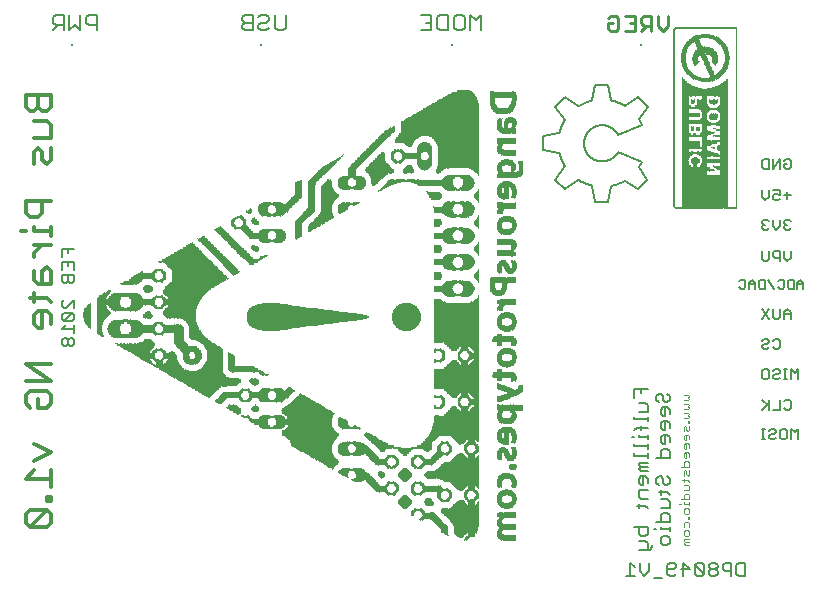
<source format=gbo>
G75*
%MOIN*%
%OFA0B0*%
%FSLAX25Y25*%
%IPPOS*%
%LPD*%
%AMOC8*
5,1,8,0,0,1.08239X$1,22.5*
%
%ADD10C,0.01200*%
%ADD11C,0.00700*%
%ADD12C,0.00600*%
%ADD13C,0.00400*%
%ADD14C,0.00500*%
%ADD15C,0.00900*%
%ADD16R,0.00787X0.00787*%
%ADD17R,0.00150X0.60450*%
%ADD18R,0.00150X0.60450*%
%ADD19R,0.00150X0.00450*%
%ADD20R,0.00150X0.00450*%
%ADD21R,0.00150X0.01650*%
%ADD22R,0.00150X0.03450*%
%ADD23R,0.00150X0.04650*%
%ADD24R,0.00150X0.05550*%
%ADD25R,0.00150X0.06300*%
%ADD26R,0.00150X0.07050*%
%ADD27R,0.00150X0.43350*%
%ADD28R,0.00150X0.07650*%
%ADD29R,0.00150X0.43200*%
%ADD30R,0.00150X0.07950*%
%ADD31R,0.00150X0.43050*%
%ADD32R,0.00150X0.08550*%
%ADD33R,0.00150X0.42900*%
%ADD34R,0.00150X0.09150*%
%ADD35R,0.00150X0.42750*%
%ADD36R,0.00150X0.03600*%
%ADD37R,0.00150X0.42600*%
%ADD38R,0.00150X0.03150*%
%ADD39R,0.00150X0.42450*%
%ADD40R,0.00150X0.03000*%
%ADD41R,0.00150X0.42300*%
%ADD42R,0.00150X0.02700*%
%ADD43R,0.00150X0.02550*%
%ADD44R,0.00150X0.42150*%
%ADD45R,0.00150X0.02400*%
%ADD46R,0.00150X0.42000*%
%ADD47R,0.00150X0.02250*%
%ADD48R,0.00150X0.41850*%
%ADD49R,0.00150X0.02100*%
%ADD50R,0.00150X0.41700*%
%ADD51R,0.00150X0.41550*%
%ADD52R,0.00150X0.01950*%
%ADD53R,0.00150X0.04050*%
%ADD54R,0.00150X0.01050*%
%ADD55R,0.00150X0.00600*%
%ADD56R,0.00150X0.00750*%
%ADD57R,0.00150X0.01800*%
%ADD58R,0.00150X0.11550*%
%ADD59R,0.00150X0.03900*%
%ADD60R,0.00150X0.00900*%
%ADD61R,0.00150X0.01500*%
%ADD62R,0.00150X0.01350*%
%ADD63R,0.00150X0.03750*%
%ADD64R,0.00150X0.01200*%
%ADD65R,0.00150X0.03300*%
%ADD66R,0.00150X0.04350*%
%ADD67R,0.00150X0.00300*%
%ADD68R,0.00150X0.04800*%
%ADD69R,0.00150X0.04950*%
%ADD70R,0.00150X0.00150*%
%ADD71R,0.00150X0.02850*%
%ADD72R,0.00150X0.04500*%
%ADD73R,0.00150X0.05250*%
%ADD74R,0.00150X0.08850*%
%ADD75R,0.00150X0.30150*%
%ADD76R,0.00150X0.40200*%
%ADD77R,0.00150X0.06000*%
%ADD78R,0.00150X0.05700*%
%ADD79R,0.00150X0.08250*%
%ADD80R,0.00150X0.14400*%
%ADD81R,0.00150X0.15450*%
%ADD82R,0.00150X0.15000*%
%ADD83R,0.00150X0.14850*%
%ADD84R,0.00150X0.14550*%
%ADD85R,0.00150X0.14250*%
%ADD86R,0.00150X0.05100*%
%ADD87R,0.00150X0.07200*%
%ADD88R,0.00150X0.14100*%
%ADD89R,0.00150X0.07500*%
%ADD90R,0.00150X0.09450*%
%ADD91R,0.00150X0.04200*%
%ADD92R,0.00150X0.13950*%
%ADD93R,0.00150X0.17100*%
%ADD94R,0.00150X0.16950*%
%ADD95R,0.00150X0.15150*%
%ADD96R,0.00150X0.25650*%
%ADD97R,0.00150X0.15750*%
%ADD98R,0.00150X0.43500*%
%ADD99R,0.00150X0.43650*%
%ADD100R,0.00150X0.43950*%
%ADD101R,0.00150X0.00600*%
%ADD102R,0.00150X0.59850*%
%ADD103R,0.00150X0.59550*%
%ADD104R,0.00150X0.59100*%
%ADD105C,0.00800*%
%ADD106R,0.00100X0.04400*%
%ADD107R,0.00100X0.01800*%
%ADD108R,0.00100X0.02100*%
%ADD109R,0.00100X0.04700*%
%ADD110R,0.00100X0.02200*%
%ADD111R,0.00100X0.02400*%
%ADD112R,0.00100X0.04800*%
%ADD113R,0.00100X0.02600*%
%ADD114R,0.00100X0.04900*%
%ADD115R,0.00100X0.02700*%
%ADD116R,0.00100X0.05000*%
%ADD117R,0.00100X0.05100*%
%ADD118R,0.00100X0.02800*%
%ADD119R,0.00100X0.01200*%
%ADD120R,0.00100X0.02500*%
%ADD121R,0.00100X0.00600*%
%ADD122R,0.00100X0.02300*%
%ADD123R,0.00100X0.00300*%
%ADD124R,0.00100X0.02000*%
%ADD125R,0.00100X0.01900*%
%ADD126R,0.00100X0.01300*%
%ADD127R,0.00100X0.01400*%
%ADD128R,0.00100X0.01700*%
%ADD129R,0.00100X0.01500*%
%ADD130R,0.00100X0.01600*%
%ADD131R,0.00100X0.00900*%
%ADD132R,0.00100X0.01000*%
%ADD133R,0.00100X0.04100*%
%ADD134R,0.00100X0.03000*%
%ADD135R,0.00100X0.02900*%
%ADD136R,0.00100X0.03800*%
%ADD137R,0.00100X0.03400*%
%ADD138R,0.00100X0.03100*%
%ADD139R,0.00100X0.03500*%
%ADD140R,0.00100X0.03200*%
%ADD141R,0.00100X0.04000*%
%ADD142R,0.00100X0.03600*%
%ADD143R,0.00100X0.03300*%
%ADD144R,0.00100X0.03700*%
%ADD145R,0.00100X0.05300*%
%ADD146R,0.00100X0.03900*%
%ADD147R,0.00100X0.05600*%
%ADD148R,0.00100X0.04500*%
%ADD149R,0.00100X0.04300*%
%ADD150R,0.00100X0.05400*%
%ADD151R,0.00100X0.05200*%
%ADD152R,0.00100X0.05500*%
%ADD153R,0.00100X0.04600*%
%ADD154R,0.00100X0.05900*%
%ADD155R,0.00100X0.04200*%
%ADD156R,0.00100X0.06000*%
%ADD157R,0.00100X0.05700*%
%ADD158R,0.00100X0.06100*%
%ADD159R,0.00100X0.05800*%
%ADD160R,0.00100X0.06300*%
%ADD161R,0.00100X0.06400*%
%ADD162R,0.00100X0.06500*%
%ADD163R,0.00100X0.06600*%
%ADD164R,0.00100X0.01100*%
%ADD165R,0.00100X0.00500*%
%ADD166R,0.00100X0.00700*%
%ADD167R,0.00100X0.00400*%
%ADD168R,0.00100X0.00200*%
%ADD169R,0.00100X0.00100*%
%ADD170R,0.00100X0.09100*%
%ADD171R,0.00100X0.09000*%
%ADD172R,0.00100X0.00800*%
%ADD173R,0.00100X0.06800*%
%ADD174R,0.00100X0.06200*%
%ADD175R,0.00100X0.23400*%
%ADD176R,0.00100X0.49000*%
%ADD177R,0.00100X0.11400*%
%ADD178R,0.00100X0.08000*%
%ADD179R,0.00100X0.23700*%
%ADD180R,0.00100X0.48600*%
%ADD181R,0.00100X0.11200*%
%ADD182R,0.00100X0.08400*%
%ADD183R,0.00100X0.23800*%
%ADD184R,0.00100X0.48500*%
%ADD185R,0.00100X0.11000*%
%ADD186R,0.00100X0.24000*%
%ADD187R,0.00100X0.48100*%
%ADD188R,0.00100X0.10800*%
%ADD189R,0.00100X0.08700*%
%ADD190R,0.00100X0.24300*%
%ADD191R,0.00100X0.47900*%
%ADD192R,0.00100X0.10600*%
%ADD193R,0.00100X0.47700*%
%ADD194R,0.00100X0.10400*%
%ADD195R,0.00100X0.24400*%
%ADD196R,0.00100X0.47500*%
%ADD197R,0.00100X0.10200*%
%ADD198R,0.00100X0.09300*%
%ADD199R,0.00100X0.24900*%
%ADD200R,0.00100X0.47300*%
%ADD201R,0.00100X0.10100*%
%ADD202R,0.00100X0.09600*%
%ADD203R,0.00100X0.10000*%
%ADD204R,0.00100X0.25000*%
%ADD205R,0.00100X0.09900*%
%ADD206R,0.00100X0.09800*%
%ADD207R,0.00100X0.25200*%
%ADD208R,0.00100X0.46800*%
%ADD209R,0.00100X0.09400*%
%ADD210R,0.00100X0.09500*%
%ADD211R,0.00100X0.09200*%
%ADD212R,0.00100X0.46700*%
%ADD213R,0.00100X0.25300*%
%ADD214R,0.00100X0.46500*%
%ADD215R,0.00100X0.25400*%
%ADD216R,0.00100X0.25700*%
%ADD217R,0.00100X0.17000*%
%ADD218R,0.00100X0.12900*%
%ADD219R,0.00100X0.13000*%
%ADD220R,0.00100X0.13500*%
%ADD221R,0.00100X0.12600*%
%ADD222R,0.00100X0.25500*%
%ADD223R,0.00100X0.16700*%
%ADD224R,0.00100X0.12800*%
%ADD225R,0.00100X0.13200*%
%ADD226R,0.00100X0.12500*%
%ADD227R,0.00100X0.16600*%
%ADD228R,0.00100X0.13100*%
%ADD229R,0.00100X0.16500*%
%ADD230R,0.00100X0.12300*%
%ADD231R,0.00100X0.12700*%
%ADD232R,0.00100X0.16400*%
%ADD233R,0.00100X0.12000*%
%ADD234R,0.00100X0.12400*%
%ADD235R,0.00100X0.25600*%
%ADD236R,0.00100X0.16200*%
%ADD237R,0.00100X0.11900*%
%ADD238R,0.00100X0.16000*%
%ADD239R,0.00100X0.11800*%
%ADD240R,0.00100X0.25900*%
%ADD241R,0.00100X0.15800*%
%ADD242R,0.00100X0.11600*%
%ADD243R,0.00100X0.15700*%
%ADD244R,0.00100X0.25800*%
%ADD245R,0.00100X0.15500*%
%ADD246R,0.00100X0.15400*%
%ADD247R,0.00100X0.15200*%
%ADD248R,0.00100X0.15100*%
%ADD249R,0.00100X0.11700*%
%ADD250R,0.00100X0.15000*%
%ADD251R,0.00100X0.11500*%
%ADD252R,0.00100X0.14900*%
%ADD253R,0.00100X0.14800*%
%ADD254R,0.00100X0.14600*%
%ADD255R,0.00100X0.14500*%
%ADD256R,0.00100X0.11300*%
%ADD257R,0.00100X0.14400*%
%ADD258R,0.00100X0.14300*%
%ADD259R,0.00100X0.13300*%
%ADD260R,0.00100X0.13400*%
%ADD261R,0.00100X0.16300*%
%ADD262R,0.00100X0.16100*%
%ADD263R,0.00100X0.09700*%
%ADD264R,0.00100X0.10300*%
%ADD265R,0.00100X0.15900*%
%ADD266R,0.00100X0.10500*%
%ADD267R,0.00100X0.10900*%
%ADD268R,0.00100X0.11100*%
%ADD269R,0.00100X0.12100*%
%ADD270R,0.00100X0.12200*%
%ADD271R,0.00100X0.14700*%
%ADD272R,0.00100X0.10700*%
%ADD273R,0.00100X0.15300*%
%ADD274R,0.00100X0.15600*%
%ADD275R,0.00100X0.07400*%
%ADD276R,0.00100X0.07300*%
%ADD277R,0.00100X0.08900*%
%ADD278R,0.00100X0.08500*%
%ADD279R,0.00100X0.08300*%
%ADD280R,0.00100X0.25100*%
%ADD281R,0.00100X0.08100*%
%ADD282R,0.00100X0.07900*%
%ADD283R,0.00100X0.07700*%
%ADD284R,0.00100X0.07600*%
%ADD285R,0.00100X0.07200*%
%ADD286R,0.00100X0.06900*%
%ADD287R,0.00100X0.24800*%
%ADD288R,0.00100X0.24700*%
%ADD289R,0.00100X0.06700*%
%ADD290R,0.00100X0.08800*%
%ADD291R,0.00100X0.24600*%
%ADD292R,0.00100X0.08600*%
%ADD293R,0.00100X0.24500*%
%ADD294R,0.00100X0.24200*%
%ADD295R,0.00100X0.14200*%
%ADD296R,0.00100X0.14100*%
%ADD297R,0.00100X0.07800*%
%ADD298R,0.00100X0.14000*%
%ADD299R,0.00100X0.08200*%
%ADD300R,0.00100X0.13900*%
%ADD301R,0.00100X0.07500*%
%ADD302R,0.00100X0.13800*%
%ADD303R,0.00100X0.07100*%
%ADD304R,0.00100X0.13700*%
%ADD305R,0.00100X0.07000*%
%ADD306R,0.00100X0.13600*%
%ADD307R,0.00100X0.24100*%
%ADD308R,0.00100X0.19000*%
%ADD309R,0.00100X0.18900*%
%ADD310R,0.00100X0.19100*%
%ADD311R,0.00100X0.18800*%
%ADD312R,0.00100X0.18700*%
%ADD313R,0.00100X0.18600*%
%ADD314R,0.00100X0.18400*%
%ADD315R,0.00100X0.18200*%
%ADD316R,0.00100X0.18000*%
%ADD317R,0.00100X0.17800*%
%ADD318R,0.00100X0.17700*%
%ADD319R,0.00100X0.17400*%
%ADD320R,0.00100X0.17300*%
%ADD321R,0.00100X0.17100*%
%ADD322R,0.00100X0.16900*%
%ADD323R,0.00100X0.17600*%
%ADD324R,0.00100X0.17900*%
%ADD325R,0.00100X0.18100*%
%ADD326R,0.00100X0.18300*%
%ADD327R,0.00100X0.18500*%
%ADD328R,0.00100X0.19200*%
%ADD329R,0.00100X0.19300*%
%ADD330R,0.00100X0.19500*%
%ADD331R,0.00100X0.19400*%
%ADD332R,0.00100X0.17200*%
%ADD333R,0.00100X0.20200*%
%ADD334R,0.00100X0.20800*%
%ADD335R,0.00100X0.20900*%
%ADD336R,0.00100X0.21600*%
%ADD337R,0.00100X0.31500*%
%ADD338R,0.00100X0.31600*%
%ADD339R,0.00100X0.31800*%
%ADD340R,0.00100X0.31900*%
%ADD341R,0.00100X0.32100*%
%ADD342R,0.00100X0.32200*%
%ADD343R,0.00100X0.32400*%
%ADD344R,0.00100X0.32500*%
%ADD345R,0.00100X0.32300*%
%ADD346R,0.00100X0.32000*%
%ADD347R,0.00100X0.31700*%
%ADD348R,0.00100X0.31300*%
%ADD349R,0.00100X0.31200*%
%ADD350R,0.00100X0.27600*%
%ADD351R,0.00100X0.27200*%
%ADD352R,0.00100X0.26900*%
%ADD353R,0.00100X0.26300*%
%ADD354R,0.00100X0.26200*%
%ADD355R,0.00100X0.23900*%
%ADD356R,0.00100X0.23600*%
%ADD357R,0.00100X0.23300*%
%ADD358R,0.00100X0.23200*%
%ADD359R,0.00100X0.23100*%
%ADD360R,0.00100X0.22900*%
%ADD361R,0.00100X0.22800*%
%ADD362R,0.00100X0.22700*%
%ADD363R,0.00100X0.22600*%
%ADD364R,0.00100X0.22500*%
%ADD365R,0.00100X0.22400*%
%ADD366R,0.00100X0.22300*%
%ADD367R,0.00100X0.22200*%
%ADD368R,0.00100X0.22000*%
%ADD369R,0.00100X0.21900*%
%ADD370R,0.00100X0.21800*%
%ADD371R,0.00100X0.21700*%
%ADD372R,0.00100X0.21400*%
D10*
X0101424Y0076641D02*
X0102825Y0075240D01*
X0108430Y0080845D01*
X0109831Y0079444D01*
X0109831Y0076641D01*
X0108430Y0075240D01*
X0102825Y0075240D01*
X0101424Y0076641D02*
X0101424Y0079444D01*
X0102825Y0080845D01*
X0108430Y0080845D01*
X0108430Y0083863D02*
X0109831Y0083863D01*
X0109831Y0085264D01*
X0108430Y0085264D01*
X0108430Y0083863D01*
X0109831Y0088499D02*
X0109831Y0094104D01*
X0109831Y0091302D02*
X0101424Y0091302D01*
X0104226Y0094104D01*
X0104226Y0097339D02*
X0109831Y0100141D01*
X0104226Y0102944D01*
X0102825Y0115018D02*
X0101424Y0116419D01*
X0101424Y0119222D01*
X0102825Y0120623D01*
X0108430Y0120623D01*
X0109831Y0119222D01*
X0109831Y0116419D01*
X0108430Y0115018D01*
X0105628Y0115018D01*
X0105628Y0117820D01*
X0109831Y0123857D02*
X0101424Y0123857D01*
X0101424Y0129462D02*
X0109831Y0123857D01*
X0109831Y0129462D02*
X0101424Y0129462D01*
X0105628Y0141537D02*
X0104226Y0142938D01*
X0104226Y0145740D01*
X0105628Y0147141D01*
X0108430Y0147141D01*
X0109831Y0145740D01*
X0109831Y0142938D01*
X0107029Y0141537D02*
X0107029Y0147141D01*
X0109831Y0150232D02*
X0108430Y0151633D01*
X0102825Y0151633D01*
X0104226Y0153034D02*
X0104226Y0150232D01*
X0105628Y0156269D02*
X0104226Y0157670D01*
X0104226Y0160473D01*
X0107029Y0160473D02*
X0107029Y0156269D01*
X0105628Y0156269D02*
X0109831Y0156269D01*
X0109831Y0160473D01*
X0108430Y0161874D01*
X0107029Y0160473D01*
X0104226Y0165037D02*
X0104226Y0166438D01*
X0107029Y0169240D01*
X0109831Y0169240D02*
X0104226Y0169240D01*
X0109831Y0172331D02*
X0109831Y0175133D01*
X0109831Y0173732D02*
X0104226Y0173732D01*
X0104226Y0175133D01*
X0101424Y0173732D02*
X0100023Y0173732D01*
X0102825Y0178368D02*
X0105628Y0178368D01*
X0107029Y0179769D01*
X0107029Y0183973D01*
X0109831Y0183973D02*
X0101424Y0183973D01*
X0101424Y0179769D01*
X0102825Y0178368D01*
X0104226Y0196047D02*
X0104226Y0200251D01*
X0105628Y0201652D01*
X0107029Y0200251D01*
X0107029Y0197448D01*
X0108430Y0196047D01*
X0109831Y0197448D01*
X0109831Y0201652D01*
X0109831Y0204887D02*
X0104226Y0204887D01*
X0109831Y0204887D02*
X0109831Y0209090D01*
X0108430Y0210491D01*
X0104226Y0210491D01*
X0104226Y0213726D02*
X0105628Y0215127D01*
X0105628Y0219331D01*
X0109831Y0219331D02*
X0109831Y0215127D01*
X0108430Y0213726D01*
X0107029Y0213726D01*
X0105628Y0215127D01*
X0104226Y0213726D02*
X0102825Y0213726D01*
X0101424Y0215127D01*
X0101424Y0219331D01*
X0109831Y0219331D01*
X0107029Y0141537D02*
X0105628Y0141537D01*
D11*
X0110525Y0240711D02*
X0112293Y0242480D01*
X0111409Y0242480D02*
X0114061Y0242480D01*
X0114061Y0240711D02*
X0114061Y0246016D01*
X0111409Y0246016D01*
X0110525Y0245132D01*
X0110525Y0243364D01*
X0111409Y0242480D01*
X0116049Y0240711D02*
X0116049Y0246016D01*
X0119586Y0246016D02*
X0119586Y0240711D01*
X0117817Y0242480D01*
X0116049Y0240711D01*
X0121574Y0243364D02*
X0122458Y0242480D01*
X0125110Y0242480D01*
X0125110Y0240711D02*
X0125110Y0246016D01*
X0122458Y0246016D01*
X0121574Y0245132D01*
X0121574Y0243364D01*
X0173517Y0242480D02*
X0173517Y0241595D01*
X0174401Y0240711D01*
X0177053Y0240711D01*
X0177053Y0246016D01*
X0174401Y0246016D01*
X0173517Y0245132D01*
X0173517Y0244248D01*
X0174401Y0243364D01*
X0177053Y0243364D01*
X0179041Y0242480D02*
X0179041Y0241595D01*
X0179925Y0240711D01*
X0181694Y0240711D01*
X0182578Y0241595D01*
X0181694Y0243364D02*
X0179925Y0243364D01*
X0179041Y0242480D01*
X0179041Y0245132D02*
X0179925Y0246016D01*
X0181694Y0246016D01*
X0182578Y0245132D01*
X0182578Y0244248D01*
X0181694Y0243364D01*
X0184566Y0241595D02*
X0184566Y0246016D01*
X0188102Y0246016D02*
X0188102Y0241595D01*
X0187218Y0240711D01*
X0185450Y0240711D01*
X0184566Y0241595D01*
X0174401Y0243364D02*
X0173517Y0242480D01*
X0233134Y0240711D02*
X0236670Y0240711D01*
X0236670Y0246016D01*
X0233134Y0246016D01*
X0234902Y0243364D02*
X0236670Y0243364D01*
X0238659Y0241595D02*
X0238659Y0245132D01*
X0239543Y0246016D01*
X0242195Y0246016D01*
X0242195Y0240711D01*
X0239543Y0240711D01*
X0238659Y0241595D01*
X0244183Y0241595D02*
X0245067Y0240711D01*
X0246836Y0240711D01*
X0247720Y0241595D01*
X0247720Y0245132D01*
X0246836Y0246016D01*
X0245067Y0246016D01*
X0244183Y0245132D01*
X0244183Y0241595D01*
X0249708Y0240711D02*
X0249708Y0246016D01*
X0251476Y0244248D01*
X0253244Y0246016D01*
X0253244Y0240711D01*
D12*
X0346846Y0197335D02*
X0346846Y0195066D01*
X0347413Y0194499D01*
X0349114Y0194499D01*
X0349114Y0197902D01*
X0347413Y0197902D01*
X0346846Y0197335D01*
X0350529Y0197902D02*
X0350529Y0194499D01*
X0352797Y0197902D01*
X0352797Y0194499D01*
X0354212Y0195066D02*
X0354212Y0196200D01*
X0355346Y0196200D01*
X0354212Y0195066D02*
X0354779Y0194499D01*
X0355913Y0194499D01*
X0356481Y0195066D01*
X0356481Y0197335D01*
X0355913Y0197902D01*
X0354779Y0197902D01*
X0354212Y0197335D01*
X0352797Y0187489D02*
X0352797Y0185788D01*
X0351663Y0186355D01*
X0351096Y0186355D01*
X0350529Y0185788D01*
X0350529Y0184654D01*
X0351096Y0184086D01*
X0352230Y0184086D01*
X0352797Y0184654D01*
X0354212Y0185788D02*
X0356481Y0185788D01*
X0355346Y0186922D02*
X0355346Y0184654D01*
X0352797Y0187489D02*
X0350529Y0187489D01*
X0349114Y0187489D02*
X0349114Y0185221D01*
X0347980Y0184086D01*
X0346846Y0185221D01*
X0346846Y0187489D01*
X0347413Y0177689D02*
X0346846Y0177122D01*
X0346846Y0176555D01*
X0347413Y0175988D01*
X0346846Y0175421D01*
X0346846Y0174854D01*
X0347413Y0174286D01*
X0348547Y0174286D01*
X0349114Y0174854D01*
X0350529Y0175421D02*
X0351663Y0174286D01*
X0352797Y0175421D01*
X0352797Y0177689D01*
X0354212Y0177122D02*
X0354212Y0176555D01*
X0354779Y0175988D01*
X0354212Y0175421D01*
X0354212Y0174854D01*
X0354779Y0174286D01*
X0355913Y0174286D01*
X0356481Y0174854D01*
X0355346Y0175988D02*
X0354779Y0175988D01*
X0354212Y0177122D02*
X0354779Y0177689D01*
X0355913Y0177689D01*
X0356481Y0177122D01*
X0350529Y0177689D02*
X0350529Y0175421D01*
X0349114Y0177122D02*
X0348547Y0177689D01*
X0347413Y0177689D01*
X0347413Y0175988D02*
X0347980Y0175988D01*
X0349114Y0167277D02*
X0349114Y0164441D01*
X0348547Y0163874D01*
X0347413Y0163874D01*
X0346846Y0164441D01*
X0346846Y0167277D01*
X0350529Y0166710D02*
X0350529Y0165575D01*
X0351096Y0165008D01*
X0352797Y0165008D01*
X0352797Y0163874D02*
X0352797Y0167277D01*
X0351096Y0167277D01*
X0350529Y0166710D01*
X0354212Y0167277D02*
X0354212Y0165008D01*
X0355346Y0163874D01*
X0356481Y0165008D01*
X0356481Y0167277D01*
X0355346Y0147983D02*
X0354212Y0146849D01*
X0354212Y0144580D01*
X0352797Y0145147D02*
X0352797Y0147983D01*
X0354212Y0146282D02*
X0356481Y0146282D01*
X0356481Y0146849D02*
X0356481Y0144580D01*
X0356481Y0146849D02*
X0355346Y0147983D01*
X0352797Y0145147D02*
X0352230Y0144580D01*
X0351096Y0144580D01*
X0350529Y0145147D01*
X0350529Y0147983D01*
X0349114Y0147983D02*
X0346846Y0144580D01*
X0349114Y0144580D02*
X0346846Y0147983D01*
X0347413Y0137877D02*
X0348547Y0137877D01*
X0349114Y0137310D01*
X0349114Y0136743D01*
X0348547Y0136175D01*
X0347413Y0136175D01*
X0346846Y0135608D01*
X0346846Y0135041D01*
X0347413Y0134474D01*
X0348547Y0134474D01*
X0349114Y0135041D01*
X0350529Y0135041D02*
X0351096Y0134474D01*
X0352230Y0134474D01*
X0352797Y0135041D01*
X0352797Y0137310D01*
X0352230Y0137877D01*
X0351096Y0137877D01*
X0350529Y0137310D01*
X0347413Y0137877D02*
X0346846Y0137310D01*
X0347413Y0127771D02*
X0346846Y0127203D01*
X0346846Y0124935D01*
X0347413Y0124368D01*
X0348547Y0124368D01*
X0349114Y0124935D01*
X0349114Y0127203D01*
X0348547Y0127771D01*
X0347413Y0127771D01*
X0350529Y0127203D02*
X0351096Y0127771D01*
X0352230Y0127771D01*
X0352797Y0127203D01*
X0352797Y0126636D01*
X0352230Y0126069D01*
X0351096Y0126069D01*
X0350529Y0125502D01*
X0350529Y0124935D01*
X0351096Y0124368D01*
X0352230Y0124368D01*
X0352797Y0124935D01*
X0354119Y0124368D02*
X0355253Y0124368D01*
X0354686Y0124368D02*
X0354686Y0127771D01*
X0355253Y0127771D02*
X0354119Y0127771D01*
X0356667Y0127771D02*
X0356667Y0124368D01*
X0358936Y0124368D02*
X0358936Y0127771D01*
X0357802Y0126636D01*
X0356667Y0127771D01*
X0355913Y0117664D02*
X0356481Y0117097D01*
X0356481Y0114829D01*
X0355913Y0114261D01*
X0354779Y0114261D01*
X0354212Y0114829D01*
X0352797Y0114261D02*
X0352797Y0117664D01*
X0354212Y0117097D02*
X0354779Y0117664D01*
X0355913Y0117664D01*
X0352797Y0114261D02*
X0350529Y0114261D01*
X0349114Y0114261D02*
X0349114Y0117664D01*
X0348547Y0115963D02*
X0346846Y0114261D01*
X0349114Y0115396D02*
X0346846Y0117664D01*
X0346752Y0107864D02*
X0347887Y0107864D01*
X0347319Y0107864D02*
X0347319Y0104461D01*
X0346752Y0104461D02*
X0347887Y0104461D01*
X0349301Y0105029D02*
X0349868Y0104461D01*
X0351003Y0104461D01*
X0351570Y0105029D01*
X0351003Y0106163D02*
X0349868Y0106163D01*
X0349301Y0105596D01*
X0349301Y0105029D01*
X0351003Y0106163D02*
X0351570Y0106730D01*
X0351570Y0107297D01*
X0351003Y0107864D01*
X0349868Y0107864D01*
X0349301Y0107297D01*
X0352984Y0107297D02*
X0353551Y0107864D01*
X0354686Y0107864D01*
X0355253Y0107297D01*
X0355253Y0105029D01*
X0354686Y0104461D01*
X0353551Y0104461D01*
X0352984Y0105029D01*
X0352984Y0107297D01*
X0356667Y0107864D02*
X0356667Y0104461D01*
X0358936Y0104461D02*
X0358936Y0107864D01*
X0357802Y0106730D01*
X0356667Y0107864D01*
X0316081Y0108291D02*
X0316081Y0109759D01*
X0315347Y0110493D01*
X0313879Y0110493D01*
X0313145Y0109759D01*
X0313145Y0108291D01*
X0313879Y0107557D01*
X0314613Y0107557D01*
X0314613Y0110493D01*
X0314613Y0112161D02*
X0314613Y0115096D01*
X0313879Y0115096D02*
X0313145Y0114362D01*
X0313145Y0112895D01*
X0313879Y0112161D01*
X0314613Y0112161D01*
X0316081Y0112895D02*
X0316081Y0114362D01*
X0315347Y0115096D01*
X0313879Y0115096D01*
X0314613Y0116765D02*
X0315347Y0116765D01*
X0316081Y0117498D01*
X0316081Y0118966D01*
X0315347Y0119700D01*
X0313879Y0118966D02*
X0313879Y0117498D01*
X0314613Y0116765D01*
X0312411Y0116765D02*
X0311677Y0117498D01*
X0311677Y0118966D01*
X0312411Y0119700D01*
X0313145Y0119700D01*
X0313879Y0118966D01*
X0308731Y0121235D02*
X0304327Y0121235D01*
X0304327Y0118299D01*
X0305795Y0116631D02*
X0307997Y0116631D01*
X0308731Y0115897D01*
X0308731Y0113695D01*
X0305795Y0113695D01*
X0304327Y0112027D02*
X0304327Y0111293D01*
X0308731Y0111293D01*
X0308731Y0112027D02*
X0308731Y0110559D01*
X0308731Y0108224D02*
X0305061Y0108224D01*
X0304327Y0107490D01*
X0305795Y0105889D02*
X0305795Y0105155D01*
X0308731Y0105155D01*
X0308731Y0105889D02*
X0308731Y0104421D01*
X0308731Y0102819D02*
X0308731Y0101351D01*
X0308731Y0102085D02*
X0304327Y0102085D01*
X0304327Y0102819D01*
X0304327Y0105155D02*
X0303593Y0105155D01*
X0306529Y0107490D02*
X0306529Y0108958D01*
X0313145Y0105155D02*
X0313145Y0103687D01*
X0313879Y0102953D01*
X0314613Y0102953D01*
X0314613Y0105889D01*
X0313879Y0105889D02*
X0313145Y0105155D01*
X0313879Y0105889D02*
X0315347Y0105889D01*
X0316081Y0105155D01*
X0316081Y0103687D01*
X0315347Y0101285D02*
X0313879Y0101285D01*
X0313145Y0100551D01*
X0313145Y0098349D01*
X0311677Y0098349D02*
X0316081Y0098349D01*
X0316081Y0100551D01*
X0315347Y0101285D01*
X0308731Y0099750D02*
X0308731Y0098282D01*
X0308731Y0099016D02*
X0304327Y0099016D01*
X0304327Y0099750D01*
X0305795Y0096681D02*
X0305795Y0095947D01*
X0306529Y0095213D01*
X0305795Y0094479D01*
X0306529Y0093745D01*
X0308731Y0093745D01*
X0308731Y0095213D02*
X0306529Y0095213D01*
X0305795Y0096681D02*
X0308731Y0096681D01*
X0307997Y0092077D02*
X0306529Y0092077D01*
X0305795Y0091343D01*
X0305795Y0089875D01*
X0306529Y0089141D01*
X0307263Y0089141D01*
X0307263Y0092077D01*
X0307997Y0092077D02*
X0308731Y0091343D01*
X0308731Y0089875D01*
X0308731Y0087473D02*
X0305795Y0087473D01*
X0305795Y0085271D01*
X0306529Y0084537D01*
X0308731Y0084537D01*
X0307997Y0082135D02*
X0305061Y0082135D01*
X0305795Y0082869D02*
X0305795Y0081401D01*
X0307997Y0082135D02*
X0308731Y0081401D01*
X0313145Y0081468D02*
X0316081Y0081468D01*
X0316081Y0083670D01*
X0315347Y0084404D01*
X0313145Y0084404D01*
X0313145Y0086005D02*
X0313145Y0087473D01*
X0312411Y0086739D02*
X0315347Y0086739D01*
X0316081Y0086005D01*
X0315347Y0089141D02*
X0314613Y0089141D01*
X0313879Y0089875D01*
X0313879Y0091343D01*
X0313145Y0092077D01*
X0312411Y0092077D01*
X0311677Y0091343D01*
X0311677Y0089875D01*
X0312411Y0089141D01*
X0315347Y0089141D02*
X0316081Y0089875D01*
X0316081Y0091343D01*
X0315347Y0092077D01*
X0315347Y0079800D02*
X0313879Y0079800D01*
X0313145Y0079066D01*
X0313145Y0076864D01*
X0311677Y0076864D02*
X0316081Y0076864D01*
X0316081Y0079066D01*
X0315347Y0079800D01*
X0316081Y0075196D02*
X0316081Y0073728D01*
X0316081Y0074462D02*
X0313145Y0074462D01*
X0313145Y0075196D01*
X0311677Y0074462D02*
X0310943Y0074462D01*
X0308731Y0075196D02*
X0308731Y0072994D01*
X0307997Y0072260D01*
X0306529Y0072260D01*
X0305795Y0072994D01*
X0305795Y0075196D01*
X0304327Y0075196D02*
X0308731Y0075196D01*
X0313145Y0071393D02*
X0313879Y0072126D01*
X0315347Y0072126D01*
X0316081Y0071393D01*
X0316081Y0069925D01*
X0315347Y0069191D01*
X0313879Y0069191D01*
X0313145Y0069925D01*
X0313145Y0071393D01*
X0310199Y0069124D02*
X0310199Y0068390D01*
X0309465Y0067656D01*
X0305795Y0067656D01*
X0305795Y0070592D02*
X0307997Y0070592D01*
X0308731Y0069858D01*
X0308731Y0067656D01*
X0309055Y0063352D02*
X0309055Y0060416D01*
X0307587Y0058948D01*
X0306119Y0060416D01*
X0306119Y0063352D01*
X0304451Y0061884D02*
X0302983Y0063352D01*
X0302983Y0058948D01*
X0304451Y0058948D02*
X0301515Y0058948D01*
X0310723Y0058214D02*
X0313659Y0058214D01*
X0315327Y0059682D02*
X0315327Y0062618D01*
X0316061Y0063352D01*
X0317529Y0063352D01*
X0318263Y0062618D01*
X0318263Y0061884D01*
X0317529Y0061150D01*
X0315327Y0061150D01*
X0315327Y0059682D02*
X0316061Y0058948D01*
X0317529Y0058948D01*
X0318263Y0059682D01*
X0319931Y0061150D02*
X0322867Y0061150D01*
X0320665Y0063352D01*
X0320665Y0058948D01*
X0324535Y0059682D02*
X0325269Y0058948D01*
X0326737Y0058948D01*
X0327471Y0059682D01*
X0324535Y0062618D01*
X0324535Y0059682D01*
X0327471Y0059682D02*
X0327471Y0062618D01*
X0326737Y0063352D01*
X0325269Y0063352D01*
X0324535Y0062618D01*
X0329139Y0062618D02*
X0329139Y0061884D01*
X0329873Y0061150D01*
X0331341Y0061150D01*
X0332075Y0061884D01*
X0332075Y0062618D01*
X0331341Y0063352D01*
X0329873Y0063352D01*
X0329139Y0062618D01*
X0329873Y0061150D02*
X0329139Y0060416D01*
X0329139Y0059682D01*
X0329873Y0058948D01*
X0331341Y0058948D01*
X0332075Y0059682D01*
X0332075Y0060416D01*
X0331341Y0061150D01*
X0333743Y0061150D02*
X0334477Y0060416D01*
X0336679Y0060416D01*
X0336679Y0058948D02*
X0336679Y0063352D01*
X0334477Y0063352D01*
X0333743Y0062618D01*
X0333743Y0061150D01*
X0338347Y0059682D02*
X0338347Y0062618D01*
X0339081Y0063352D01*
X0341283Y0063352D01*
X0341283Y0058948D01*
X0339081Y0058948D01*
X0338347Y0059682D01*
X0306529Y0119767D02*
X0306529Y0121235D01*
X0117431Y0136160D02*
X0117431Y0137494D01*
X0116764Y0138161D01*
X0116097Y0138161D01*
X0115429Y0137494D01*
X0115429Y0136160D01*
X0116097Y0135492D01*
X0116764Y0135492D01*
X0117431Y0136160D01*
X0115429Y0136160D02*
X0114762Y0135492D01*
X0114095Y0135492D01*
X0113428Y0136160D01*
X0113428Y0137494D01*
X0114095Y0138161D01*
X0114762Y0138161D01*
X0115429Y0137494D01*
X0117431Y0139728D02*
X0117431Y0142397D01*
X0117431Y0141062D02*
X0113428Y0141062D01*
X0114762Y0142397D01*
X0114095Y0143964D02*
X0116764Y0146632D01*
X0117431Y0145965D01*
X0117431Y0144631D01*
X0116764Y0143964D01*
X0114095Y0143964D01*
X0113428Y0144631D01*
X0113428Y0145965D01*
X0114095Y0146632D01*
X0116764Y0146632D01*
X0117431Y0148199D02*
X0117431Y0150868D01*
X0114762Y0148199D01*
X0114095Y0148199D01*
X0113428Y0148866D01*
X0113428Y0150201D01*
X0114095Y0150868D01*
X0114095Y0156670D02*
X0114762Y0156670D01*
X0115429Y0157338D01*
X0115429Y0159339D01*
X0113428Y0159339D02*
X0117431Y0159339D01*
X0117431Y0157338D01*
X0116764Y0156670D01*
X0116097Y0156670D01*
X0115429Y0157338D01*
X0114095Y0156670D02*
X0113428Y0157338D01*
X0113428Y0159339D01*
X0113428Y0160906D02*
X0113428Y0163575D01*
X0117431Y0163575D01*
X0117431Y0160906D01*
X0115429Y0162240D02*
X0115429Y0163575D01*
X0113428Y0165142D02*
X0113428Y0167811D01*
X0117431Y0167811D01*
X0115429Y0167811D02*
X0115429Y0166476D01*
D13*
X0319829Y0095281D02*
X0322631Y0095281D01*
X0322631Y0096682D01*
X0322164Y0097149D01*
X0321230Y0097149D01*
X0320763Y0096682D01*
X0320763Y0095281D01*
X0321230Y0094202D02*
X0320763Y0093735D01*
X0320763Y0092334D01*
X0321697Y0092801D02*
X0321697Y0093735D01*
X0321230Y0094202D01*
X0322631Y0094202D02*
X0322631Y0092801D01*
X0322164Y0092334D01*
X0321697Y0092801D01*
X0320763Y0091256D02*
X0320763Y0090322D01*
X0320296Y0090789D02*
X0322164Y0090789D01*
X0322631Y0090322D01*
X0322164Y0089292D02*
X0322631Y0088825D01*
X0322631Y0087423D01*
X0320763Y0087423D01*
X0321230Y0086345D02*
X0320763Y0085878D01*
X0320763Y0084477D01*
X0319829Y0084477D02*
X0322631Y0084477D01*
X0322631Y0085878D01*
X0322164Y0086345D01*
X0321230Y0086345D01*
X0320763Y0083399D02*
X0320763Y0082932D01*
X0322631Y0082932D01*
X0322631Y0083399D02*
X0322631Y0082464D01*
X0322164Y0081434D02*
X0322631Y0080967D01*
X0322631Y0080033D01*
X0322164Y0079566D01*
X0321230Y0079566D01*
X0320763Y0080033D01*
X0320763Y0080967D01*
X0321230Y0081434D01*
X0322164Y0081434D01*
X0319829Y0082932D02*
X0319362Y0082932D01*
X0322164Y0078488D02*
X0322164Y0078021D01*
X0322631Y0078021D01*
X0322631Y0078488D01*
X0322164Y0078488D01*
X0322164Y0077014D02*
X0322631Y0076547D01*
X0322631Y0075146D01*
X0322164Y0074068D02*
X0322631Y0073601D01*
X0322631Y0072667D01*
X0322164Y0072200D01*
X0321230Y0072200D01*
X0320763Y0072667D01*
X0320763Y0073601D01*
X0321230Y0074068D01*
X0322164Y0074068D01*
X0320763Y0075146D02*
X0320763Y0076547D01*
X0321230Y0077014D01*
X0322164Y0077014D01*
X0322631Y0071121D02*
X0320763Y0071121D01*
X0320763Y0070654D01*
X0321230Y0070187D01*
X0320763Y0069720D01*
X0321230Y0069253D01*
X0322631Y0069253D01*
X0322631Y0070187D02*
X0321230Y0070187D01*
X0320763Y0089292D02*
X0322164Y0089292D01*
X0321697Y0098227D02*
X0321697Y0100096D01*
X0322164Y0100096D02*
X0321230Y0100096D01*
X0320763Y0099628D01*
X0320763Y0098694D01*
X0321230Y0098227D01*
X0321697Y0098227D01*
X0322631Y0098694D02*
X0322631Y0099628D01*
X0322164Y0100096D01*
X0321697Y0101174D02*
X0321697Y0103042D01*
X0322164Y0103042D02*
X0321230Y0103042D01*
X0320763Y0102575D01*
X0320763Y0101641D01*
X0321230Y0101174D01*
X0321697Y0101174D01*
X0322631Y0101641D02*
X0322631Y0102575D01*
X0322164Y0103042D01*
X0321697Y0104120D02*
X0321697Y0105989D01*
X0322164Y0105989D02*
X0321230Y0105989D01*
X0320763Y0105522D01*
X0320763Y0104587D01*
X0321230Y0104120D01*
X0321697Y0104120D01*
X0322631Y0104587D02*
X0322631Y0105522D01*
X0322164Y0105989D01*
X0322164Y0107067D02*
X0321697Y0107534D01*
X0321697Y0108468D01*
X0321230Y0108935D01*
X0320763Y0108468D01*
X0320763Y0107067D01*
X0322164Y0107067D02*
X0322631Y0107534D01*
X0322631Y0108935D01*
X0322631Y0109941D02*
X0322631Y0110408D01*
X0322164Y0110408D01*
X0322164Y0109941D01*
X0322631Y0109941D01*
X0322164Y0111487D02*
X0320763Y0111487D01*
X0322164Y0111487D02*
X0322631Y0111954D01*
X0322164Y0112421D01*
X0322631Y0112888D01*
X0322164Y0113355D01*
X0320763Y0113355D01*
X0320763Y0114433D02*
X0322164Y0114433D01*
X0322631Y0114900D01*
X0322164Y0115367D01*
X0322631Y0115834D01*
X0322164Y0116301D01*
X0320763Y0116301D01*
X0320763Y0117380D02*
X0322164Y0117380D01*
X0322631Y0117847D01*
X0322164Y0118314D01*
X0322631Y0118781D01*
X0322164Y0119248D01*
X0320763Y0119248D01*
D14*
X0339853Y0154580D02*
X0339352Y0155081D01*
X0339853Y0154580D02*
X0340853Y0154580D01*
X0341354Y0155081D01*
X0341354Y0157082D01*
X0340853Y0157583D01*
X0339853Y0157583D01*
X0339352Y0157082D01*
X0342575Y0156582D02*
X0342575Y0154580D01*
X0342575Y0156081D02*
X0344577Y0156081D01*
X0344577Y0156582D02*
X0343576Y0157583D01*
X0342575Y0156582D01*
X0344577Y0156582D02*
X0344577Y0154580D01*
X0345798Y0155081D02*
X0345798Y0157082D01*
X0346298Y0157583D01*
X0347799Y0157583D01*
X0347799Y0154580D01*
X0346298Y0154580D01*
X0345798Y0155081D01*
X0349020Y0157583D02*
X0351022Y0154580D01*
X0352243Y0155081D02*
X0352744Y0154580D01*
X0353744Y0154580D01*
X0354245Y0155081D01*
X0354245Y0157082D01*
X0353744Y0157583D01*
X0352744Y0157583D01*
X0352243Y0157082D01*
X0355466Y0157082D02*
X0355466Y0155081D01*
X0355966Y0154580D01*
X0357468Y0154580D01*
X0357468Y0157583D01*
X0355966Y0157583D01*
X0355466Y0157082D01*
X0358689Y0156582D02*
X0358689Y0154580D01*
X0358689Y0156081D02*
X0360690Y0156081D01*
X0360690Y0156582D02*
X0359690Y0157583D01*
X0358689Y0156582D01*
X0360690Y0156582D02*
X0360690Y0154580D01*
D15*
X0313823Y0240505D02*
X0312121Y0242207D01*
X0312121Y0245610D01*
X0309999Y0245610D02*
X0307447Y0245610D01*
X0306596Y0244759D01*
X0306596Y0243057D01*
X0307447Y0242207D01*
X0309999Y0242207D01*
X0308298Y0242207D02*
X0306596Y0240505D01*
X0304475Y0240505D02*
X0301072Y0240505D01*
X0298950Y0241356D02*
X0298099Y0240505D01*
X0296398Y0240505D01*
X0295547Y0241356D01*
X0295547Y0243057D01*
X0297248Y0243057D01*
X0295547Y0244759D02*
X0296398Y0245610D01*
X0298099Y0245610D01*
X0298950Y0244759D01*
X0298950Y0241356D01*
X0302773Y0243057D02*
X0304475Y0243057D01*
X0304475Y0240505D02*
X0304475Y0245610D01*
X0301072Y0245610D01*
X0309999Y0245610D02*
X0309999Y0240505D01*
X0313823Y0240505D02*
X0315524Y0242207D01*
X0315524Y0245610D01*
D16*
X0306543Y0235814D03*
X0243551Y0235814D03*
X0179772Y0235814D03*
X0116780Y0235814D03*
D17*
X0338689Y0211449D03*
D18*
X0338539Y0211449D03*
X0338389Y0211449D03*
D19*
X0338239Y0241449D03*
X0338089Y0241449D03*
X0337939Y0241449D03*
X0337789Y0241449D03*
X0337639Y0241449D03*
X0337489Y0241449D03*
X0337339Y0241449D03*
X0337189Y0241449D03*
X0337039Y0241449D03*
X0336889Y0241449D03*
X0336739Y0241449D03*
X0336589Y0241449D03*
X0336439Y0241449D03*
X0336289Y0241449D03*
X0336139Y0241449D03*
X0335989Y0241449D03*
X0335839Y0241449D03*
X0335689Y0241449D03*
X0335539Y0241449D03*
X0335389Y0241449D03*
X0335239Y0241449D03*
X0335089Y0241449D03*
X0334939Y0241449D03*
X0334789Y0241449D03*
X0334639Y0241449D03*
X0334489Y0241449D03*
X0334339Y0241449D03*
X0334189Y0241449D03*
X0334039Y0241449D03*
X0333889Y0241449D03*
X0333739Y0241449D03*
X0333589Y0241449D03*
X0333439Y0241449D03*
X0333289Y0241449D03*
X0333139Y0241449D03*
X0332989Y0241449D03*
X0332839Y0241449D03*
X0332689Y0241449D03*
X0332539Y0241449D03*
X0332389Y0241449D03*
X0332239Y0241449D03*
X0332089Y0241449D03*
X0331939Y0241449D03*
X0331789Y0241449D03*
X0331639Y0241449D03*
X0331489Y0241449D03*
X0331339Y0241449D03*
X0331189Y0241449D03*
X0331039Y0241449D03*
X0330889Y0241449D03*
X0330739Y0241449D03*
X0330589Y0241449D03*
X0330439Y0241449D03*
X0330289Y0241449D03*
X0330139Y0241449D03*
X0329989Y0241449D03*
X0329839Y0241449D03*
X0329689Y0241449D03*
X0329539Y0241449D03*
X0329389Y0241449D03*
X0329239Y0241449D03*
X0329089Y0241449D03*
X0328939Y0241449D03*
X0328789Y0241449D03*
X0328639Y0241449D03*
X0328489Y0241449D03*
X0328339Y0241449D03*
X0328189Y0241449D03*
X0328039Y0241449D03*
X0327889Y0241449D03*
X0327739Y0241449D03*
X0327589Y0241449D03*
X0327439Y0241449D03*
X0327289Y0241449D03*
X0327139Y0241449D03*
X0326989Y0241449D03*
X0326839Y0241449D03*
X0326689Y0241449D03*
X0326539Y0241449D03*
X0326389Y0241449D03*
X0326239Y0241449D03*
X0326089Y0241449D03*
X0325939Y0241449D03*
X0325789Y0241449D03*
X0325639Y0241449D03*
X0325489Y0241449D03*
X0325339Y0241449D03*
X0325189Y0241449D03*
X0325039Y0241449D03*
X0324889Y0241449D03*
X0324739Y0241449D03*
X0324589Y0241449D03*
X0324439Y0241449D03*
X0324289Y0241449D03*
X0324139Y0241449D03*
X0323989Y0241449D03*
X0323839Y0241449D03*
X0323689Y0241449D03*
X0323539Y0241449D03*
X0323389Y0241449D03*
X0323239Y0241449D03*
X0323089Y0241449D03*
X0322939Y0241449D03*
X0322789Y0241449D03*
X0322639Y0241449D03*
X0322489Y0241449D03*
X0322339Y0241449D03*
X0322189Y0241449D03*
X0322039Y0241449D03*
X0321889Y0241449D03*
X0321739Y0241449D03*
X0321589Y0241449D03*
X0321439Y0241449D03*
X0321289Y0241449D03*
X0321139Y0241449D03*
X0320989Y0241449D03*
X0320839Y0241449D03*
X0320689Y0241449D03*
X0320539Y0241449D03*
X0320389Y0241449D03*
X0320239Y0241449D03*
X0320089Y0241449D03*
X0319939Y0241449D03*
X0319789Y0241449D03*
X0319639Y0241449D03*
X0319489Y0241449D03*
X0319339Y0241449D03*
X0319189Y0241449D03*
X0319039Y0241449D03*
X0318889Y0241449D03*
X0318739Y0241449D03*
X0318589Y0241449D03*
X0318439Y0241449D03*
D20*
X0330439Y0230199D03*
X0329539Y0212049D03*
X0331789Y0207699D03*
X0331939Y0207699D03*
X0332089Y0207699D03*
X0331789Y0205449D03*
X0331639Y0205449D03*
X0331489Y0205449D03*
X0330739Y0201399D03*
X0331189Y0195249D03*
X0331339Y0195249D03*
X0330739Y0194049D03*
X0330589Y0194049D03*
X0335539Y0181449D03*
X0335689Y0181449D03*
X0335839Y0181449D03*
X0335989Y0181449D03*
X0336139Y0181449D03*
X0336289Y0181449D03*
X0336439Y0181449D03*
X0336589Y0181449D03*
X0336739Y0181449D03*
X0336889Y0181449D03*
X0337039Y0181449D03*
X0337189Y0181449D03*
X0337339Y0181449D03*
X0337489Y0181449D03*
X0337639Y0181449D03*
X0337789Y0181449D03*
X0337939Y0181449D03*
X0338089Y0181449D03*
X0338239Y0181449D03*
X0320239Y0181449D03*
X0320089Y0181449D03*
X0319939Y0181449D03*
X0319789Y0181449D03*
X0319639Y0181449D03*
X0319489Y0181449D03*
X0319339Y0181449D03*
X0319189Y0181449D03*
X0319039Y0181449D03*
X0318889Y0181449D03*
X0318739Y0181449D03*
X0318589Y0181449D03*
X0318439Y0181449D03*
D21*
X0328789Y0194649D03*
X0325789Y0197199D03*
X0323839Y0197199D03*
X0322939Y0199449D03*
X0326689Y0199449D03*
X0330139Y0199449D03*
X0330289Y0199449D03*
X0330439Y0199449D03*
X0332389Y0201399D03*
X0330289Y0203349D03*
X0330139Y0203349D03*
X0329989Y0203349D03*
X0328939Y0206649D03*
X0326989Y0206049D03*
X0325789Y0207849D03*
X0325639Y0207849D03*
X0325489Y0207849D03*
X0326839Y0210549D03*
X0325639Y0212649D03*
X0325489Y0212649D03*
X0325339Y0212649D03*
X0325189Y0212649D03*
X0325039Y0212649D03*
X0324889Y0212649D03*
X0324739Y0212649D03*
X0324589Y0212649D03*
X0324439Y0212649D03*
X0324289Y0212649D03*
X0324139Y0212649D03*
X0323989Y0212649D03*
X0323839Y0212649D03*
X0323689Y0212649D03*
X0323539Y0212649D03*
X0323389Y0212649D03*
X0323239Y0212649D03*
X0323089Y0212649D03*
X0322939Y0212649D03*
X0322789Y0212649D03*
X0322639Y0212649D03*
X0322639Y0215349D03*
X0330139Y0216849D03*
X0330289Y0216849D03*
X0330439Y0216849D03*
X0330589Y0216849D03*
X0331339Y0216849D03*
X0331489Y0216849D03*
X0331639Y0216849D03*
X0332539Y0214449D03*
X0331939Y0212049D03*
X0332839Y0209799D03*
X0331339Y0224949D03*
X0331489Y0225099D03*
X0331639Y0225099D03*
X0331789Y0225249D03*
X0332089Y0225399D03*
X0325339Y0224799D03*
X0325039Y0224949D03*
X0324889Y0224949D03*
X0324739Y0225099D03*
X0324589Y0225099D03*
X0324439Y0225249D03*
X0324139Y0225399D03*
X0320089Y0231549D03*
X0323989Y0237549D03*
X0324439Y0237849D03*
X0330889Y0238299D03*
X0331189Y0238149D03*
X0331489Y0237999D03*
X0331639Y0237999D03*
X0331789Y0237849D03*
X0332239Y0237549D03*
X0336139Y0231549D03*
D22*
X0335989Y0231549D03*
X0325189Y0237249D03*
X0320239Y0231549D03*
X0324139Y0220449D03*
X0324289Y0220449D03*
X0326539Y0215949D03*
X0331939Y0220449D03*
X0332089Y0220449D03*
D23*
X0335839Y0231549D03*
X0327439Y0232899D03*
X0326239Y0234699D03*
X0320389Y0231549D03*
D24*
X0320539Y0231549D03*
X0335689Y0231549D03*
D25*
X0335539Y0231474D03*
X0320689Y0231474D03*
D26*
X0320839Y0231549D03*
X0335389Y0231549D03*
D27*
X0335389Y0202899D03*
X0320839Y0202899D03*
D28*
X0320989Y0231549D03*
X0335239Y0231549D03*
D29*
X0335239Y0202824D03*
X0320989Y0202824D03*
D30*
X0321139Y0231549D03*
X0335089Y0231549D03*
D31*
X0335089Y0202749D03*
X0321139Y0202749D03*
D32*
X0321289Y0231549D03*
X0334939Y0231549D03*
D33*
X0334939Y0202674D03*
X0321289Y0202674D03*
D34*
X0321439Y0231549D03*
X0334789Y0231549D03*
D35*
X0334789Y0202599D03*
X0321439Y0202599D03*
D36*
X0333139Y0214674D03*
X0326689Y0215874D03*
X0323989Y0220524D03*
X0323839Y0220524D03*
X0332239Y0220524D03*
X0332389Y0220524D03*
X0329689Y0227424D03*
X0328339Y0230424D03*
X0321589Y0228624D03*
X0321589Y0234474D03*
X0334639Y0234474D03*
X0334639Y0228624D03*
D37*
X0334639Y0202524D03*
X0321589Y0202524D03*
D38*
X0325639Y0216099D03*
X0325789Y0216099D03*
X0325939Y0216099D03*
X0325039Y0220299D03*
X0324889Y0220299D03*
X0324739Y0220299D03*
X0331189Y0220299D03*
X0331339Y0220299D03*
X0331489Y0220299D03*
X0334489Y0228249D03*
X0331939Y0231399D03*
X0330439Y0233199D03*
X0334489Y0234849D03*
X0321739Y0234849D03*
X0321739Y0228249D03*
D39*
X0321739Y0202449D03*
X0334489Y0202449D03*
D40*
X0328789Y0214524D03*
X0330589Y0220224D03*
X0330739Y0220224D03*
X0330889Y0220224D03*
X0331039Y0220224D03*
X0325639Y0220224D03*
X0325489Y0220224D03*
X0325339Y0220224D03*
X0325189Y0220224D03*
X0330739Y0225474D03*
X0334339Y0227874D03*
X0334339Y0235224D03*
X0325039Y0237474D03*
X0321889Y0235224D03*
D41*
X0321889Y0202374D03*
X0322039Y0202374D03*
X0334189Y0202374D03*
X0334339Y0202374D03*
D42*
X0326089Y0202674D03*
X0325939Y0202674D03*
X0325789Y0202674D03*
X0325639Y0202674D03*
X0325489Y0202674D03*
X0325339Y0202674D03*
X0325189Y0202674D03*
X0325039Y0202674D03*
X0324889Y0202674D03*
X0324739Y0202674D03*
X0324589Y0202674D03*
X0324439Y0202674D03*
X0324289Y0202674D03*
X0324139Y0202674D03*
X0323989Y0202674D03*
X0323839Y0202674D03*
X0323689Y0202674D03*
X0323539Y0202674D03*
X0323389Y0202674D03*
X0323239Y0202674D03*
X0323089Y0202674D03*
X0322939Y0202674D03*
X0322789Y0202674D03*
X0322639Y0202674D03*
X0332989Y0214524D03*
X0329689Y0220074D03*
X0329539Y0220074D03*
X0329389Y0220074D03*
X0329239Y0220074D03*
X0329089Y0220074D03*
X0328939Y0220074D03*
X0328789Y0220074D03*
X0326989Y0220074D03*
X0326839Y0220074D03*
X0326689Y0220074D03*
X0326539Y0220074D03*
X0330889Y0225324D03*
X0334189Y0227574D03*
X0329989Y0233574D03*
X0334189Y0235524D03*
X0324139Y0231324D03*
X0322039Y0227574D03*
X0322039Y0235524D03*
D43*
X0322189Y0235749D03*
X0324889Y0237549D03*
X0329539Y0233799D03*
X0329689Y0233799D03*
X0329839Y0233649D03*
X0334039Y0235749D03*
X0334039Y0227349D03*
X0322189Y0227349D03*
D44*
X0322189Y0202299D03*
X0334039Y0202299D03*
D45*
X0332839Y0214524D03*
X0328939Y0214524D03*
X0333889Y0227124D03*
X0332089Y0231324D03*
X0329389Y0233874D03*
X0329239Y0233874D03*
X0329089Y0234024D03*
X0328939Y0234024D03*
X0328789Y0234024D03*
X0328639Y0234024D03*
X0328489Y0234024D03*
X0333889Y0235974D03*
X0322339Y0235974D03*
X0322339Y0227124D03*
D46*
X0322339Y0202224D03*
X0333889Y0202224D03*
D47*
X0328789Y0199749D03*
X0322639Y0199149D03*
X0333139Y0210099D03*
X0331039Y0212049D03*
X0330889Y0212049D03*
X0333589Y0226749D03*
X0333739Y0226899D03*
X0322639Y0226749D03*
X0322489Y0226899D03*
X0328189Y0234099D03*
X0328339Y0234099D03*
X0324739Y0237699D03*
X0322789Y0236499D03*
X0322639Y0236349D03*
X0322489Y0236199D03*
X0333439Y0236499D03*
X0333589Y0236349D03*
X0333739Y0236199D03*
D48*
X0333739Y0202149D03*
X0333589Y0202149D03*
D49*
X0333139Y0201474D03*
X0332989Y0201474D03*
X0329239Y0199674D03*
X0329089Y0199674D03*
X0328939Y0199674D03*
X0326989Y0199224D03*
X0328789Y0203124D03*
X0328939Y0203124D03*
X0329089Y0203124D03*
X0330439Y0211974D03*
X0330589Y0211974D03*
X0330739Y0211974D03*
X0331189Y0211974D03*
X0331339Y0211974D03*
X0331489Y0211974D03*
X0329089Y0214524D03*
X0331039Y0225174D03*
X0333289Y0226374D03*
X0333439Y0226524D03*
X0322939Y0226374D03*
X0322789Y0226524D03*
X0322939Y0236724D03*
X0333289Y0236724D03*
D50*
X0333439Y0202074D03*
D51*
X0333289Y0201999D03*
D52*
X0332839Y0201399D03*
X0329689Y0199599D03*
X0329539Y0199599D03*
X0329389Y0199599D03*
X0329389Y0203199D03*
X0329239Y0203199D03*
X0322789Y0199299D03*
X0325339Y0197199D03*
X0328789Y0209949D03*
X0326989Y0210699D03*
X0330289Y0212049D03*
X0331639Y0212049D03*
X0332989Y0209949D03*
X0332689Y0214449D03*
X0332689Y0225849D03*
X0332839Y0225999D03*
X0332989Y0226149D03*
X0333139Y0226299D03*
X0323539Y0225849D03*
X0323389Y0225999D03*
X0323239Y0226149D03*
X0323089Y0226299D03*
X0323089Y0236799D03*
X0323239Y0236949D03*
X0323389Y0237099D03*
X0323539Y0237249D03*
X0324589Y0237849D03*
X0332689Y0237249D03*
X0332839Y0237099D03*
X0332989Y0236949D03*
X0333139Y0236799D03*
D53*
X0326389Y0234549D03*
X0330289Y0225849D03*
X0333139Y0220749D03*
X0326989Y0215649D03*
X0323089Y0220749D03*
X0322939Y0220749D03*
D54*
X0323539Y0217149D03*
X0324589Y0217149D03*
X0325039Y0215049D03*
X0323089Y0215049D03*
X0326089Y0212649D03*
X0326089Y0210249D03*
X0325939Y0210249D03*
X0325789Y0210249D03*
X0325639Y0210249D03*
X0325489Y0210249D03*
X0325339Y0210249D03*
X0325189Y0210249D03*
X0325039Y0210249D03*
X0324889Y0210249D03*
X0324739Y0210249D03*
X0324589Y0210249D03*
X0324439Y0210249D03*
X0324289Y0210249D03*
X0324139Y0210249D03*
X0323989Y0210249D03*
X0323839Y0210249D03*
X0323689Y0210249D03*
X0323539Y0210249D03*
X0323389Y0210249D03*
X0323239Y0210249D03*
X0323089Y0210249D03*
X0322939Y0210249D03*
X0322789Y0210249D03*
X0322639Y0210249D03*
X0323089Y0205749D03*
X0323239Y0205749D03*
X0324139Y0205749D03*
X0324289Y0205749D03*
X0324889Y0205749D03*
X0326539Y0205749D03*
X0329839Y0206649D03*
X0329839Y0209499D03*
X0329989Y0209499D03*
X0329689Y0209499D03*
X0331939Y0209499D03*
X0332089Y0209499D03*
X0333139Y0207549D03*
X0333139Y0205749D03*
X0331789Y0203649D03*
X0331639Y0203649D03*
X0331789Y0199149D03*
X0331939Y0199149D03*
X0332089Y0199149D03*
X0332089Y0197049D03*
X0332239Y0197049D03*
X0332389Y0197049D03*
X0332539Y0197049D03*
X0332689Y0197049D03*
X0332839Y0197049D03*
X0332989Y0197049D03*
X0333139Y0197049D03*
X0331939Y0197049D03*
X0331789Y0197049D03*
X0331639Y0197049D03*
X0331489Y0197049D03*
X0331339Y0197049D03*
X0331189Y0197049D03*
X0331039Y0197049D03*
X0330889Y0197049D03*
X0330739Y0197049D03*
X0330589Y0197049D03*
X0330439Y0197049D03*
X0330289Y0197049D03*
X0330139Y0197049D03*
X0329989Y0197049D03*
X0329839Y0197049D03*
X0329689Y0197049D03*
X0329539Y0197049D03*
X0329389Y0197049D03*
X0329239Y0197049D03*
X0329089Y0197049D03*
X0328939Y0197049D03*
X0328789Y0197049D03*
X0326089Y0197199D03*
X0325939Y0199749D03*
X0325789Y0199749D03*
X0325639Y0199749D03*
X0323989Y0199749D03*
X0323839Y0199749D03*
X0323689Y0199749D03*
X0329689Y0194349D03*
X0332239Y0194949D03*
X0329689Y0217149D03*
X0332239Y0231399D03*
D55*
X0318139Y0241224D03*
X0330439Y0214524D03*
X0330589Y0214524D03*
X0330739Y0214524D03*
X0330889Y0214524D03*
X0331039Y0214524D03*
X0331189Y0214524D03*
X0331339Y0214524D03*
X0331489Y0214524D03*
X0332239Y0207624D03*
X0332389Y0207624D03*
X0332539Y0207624D03*
X0330739Y0206574D03*
X0330589Y0206574D03*
X0330439Y0206574D03*
X0331939Y0205524D03*
X0332089Y0205524D03*
X0332239Y0205524D03*
X0332689Y0203874D03*
X0332839Y0203874D03*
X0332989Y0203874D03*
X0333139Y0203874D03*
X0331039Y0201474D03*
X0330889Y0201474D03*
X0332989Y0198924D03*
X0326989Y0201624D03*
X0326839Y0201624D03*
X0326689Y0201624D03*
X0326539Y0201624D03*
X0326389Y0201624D03*
X0326239Y0201624D03*
X0331489Y0195174D03*
X0331639Y0195174D03*
X0330439Y0194124D03*
X0318289Y0181524D03*
X0318139Y0181524D03*
D56*
X0317989Y0181749D03*
X0330139Y0194199D03*
X0330289Y0194199D03*
X0331789Y0195099D03*
X0332689Y0198999D03*
X0332839Y0198999D03*
X0333139Y0198999D03*
X0332539Y0203799D03*
X0332389Y0203799D03*
X0332389Y0205599D03*
X0332539Y0205599D03*
X0332689Y0205599D03*
X0332689Y0207549D03*
X0332839Y0207549D03*
X0330289Y0206649D03*
X0326239Y0205599D03*
X0326089Y0205599D03*
X0325939Y0205599D03*
X0325789Y0205599D03*
X0325639Y0205599D03*
X0325489Y0205599D03*
X0325339Y0205599D03*
X0332239Y0212049D03*
X0330289Y0214449D03*
X0324739Y0214899D03*
X0324589Y0214899D03*
X0324439Y0214899D03*
X0324289Y0214899D03*
X0324139Y0214899D03*
X0323989Y0214899D03*
X0323839Y0214899D03*
X0323689Y0214899D03*
X0323539Y0214899D03*
X0323389Y0214899D03*
X0325789Y0230199D03*
X0317989Y0241149D03*
D57*
X0323689Y0237324D03*
X0323839Y0237474D03*
X0324139Y0237624D03*
X0324289Y0237774D03*
X0331939Y0237774D03*
X0332089Y0237624D03*
X0332389Y0237474D03*
X0332539Y0237324D03*
X0332539Y0225774D03*
X0332389Y0225624D03*
X0332239Y0225474D03*
X0331939Y0225324D03*
X0331189Y0225024D03*
X0324289Y0225324D03*
X0323989Y0225474D03*
X0323839Y0225624D03*
X0323689Y0225774D03*
X0330739Y0216774D03*
X0330889Y0216774D03*
X0331039Y0216774D03*
X0331189Y0216774D03*
X0329239Y0214524D03*
X0329989Y0211974D03*
X0330139Y0211974D03*
X0331789Y0211974D03*
X0328939Y0209874D03*
X0325489Y0215424D03*
X0328789Y0206574D03*
X0329539Y0203274D03*
X0329689Y0203274D03*
X0329839Y0203274D03*
X0332539Y0201474D03*
X0332689Y0201474D03*
X0329989Y0199524D03*
X0329839Y0199524D03*
X0326839Y0199374D03*
X0325639Y0197274D03*
X0325489Y0197274D03*
X0324139Y0197274D03*
X0323989Y0197274D03*
X0333139Y0194724D03*
X0322639Y0206124D03*
D58*
X0328789Y0186999D03*
X0328939Y0186999D03*
X0329089Y0186999D03*
X0329239Y0186999D03*
X0329389Y0186999D03*
X0329539Y0186999D03*
X0329689Y0186999D03*
X0329839Y0186999D03*
X0329989Y0186999D03*
X0330139Y0186999D03*
X0330289Y0186999D03*
X0330439Y0186999D03*
X0330589Y0186999D03*
X0330739Y0186999D03*
X0330889Y0186999D03*
X0331039Y0186999D03*
X0331189Y0186999D03*
X0331339Y0186999D03*
X0331489Y0186999D03*
X0331639Y0186999D03*
X0331789Y0186999D03*
X0331939Y0186999D03*
X0332089Y0186999D03*
X0332239Y0186999D03*
X0332389Y0186999D03*
X0332539Y0186999D03*
X0332689Y0186999D03*
X0332839Y0186999D03*
X0332989Y0186999D03*
X0333139Y0186999D03*
D59*
X0332989Y0220674D03*
X0332839Y0220674D03*
X0323389Y0220674D03*
X0323239Y0220674D03*
X0324439Y0231324D03*
X0327139Y0233124D03*
X0325339Y0237174D03*
D60*
X0324889Y0214974D03*
X0323239Y0214974D03*
X0329839Y0214524D03*
X0329989Y0214524D03*
X0330139Y0214524D03*
X0331639Y0214524D03*
X0331789Y0214524D03*
X0331939Y0214524D03*
X0331789Y0209424D03*
X0331639Y0209424D03*
X0331489Y0209424D03*
X0331339Y0209424D03*
X0331189Y0209424D03*
X0331039Y0209424D03*
X0330889Y0209424D03*
X0330739Y0209424D03*
X0330589Y0209424D03*
X0330439Y0209424D03*
X0330289Y0209424D03*
X0330139Y0209424D03*
X0330139Y0206574D03*
X0329989Y0206574D03*
X0332839Y0205674D03*
X0332989Y0205674D03*
X0332989Y0207474D03*
X0326389Y0205674D03*
X0325189Y0205674D03*
X0325039Y0205674D03*
X0323989Y0205674D03*
X0323839Y0205674D03*
X0323689Y0205674D03*
X0323539Y0205674D03*
X0323389Y0205674D03*
X0324139Y0199824D03*
X0324289Y0199824D03*
X0324439Y0199824D03*
X0324589Y0199824D03*
X0324739Y0199824D03*
X0324889Y0199824D03*
X0325039Y0199824D03*
X0325189Y0199824D03*
X0325339Y0199824D03*
X0325489Y0199824D03*
X0323539Y0197274D03*
X0329839Y0194274D03*
X0329989Y0194274D03*
X0331939Y0195024D03*
X0332089Y0195024D03*
X0332239Y0199074D03*
X0332389Y0199074D03*
X0332539Y0199074D03*
X0331189Y0201474D03*
X0331939Y0203724D03*
X0332089Y0203724D03*
X0332239Y0203724D03*
D61*
X0330589Y0203424D03*
X0330439Y0203424D03*
X0332239Y0201474D03*
X0330889Y0199374D03*
X0330739Y0199374D03*
X0330589Y0199374D03*
X0326539Y0199524D03*
X0323089Y0199524D03*
X0328939Y0194574D03*
X0329089Y0194574D03*
X0332989Y0194724D03*
X0329239Y0206574D03*
X0329089Y0206574D03*
X0329089Y0209724D03*
X0329839Y0211974D03*
X0329389Y0214524D03*
X0329989Y0216924D03*
X0331789Y0216924D03*
X0331939Y0216924D03*
X0332389Y0214524D03*
X0325789Y0212574D03*
X0326689Y0210474D03*
X0325939Y0207924D03*
X0325339Y0207924D03*
X0323989Y0207924D03*
X0323839Y0207924D03*
X0332689Y0209724D03*
X0329089Y0224274D03*
X0328939Y0224274D03*
X0328789Y0224274D03*
X0328639Y0224274D03*
X0328489Y0224274D03*
X0328339Y0224274D03*
X0328189Y0224274D03*
X0328039Y0224274D03*
X0327889Y0224274D03*
X0327739Y0224274D03*
X0327589Y0224274D03*
X0327439Y0224274D03*
X0327289Y0224274D03*
X0327139Y0224274D03*
X0326689Y0224424D03*
X0326539Y0224424D03*
X0326389Y0224424D03*
X0326239Y0224424D03*
X0326089Y0224574D03*
X0325939Y0224574D03*
X0325789Y0224574D03*
X0325639Y0224724D03*
X0325489Y0224724D03*
X0325189Y0224874D03*
X0329539Y0224424D03*
X0329689Y0224424D03*
X0331339Y0238074D03*
X0331039Y0238224D03*
X0330739Y0238374D03*
X0330589Y0238374D03*
X0330439Y0238524D03*
X0330289Y0238524D03*
X0330139Y0238524D03*
X0329839Y0238674D03*
X0329689Y0238674D03*
X0329539Y0238674D03*
X0329089Y0238824D03*
X0328939Y0238824D03*
X0328789Y0238824D03*
X0328639Y0238824D03*
X0328489Y0238824D03*
X0328339Y0238824D03*
X0328189Y0238824D03*
X0328039Y0238824D03*
X0327889Y0238824D03*
X0327739Y0238824D03*
X0327589Y0238824D03*
X0327439Y0238824D03*
X0327289Y0238824D03*
X0327139Y0238824D03*
X0326689Y0238674D03*
X0326539Y0238674D03*
X0326389Y0238674D03*
X0326089Y0238524D03*
D62*
X0326239Y0238599D03*
X0326839Y0238749D03*
X0326989Y0238749D03*
X0329239Y0238749D03*
X0329389Y0238749D03*
X0329989Y0238599D03*
X0329389Y0224349D03*
X0329239Y0224349D03*
X0326989Y0224349D03*
X0326839Y0224349D03*
X0324289Y0216999D03*
X0324139Y0216999D03*
X0323989Y0216999D03*
X0323839Y0216999D03*
X0323689Y0216999D03*
X0322789Y0215199D03*
X0325339Y0215199D03*
X0325939Y0212649D03*
X0326539Y0210399D03*
X0326089Y0207999D03*
X0325189Y0207999D03*
X0324139Y0207999D03*
X0323689Y0207999D03*
X0324589Y0205899D03*
X0322789Y0205899D03*
X0326839Y0205899D03*
X0329389Y0206649D03*
X0329389Y0209649D03*
X0329239Y0209649D03*
X0332539Y0209649D03*
X0332089Y0212049D03*
X0329539Y0214449D03*
X0329839Y0216999D03*
X0330739Y0203499D03*
X0330889Y0203499D03*
X0331039Y0203499D03*
X0331039Y0199299D03*
X0331189Y0199299D03*
X0331339Y0199299D03*
X0326389Y0199599D03*
X0325939Y0197199D03*
X0323689Y0197199D03*
X0323389Y0199599D03*
X0323239Y0199599D03*
X0329239Y0194499D03*
X0332689Y0194799D03*
X0332839Y0194799D03*
D63*
X0326839Y0215799D03*
X0323689Y0220599D03*
X0323539Y0220599D03*
X0330439Y0225699D03*
X0329539Y0227799D03*
X0329389Y0228099D03*
X0329239Y0228399D03*
X0329089Y0228699D03*
X0328939Y0229149D03*
X0328789Y0229449D03*
X0328639Y0229749D03*
X0328489Y0230049D03*
X0328189Y0230799D03*
X0326989Y0233499D03*
X0326839Y0233799D03*
X0326689Y0234099D03*
X0326539Y0234399D03*
X0331789Y0231399D03*
X0332539Y0220599D03*
X0332689Y0220599D03*
D64*
X0332089Y0217074D03*
X0332089Y0214524D03*
X0332239Y0214524D03*
X0329689Y0214524D03*
X0329689Y0211974D03*
X0329539Y0209574D03*
X0332239Y0209574D03*
X0332389Y0209574D03*
X0329689Y0206574D03*
X0329539Y0206574D03*
X0326689Y0205824D03*
X0324739Y0205824D03*
X0324439Y0205824D03*
X0322939Y0205824D03*
X0323539Y0208074D03*
X0324289Y0208074D03*
X0326239Y0210324D03*
X0326389Y0210324D03*
X0325189Y0215124D03*
X0324439Y0217074D03*
X0322939Y0215124D03*
X0331189Y0203574D03*
X0331339Y0203574D03*
X0331489Y0203574D03*
X0331489Y0199224D03*
X0331639Y0199224D03*
X0326239Y0199674D03*
X0326089Y0199674D03*
X0323539Y0199674D03*
X0329389Y0194424D03*
X0329539Y0194424D03*
X0332389Y0194874D03*
X0332539Y0194874D03*
X0323989Y0231324D03*
D65*
X0324289Y0231324D03*
X0330589Y0225624D03*
X0331639Y0220374D03*
X0331789Y0220374D03*
X0326389Y0216024D03*
X0326239Y0216024D03*
X0326089Y0216024D03*
X0324589Y0220374D03*
X0324439Y0220374D03*
D66*
X0322639Y0220899D03*
X0331639Y0231399D03*
X0327289Y0233049D03*
D67*
X0325939Y0230124D03*
X0331339Y0207774D03*
X0331489Y0207774D03*
X0331639Y0207774D03*
X0331189Y0206574D03*
X0331039Y0206574D03*
X0330889Y0206574D03*
X0331039Y0205374D03*
X0331189Y0205374D03*
X0331339Y0205374D03*
X0330589Y0201474D03*
X0330439Y0201474D03*
X0331039Y0195324D03*
X0331039Y0193974D03*
X0330889Y0193974D03*
D68*
X0331489Y0231324D03*
X0330739Y0232074D03*
X0330589Y0232224D03*
X0324739Y0231324D03*
D69*
X0325189Y0231699D03*
X0325339Y0231849D03*
X0325489Y0231999D03*
X0327589Y0232749D03*
X0330889Y0231999D03*
X0331039Y0231849D03*
X0331189Y0231699D03*
X0331339Y0231549D03*
X0329989Y0226149D03*
D70*
X0326089Y0230049D03*
X0330889Y0207849D03*
X0331039Y0207849D03*
X0331189Y0207849D03*
X0330889Y0205299D03*
X0330739Y0205299D03*
X0330289Y0201399D03*
X0330739Y0195399D03*
X0330889Y0195399D03*
X0331189Y0193899D03*
D71*
X0330439Y0220149D03*
X0330289Y0220149D03*
X0330139Y0220149D03*
X0329989Y0220149D03*
X0329839Y0220149D03*
X0326389Y0220149D03*
X0326239Y0220149D03*
X0326089Y0220149D03*
X0325939Y0220149D03*
X0325789Y0220149D03*
X0321889Y0227799D03*
X0330139Y0233499D03*
X0330289Y0233349D03*
D72*
X0324589Y0231324D03*
X0330139Y0226074D03*
D73*
X0329839Y0226299D03*
X0327739Y0232599D03*
D74*
X0328639Y0216999D03*
D75*
X0328639Y0196299D03*
D76*
X0328489Y0201324D03*
X0328339Y0201324D03*
X0328189Y0201324D03*
X0328039Y0201324D03*
X0327889Y0201324D03*
X0327739Y0201324D03*
X0327589Y0201324D03*
X0327439Y0201324D03*
X0327289Y0201324D03*
D77*
X0328039Y0232224D03*
D78*
X0327889Y0232374D03*
D79*
X0327139Y0217299D03*
D80*
X0327139Y0204924D03*
X0326539Y0188424D03*
X0326389Y0188424D03*
X0323239Y0188424D03*
X0323089Y0188424D03*
D81*
X0327139Y0188949D03*
D82*
X0326989Y0188724D03*
D83*
X0326839Y0188649D03*
X0322789Y0188649D03*
D84*
X0322939Y0188499D03*
X0326689Y0188499D03*
D85*
X0326239Y0188349D03*
X0326089Y0188349D03*
X0323389Y0188349D03*
D86*
X0324889Y0231474D03*
X0325039Y0231624D03*
X0326089Y0234774D03*
D87*
X0325939Y0235674D03*
D88*
X0325939Y0188274D03*
X0325789Y0188274D03*
X0325639Y0188274D03*
X0324139Y0188274D03*
X0323989Y0188274D03*
X0323839Y0188274D03*
X0323689Y0188274D03*
X0323539Y0188274D03*
D89*
X0325789Y0235524D03*
D90*
X0325639Y0234399D03*
D91*
X0325489Y0237024D03*
X0322789Y0220824D03*
D92*
X0325339Y0188199D03*
X0325489Y0188199D03*
D93*
X0325189Y0189774D03*
X0325039Y0189774D03*
X0324889Y0189774D03*
X0324739Y0189774D03*
X0324589Y0189774D03*
X0324439Y0189774D03*
D94*
X0324289Y0189699D03*
D95*
X0322639Y0188799D03*
D96*
X0322489Y0210249D03*
D97*
X0322489Y0189099D03*
D98*
X0320689Y0202974D03*
D99*
X0320539Y0203049D03*
D100*
X0320389Y0203199D03*
D101*
X0318289Y0241374D03*
D102*
X0317839Y0211449D03*
D103*
X0317689Y0211449D03*
D104*
X0317539Y0211374D03*
D105*
X0308769Y0215286D02*
X0305869Y0211086D01*
X0306869Y0209286D01*
X0298869Y0205986D01*
X0281069Y0210787D02*
X0280890Y0210477D01*
X0280720Y0210163D01*
X0280557Y0209846D01*
X0280401Y0209524D01*
X0280254Y0209199D01*
X0280115Y0208870D01*
X0279983Y0208538D01*
X0279860Y0208202D01*
X0279745Y0207864D01*
X0279638Y0207523D01*
X0279540Y0207180D01*
X0279450Y0206834D01*
X0279369Y0206487D01*
X0279269Y0206486D02*
X0273869Y0205486D01*
X0273869Y0200886D01*
X0279269Y0199886D01*
X0281069Y0195586D02*
X0277969Y0190986D01*
X0281169Y0187786D01*
X0285669Y0190886D01*
X0290069Y0188986D02*
X0291069Y0183686D01*
X0295569Y0183686D01*
X0296569Y0188886D01*
X0301169Y0190686D02*
X0305469Y0187786D01*
X0308669Y0190986D01*
X0305869Y0195186D01*
X0306869Y0196986D01*
X0298869Y0200286D01*
X0301169Y0190686D02*
X0300863Y0190506D01*
X0300553Y0190334D01*
X0300239Y0190170D01*
X0299921Y0190013D01*
X0299600Y0189864D01*
X0299274Y0189722D01*
X0298946Y0189589D01*
X0298614Y0189464D01*
X0298280Y0189347D01*
X0297942Y0189238D01*
X0297602Y0189138D01*
X0297260Y0189045D01*
X0296915Y0188961D01*
X0296569Y0188886D01*
X0301169Y0215586D02*
X0300863Y0215766D01*
X0300553Y0215938D01*
X0300239Y0216102D01*
X0299921Y0216259D01*
X0299600Y0216408D01*
X0299274Y0216550D01*
X0298946Y0216683D01*
X0298614Y0216808D01*
X0298280Y0216925D01*
X0297942Y0217034D01*
X0297602Y0217134D01*
X0297260Y0217227D01*
X0296915Y0217311D01*
X0296569Y0217386D01*
X0296569Y0217486D02*
X0295569Y0222686D01*
X0291069Y0222686D01*
X0290069Y0217386D01*
X0285669Y0215486D02*
X0281169Y0218586D01*
X0277969Y0215286D01*
X0281069Y0210786D01*
X0285669Y0215486D02*
X0285960Y0215669D01*
X0286256Y0215845D01*
X0286555Y0216014D01*
X0286859Y0216176D01*
X0287166Y0216330D01*
X0287476Y0216478D01*
X0287791Y0216618D01*
X0288108Y0216750D01*
X0288428Y0216875D01*
X0288751Y0216993D01*
X0289077Y0217103D01*
X0289406Y0217205D01*
X0289736Y0217299D01*
X0290069Y0217386D01*
X0301169Y0215586D02*
X0305469Y0218586D01*
X0308769Y0215286D01*
X0290069Y0188986D02*
X0289737Y0189073D01*
X0289406Y0189167D01*
X0289078Y0189270D01*
X0288752Y0189379D01*
X0288429Y0189497D01*
X0288108Y0189622D01*
X0287791Y0189755D01*
X0287477Y0189895D01*
X0287166Y0190042D01*
X0286859Y0190197D01*
X0286556Y0190359D01*
X0286256Y0190527D01*
X0285961Y0190703D01*
X0285669Y0190886D01*
X0298869Y0200286D02*
X0298794Y0200151D01*
X0298716Y0200017D01*
X0298634Y0199886D01*
X0298549Y0199757D01*
X0298460Y0199630D01*
X0298368Y0199505D01*
X0298273Y0199383D01*
X0298175Y0199263D01*
X0298074Y0199146D01*
X0297970Y0199032D01*
X0297863Y0198920D01*
X0297754Y0198811D01*
X0297641Y0198705D01*
X0297526Y0198602D01*
X0297408Y0198501D01*
X0297287Y0198404D01*
X0297165Y0198310D01*
X0297039Y0198219D01*
X0296912Y0198132D01*
X0296782Y0198047D01*
X0296650Y0197967D01*
X0296516Y0197889D01*
X0296380Y0197815D01*
X0296243Y0197745D01*
X0296103Y0197678D01*
X0295962Y0197614D01*
X0295819Y0197555D01*
X0295675Y0197499D01*
X0295529Y0197446D01*
X0295382Y0197398D01*
X0295234Y0197353D01*
X0295085Y0197312D01*
X0294935Y0197275D01*
X0294784Y0197242D01*
X0294632Y0197213D01*
X0294479Y0197187D01*
X0294326Y0197166D01*
X0294172Y0197148D01*
X0294018Y0197135D01*
X0293864Y0197125D01*
X0293709Y0197120D01*
X0293554Y0197118D01*
X0293400Y0197120D01*
X0293245Y0197127D01*
X0293091Y0197137D01*
X0292937Y0197151D01*
X0292783Y0197170D01*
X0292630Y0197192D01*
X0292477Y0197218D01*
X0292326Y0197248D01*
X0292175Y0197282D01*
X0292025Y0197320D01*
X0291876Y0197361D01*
X0291728Y0197407D01*
X0291581Y0197456D01*
X0291436Y0197509D01*
X0291292Y0197566D01*
X0291149Y0197626D01*
X0291008Y0197690D01*
X0290869Y0197758D01*
X0290732Y0197829D01*
X0290596Y0197903D01*
X0290463Y0197982D01*
X0290331Y0198063D01*
X0290202Y0198148D01*
X0290075Y0198236D01*
X0289950Y0198328D01*
X0289828Y0198422D01*
X0289708Y0198520D01*
X0289590Y0198621D01*
X0289475Y0198725D01*
X0289363Y0198831D01*
X0289254Y0198941D01*
X0289148Y0199053D01*
X0289044Y0199168D01*
X0288944Y0199286D01*
X0288846Y0199406D01*
X0288752Y0199529D01*
X0288661Y0199654D01*
X0288573Y0199781D01*
X0288488Y0199911D01*
X0288407Y0200042D01*
X0288329Y0200176D01*
X0288255Y0200312D01*
X0288184Y0200449D01*
X0288117Y0200589D01*
X0288053Y0200730D01*
X0287993Y0200872D01*
X0287937Y0201016D01*
X0287884Y0201162D01*
X0287835Y0201309D01*
X0287790Y0201457D01*
X0287749Y0201606D01*
X0287711Y0201756D01*
X0287678Y0201907D01*
X0287648Y0202059D01*
X0287622Y0202211D01*
X0287601Y0202364D01*
X0287583Y0202518D01*
X0287569Y0202672D01*
X0287559Y0202827D01*
X0287553Y0202981D01*
X0287551Y0203136D01*
X0287553Y0203291D01*
X0287559Y0203445D01*
X0287569Y0203600D01*
X0287583Y0203754D01*
X0287601Y0203908D01*
X0287622Y0204061D01*
X0287648Y0204213D01*
X0287678Y0204365D01*
X0287711Y0204516D01*
X0287749Y0204666D01*
X0287790Y0204815D01*
X0287835Y0204963D01*
X0287884Y0205110D01*
X0287937Y0205256D01*
X0287993Y0205400D01*
X0288053Y0205542D01*
X0288117Y0205683D01*
X0288184Y0205823D01*
X0288255Y0205960D01*
X0288329Y0206096D01*
X0288407Y0206230D01*
X0288488Y0206361D01*
X0288573Y0206491D01*
X0288661Y0206618D01*
X0288752Y0206743D01*
X0288846Y0206866D01*
X0288944Y0206986D01*
X0289044Y0207104D01*
X0289148Y0207219D01*
X0289254Y0207331D01*
X0289363Y0207441D01*
X0289475Y0207547D01*
X0289590Y0207651D01*
X0289708Y0207752D01*
X0289828Y0207850D01*
X0289950Y0207944D01*
X0290075Y0208036D01*
X0290202Y0208124D01*
X0290331Y0208209D01*
X0290463Y0208290D01*
X0290596Y0208369D01*
X0290732Y0208443D01*
X0290869Y0208514D01*
X0291008Y0208582D01*
X0291149Y0208646D01*
X0291292Y0208706D01*
X0291436Y0208763D01*
X0291581Y0208816D01*
X0291728Y0208865D01*
X0291876Y0208911D01*
X0292025Y0208952D01*
X0292175Y0208990D01*
X0292326Y0209024D01*
X0292477Y0209054D01*
X0292630Y0209080D01*
X0292783Y0209102D01*
X0292937Y0209121D01*
X0293091Y0209135D01*
X0293245Y0209145D01*
X0293400Y0209152D01*
X0293554Y0209154D01*
X0293709Y0209152D01*
X0293864Y0209147D01*
X0294018Y0209137D01*
X0294172Y0209124D01*
X0294326Y0209106D01*
X0294479Y0209085D01*
X0294632Y0209059D01*
X0294784Y0209030D01*
X0294935Y0208997D01*
X0295085Y0208960D01*
X0295234Y0208919D01*
X0295382Y0208874D01*
X0295529Y0208826D01*
X0295675Y0208773D01*
X0295819Y0208717D01*
X0295962Y0208658D01*
X0296103Y0208594D01*
X0296243Y0208527D01*
X0296380Y0208457D01*
X0296516Y0208383D01*
X0296650Y0208305D01*
X0296782Y0208225D01*
X0296912Y0208140D01*
X0297039Y0208053D01*
X0297165Y0207962D01*
X0297287Y0207868D01*
X0297408Y0207771D01*
X0297526Y0207670D01*
X0297641Y0207567D01*
X0297754Y0207461D01*
X0297863Y0207352D01*
X0297970Y0207240D01*
X0298074Y0207126D01*
X0298175Y0207009D01*
X0298273Y0206889D01*
X0298368Y0206767D01*
X0298460Y0206642D01*
X0298549Y0206515D01*
X0298634Y0206386D01*
X0298716Y0206255D01*
X0298794Y0206121D01*
X0298869Y0205986D01*
X0279369Y0199886D02*
X0279453Y0199547D01*
X0279544Y0199209D01*
X0279644Y0198873D01*
X0279751Y0198540D01*
X0279867Y0198210D01*
X0279990Y0197883D01*
X0280122Y0197558D01*
X0280261Y0197237D01*
X0280407Y0196919D01*
X0280562Y0196605D01*
X0280724Y0196295D01*
X0280893Y0195989D01*
X0281069Y0195687D01*
D106*
X0267252Y0195020D03*
X0267152Y0195020D03*
X0264652Y0186920D03*
X0259652Y0187320D03*
X0241452Y0189920D03*
X0216552Y0194120D03*
X0213452Y0189920D03*
X0213352Y0189920D03*
X0207252Y0189920D03*
X0207152Y0189920D03*
X0207052Y0189920D03*
X0199952Y0178020D03*
X0186952Y0172220D03*
X0186852Y0172220D03*
X0180552Y0172220D03*
X0180452Y0172220D03*
X0180652Y0181020D03*
X0149752Y0163520D03*
X0149152Y0153620D03*
X0149052Y0153620D03*
X0139852Y0150120D03*
X0139852Y0141220D03*
X0138952Y0134120D03*
X0138852Y0134120D03*
X0138752Y0134120D03*
X0148752Y0128420D03*
X0148852Y0128420D03*
X0159252Y0139220D03*
X0186852Y0119020D03*
X0188952Y0113620D03*
X0186852Y0110120D03*
X0186752Y0110120D03*
X0186652Y0110120D03*
X0180652Y0110120D03*
X0180552Y0110120D03*
X0180452Y0110120D03*
X0204152Y0105720D03*
X0207152Y0101220D03*
X0213352Y0092420D03*
X0213452Y0092420D03*
X0227452Y0092420D03*
X0227552Y0092420D03*
X0228452Y0092420D03*
X0228452Y0083620D03*
X0239852Y0093220D03*
X0235352Y0102520D03*
X0259652Y0105520D03*
X0264652Y0105320D03*
X0264152Y0099620D03*
X0264052Y0099620D03*
X0263852Y0090620D03*
X0263752Y0090620D03*
X0260152Y0090620D03*
X0264452Y0131720D03*
X0249952Y0154520D03*
X0249852Y0163420D03*
X0263852Y0161820D03*
X0203752Y0145220D03*
X0203652Y0145220D03*
X0203552Y0145220D03*
X0203452Y0145220D03*
X0203352Y0145220D03*
X0203252Y0145220D03*
X0203152Y0145220D03*
X0203052Y0145220D03*
X0202952Y0145220D03*
X0259552Y0209120D03*
X0259452Y0209220D03*
D107*
X0260452Y0207420D03*
X0264652Y0207220D03*
X0264752Y0207120D03*
X0264852Y0207120D03*
X0264952Y0207120D03*
X0259552Y0203920D03*
X0259452Y0203920D03*
X0259352Y0203920D03*
X0259252Y0203920D03*
X0259152Y0203920D03*
X0259052Y0203920D03*
X0258952Y0203920D03*
X0261152Y0199920D03*
X0261252Y0199920D03*
X0261352Y0199920D03*
X0261452Y0199920D03*
X0261552Y0199920D03*
X0261652Y0199920D03*
X0261752Y0199920D03*
X0261852Y0199920D03*
X0261952Y0199920D03*
X0262052Y0199920D03*
X0262152Y0199920D03*
X0262252Y0199920D03*
X0262352Y0199920D03*
X0262452Y0199920D03*
X0262552Y0199920D03*
X0262652Y0199920D03*
X0262752Y0199920D03*
X0262852Y0199920D03*
X0262952Y0199920D03*
X0263052Y0199920D03*
X0263152Y0199920D03*
X0263252Y0199920D03*
X0263352Y0199920D03*
X0263452Y0199920D03*
X0263552Y0199920D03*
X0263652Y0199920D03*
X0263752Y0199920D03*
X0263852Y0199920D03*
X0263952Y0199920D03*
X0264052Y0199920D03*
X0264152Y0199920D03*
X0264252Y0199920D03*
X0264352Y0199920D03*
X0264452Y0199920D03*
X0264552Y0199920D03*
X0264652Y0199920D03*
X0264752Y0199920D03*
X0264852Y0199920D03*
X0264952Y0199920D03*
X0264952Y0192520D03*
X0265052Y0192520D03*
X0265152Y0192520D03*
X0265252Y0192520D03*
X0264552Y0192420D03*
X0264452Y0192420D03*
X0264352Y0192420D03*
X0262852Y0189420D03*
X0262752Y0189420D03*
X0262652Y0189420D03*
X0262552Y0189420D03*
X0261152Y0189420D03*
X0261052Y0189420D03*
X0260752Y0189220D03*
X0260652Y0189220D03*
X0260552Y0189220D03*
X0260452Y0189120D03*
X0260352Y0185620D03*
X0260552Y0185520D03*
X0260652Y0185520D03*
X0260752Y0185520D03*
X0260952Y0185320D03*
X0261052Y0185320D03*
X0261152Y0185320D03*
X0261252Y0185320D03*
X0259652Y0182520D03*
X0259552Y0182520D03*
X0259452Y0182520D03*
X0259352Y0182520D03*
X0259252Y0182520D03*
X0259452Y0180420D03*
X0259552Y0180420D03*
X0251552Y0176620D03*
X0244152Y0174120D03*
X0250852Y0172320D03*
X0251552Y0167820D03*
X0244052Y0165220D03*
X0244052Y0161620D03*
X0244152Y0161620D03*
X0243952Y0161620D03*
X0250852Y0163420D03*
X0251452Y0158920D03*
X0251552Y0158920D03*
X0244152Y0156420D03*
X0243952Y0152820D03*
X0247352Y0152820D03*
X0247452Y0152820D03*
X0259552Y0148320D03*
X0258652Y0137920D03*
X0258552Y0137920D03*
X0258452Y0137920D03*
X0258352Y0137920D03*
X0258252Y0137920D03*
X0258152Y0137920D03*
X0258052Y0137920D03*
X0257952Y0137920D03*
X0257852Y0137920D03*
X0257752Y0137920D03*
X0260452Y0137920D03*
X0260552Y0137920D03*
X0260652Y0137920D03*
X0260752Y0137920D03*
X0260852Y0137920D03*
X0260952Y0137920D03*
X0261052Y0137920D03*
X0261152Y0137920D03*
X0261252Y0137920D03*
X0261352Y0137920D03*
X0261452Y0137920D03*
X0261552Y0137920D03*
X0261652Y0137920D03*
X0261752Y0137920D03*
X0261852Y0137920D03*
X0261952Y0137920D03*
X0262052Y0137920D03*
X0262152Y0137920D03*
X0262252Y0137920D03*
X0262352Y0137920D03*
X0262452Y0137920D03*
X0262552Y0137920D03*
X0262652Y0137920D03*
X0262752Y0137920D03*
X0262852Y0137920D03*
X0261552Y0121120D03*
X0262352Y0120820D03*
X0262452Y0120820D03*
X0262652Y0120720D03*
X0262752Y0120720D03*
X0262352Y0118720D03*
X0262252Y0118720D03*
X0261952Y0118620D03*
X0261852Y0118620D03*
X0261452Y0118420D03*
X0261352Y0118420D03*
X0261252Y0118420D03*
X0261152Y0118420D03*
X0260952Y0118320D03*
X0260852Y0118320D03*
X0260752Y0118320D03*
X0260452Y0118120D03*
X0260352Y0118120D03*
X0260252Y0118120D03*
X0259552Y0115020D03*
X0259452Y0115020D03*
X0259352Y0115020D03*
X0267152Y0121420D03*
X0267252Y0121420D03*
X0262852Y0107620D03*
X0262752Y0107620D03*
X0262652Y0107620D03*
X0262552Y0107620D03*
X0261252Y0107620D03*
X0261152Y0107620D03*
X0261052Y0107620D03*
X0260952Y0107620D03*
X0260852Y0107620D03*
X0260752Y0107520D03*
X0260652Y0107520D03*
X0260352Y0103920D03*
X0260252Y0103920D03*
X0260652Y0103720D03*
X0260752Y0103720D03*
X0260852Y0103620D03*
X0260952Y0103620D03*
X0261052Y0103620D03*
X0265052Y0099920D03*
X0263452Y0098220D03*
X0263352Y0098220D03*
X0263252Y0098220D03*
X0263152Y0098220D03*
X0261452Y0086620D03*
X0240052Y0087520D03*
X0235052Y0092420D03*
X0233452Y0102120D03*
X0229152Y0100620D03*
X0229052Y0100620D03*
X0226852Y0100620D03*
X0222052Y0102120D03*
X0221952Y0102120D03*
X0215252Y0105720D03*
X0208852Y0102720D03*
X0205352Y0105720D03*
X0205252Y0105720D03*
X0205352Y0096820D03*
X0206952Y0093520D03*
X0219652Y0092820D03*
X0187452Y0106420D03*
X0185152Y0111520D03*
X0185052Y0111520D03*
X0182252Y0111520D03*
X0177852Y0110320D03*
X0177752Y0110320D03*
X0182252Y0117720D03*
X0182252Y0120420D03*
X0185052Y0120420D03*
X0185152Y0120420D03*
X0185152Y0117720D03*
X0187352Y0113920D03*
X0187452Y0113920D03*
X0190152Y0120420D03*
X0177052Y0123820D03*
X0177452Y0127720D03*
X0177552Y0127720D03*
X0172452Y0123820D03*
X0169852Y0115020D03*
X0169752Y0115020D03*
X0147152Y0128220D03*
X0134552Y0135420D03*
X0136452Y0139120D03*
X0136552Y0143320D03*
X0136552Y0148020D03*
X0136552Y0152220D03*
X0136452Y0152220D03*
X0136452Y0156820D03*
X0143352Y0154620D03*
X0167952Y0158220D03*
X0171752Y0160420D03*
X0177452Y0168220D03*
X0178652Y0167920D03*
X0182252Y0173620D03*
X0185052Y0173620D03*
X0185152Y0173620D03*
X0182252Y0179620D03*
X0179252Y0181120D03*
X0160052Y0170820D03*
X0203752Y0178920D03*
X0222652Y0189720D03*
X0223752Y0190120D03*
X0223852Y0190120D03*
X0223952Y0190120D03*
X0224052Y0190120D03*
X0223452Y0194020D03*
X0223352Y0194020D03*
X0228052Y0194020D03*
X0232252Y0190120D03*
X0232352Y0190120D03*
X0232452Y0190120D03*
X0236452Y0185920D03*
X0243952Y0182820D03*
X0247352Y0182820D03*
X0247452Y0182820D03*
X0251452Y0185520D03*
X0247452Y0188220D03*
X0243952Y0191620D03*
X0259252Y0192420D03*
X0265152Y0186920D03*
X0244152Y0179220D03*
X0244052Y0179220D03*
X0239952Y0167720D03*
X0260252Y0163120D03*
X0260352Y0163120D03*
X0260452Y0163120D03*
X0260552Y0163120D03*
X0260652Y0163120D03*
X0260752Y0163120D03*
X0213852Y0145120D03*
X0213752Y0145120D03*
X0213652Y0145120D03*
X0213552Y0145120D03*
X0213452Y0145120D03*
X0213352Y0145120D03*
X0213252Y0145120D03*
X0213152Y0145120D03*
X0203252Y0195720D03*
X0203452Y0195820D03*
X0203552Y0195920D03*
X0203652Y0196020D03*
X0224452Y0208020D03*
X0224552Y0208020D03*
X0225252Y0204120D03*
X0260952Y0071620D03*
X0261052Y0071620D03*
X0261152Y0071620D03*
X0261252Y0071620D03*
X0261352Y0071620D03*
X0261452Y0071620D03*
X0261552Y0071620D03*
X0261652Y0071620D03*
X0261752Y0071620D03*
X0261852Y0071620D03*
X0261952Y0071620D03*
X0262052Y0071620D03*
X0262152Y0071620D03*
X0262252Y0071620D03*
X0262352Y0071620D03*
X0262452Y0071620D03*
X0262552Y0071620D03*
X0262652Y0071620D03*
X0262752Y0071620D03*
X0262852Y0071620D03*
X0262952Y0071620D03*
X0263052Y0071620D03*
X0263152Y0071620D03*
X0263252Y0071620D03*
X0263352Y0071620D03*
X0263452Y0071620D03*
X0263552Y0071620D03*
X0263652Y0071620D03*
X0263752Y0071620D03*
X0263852Y0071620D03*
X0263952Y0071620D03*
X0264052Y0071620D03*
X0264152Y0071620D03*
X0264252Y0071620D03*
X0264352Y0071620D03*
X0264452Y0071620D03*
X0264552Y0071620D03*
X0264652Y0071620D03*
X0264752Y0071620D03*
X0264852Y0071620D03*
X0264952Y0071620D03*
D108*
X0260452Y0071770D03*
X0258952Y0072870D03*
X0260852Y0075270D03*
X0260952Y0075270D03*
X0258952Y0076470D03*
X0260852Y0078970D03*
X0260952Y0078970D03*
X0261052Y0082270D03*
X0261152Y0082270D03*
X0261252Y0082270D03*
X0260852Y0082470D03*
X0260752Y0082470D03*
X0260652Y0082570D03*
X0262652Y0082270D03*
X0263152Y0082470D03*
X0263452Y0082570D03*
X0258852Y0084370D03*
X0260752Y0086470D03*
X0260852Y0086470D03*
X0260952Y0086470D03*
X0263052Y0086470D03*
X0263152Y0086470D03*
X0263452Y0086370D03*
X0262952Y0092070D03*
X0262852Y0092170D03*
X0262752Y0092170D03*
X0262652Y0092170D03*
X0262552Y0092170D03*
X0261252Y0092170D03*
X0261152Y0092170D03*
X0260952Y0092070D03*
X0263452Y0095170D03*
X0263552Y0095170D03*
X0263752Y0098370D03*
X0262852Y0098370D03*
X0260852Y0100770D03*
X0260152Y0100570D03*
X0258852Y0099170D03*
X0260152Y0104070D03*
X0258752Y0105470D03*
X0265052Y0105170D03*
X0263152Y0110670D03*
X0262452Y0110470D03*
X0262352Y0110470D03*
X0262252Y0110470D03*
X0262152Y0110470D03*
X0262052Y0110470D03*
X0261952Y0110470D03*
X0261852Y0110470D03*
X0261752Y0110470D03*
X0261652Y0110470D03*
X0261552Y0110470D03*
X0261452Y0110470D03*
X0261352Y0110470D03*
X0261252Y0110470D03*
X0260852Y0110670D03*
X0260752Y0110670D03*
X0260652Y0110770D03*
X0260952Y0114870D03*
X0261052Y0114870D03*
X0261152Y0114870D03*
X0261252Y0114870D03*
X0261352Y0114870D03*
X0261452Y0114870D03*
X0261552Y0114870D03*
X0261652Y0114870D03*
X0261752Y0114870D03*
X0261852Y0114870D03*
X0261952Y0114870D03*
X0262052Y0114870D03*
X0262152Y0114870D03*
X0262252Y0114870D03*
X0262352Y0114870D03*
X0262452Y0114870D03*
X0262552Y0114870D03*
X0262652Y0114870D03*
X0262752Y0114870D03*
X0262852Y0114870D03*
X0262952Y0114870D03*
X0264752Y0114870D03*
X0264852Y0114870D03*
X0264952Y0114870D03*
X0265052Y0114870D03*
X0265152Y0114870D03*
X0265252Y0114870D03*
X0265352Y0114870D03*
X0265452Y0114870D03*
X0265552Y0114870D03*
X0265652Y0114870D03*
X0265752Y0114870D03*
X0265852Y0114870D03*
X0265952Y0114870D03*
X0266052Y0114870D03*
X0266152Y0114870D03*
X0266252Y0114870D03*
X0266352Y0114870D03*
X0266452Y0114870D03*
X0266552Y0114870D03*
X0266652Y0114870D03*
X0266752Y0114870D03*
X0266852Y0114870D03*
X0266952Y0114870D03*
X0267052Y0114870D03*
X0267152Y0114870D03*
X0267252Y0114870D03*
X0265352Y0120070D03*
X0265552Y0120270D03*
X0264652Y0119770D03*
X0264552Y0119770D03*
X0267052Y0121270D03*
X0263452Y0125770D03*
X0263352Y0125870D03*
X0263252Y0125970D03*
X0260752Y0121470D03*
X0260352Y0121570D03*
X0260252Y0121570D03*
X0260152Y0121570D03*
X0259852Y0121770D03*
X0259752Y0121770D03*
X0259652Y0121770D03*
X0259452Y0121870D03*
X0259352Y0121870D03*
X0259252Y0121870D03*
X0259052Y0122070D03*
X0258952Y0122070D03*
X0259652Y0117970D03*
X0259752Y0117970D03*
X0259852Y0117970D03*
X0259952Y0117970D03*
X0259552Y0117870D03*
X0259452Y0117870D03*
X0259352Y0117870D03*
X0259252Y0117870D03*
X0259152Y0117870D03*
X0251152Y0116770D03*
X0251052Y0116770D03*
X0250952Y0116770D03*
X0250852Y0116770D03*
X0250252Y0116770D03*
X0247852Y0101370D03*
X0236352Y0096870D03*
X0236252Y0096870D03*
X0236152Y0096870D03*
X0236052Y0096870D03*
X0235952Y0096870D03*
X0235852Y0096870D03*
X0235752Y0096870D03*
X0235652Y0096870D03*
X0235552Y0096870D03*
X0235452Y0096870D03*
X0235352Y0096870D03*
X0235252Y0096870D03*
X0235152Y0096870D03*
X0235052Y0096870D03*
X0234952Y0096870D03*
X0234852Y0096870D03*
X0234752Y0096870D03*
X0234652Y0096870D03*
X0230152Y0096870D03*
X0228852Y0100470D03*
X0228752Y0100470D03*
X0227152Y0100470D03*
X0221652Y0102170D03*
X0216452Y0105070D03*
X0215552Y0105670D03*
X0215452Y0105670D03*
X0205852Y0101370D03*
X0205152Y0105670D03*
X0205852Y0110170D03*
X0188852Y0110170D03*
X0188752Y0110170D03*
X0188652Y0110170D03*
X0188552Y0110170D03*
X0188452Y0110170D03*
X0188352Y0110170D03*
X0187852Y0106470D03*
X0187752Y0106470D03*
X0187752Y0113970D03*
X0189952Y0120370D03*
X0179252Y0119070D03*
X0179152Y0119070D03*
X0179052Y0119070D03*
X0178952Y0119070D03*
X0178852Y0119070D03*
X0178752Y0119070D03*
X0178652Y0119070D03*
X0178552Y0119070D03*
X0178452Y0119070D03*
X0178352Y0119070D03*
X0178252Y0119070D03*
X0178152Y0119070D03*
X0178052Y0119070D03*
X0177952Y0119070D03*
X0177852Y0119070D03*
X0177752Y0119070D03*
X0177652Y0119070D03*
X0177552Y0119070D03*
X0177452Y0119070D03*
X0177352Y0119070D03*
X0177252Y0119070D03*
X0177152Y0119070D03*
X0177052Y0119070D03*
X0172652Y0119070D03*
X0172552Y0119070D03*
X0172452Y0119070D03*
X0172352Y0119070D03*
X0172252Y0119070D03*
X0172152Y0119070D03*
X0172052Y0119070D03*
X0171952Y0119070D03*
X0171852Y0119070D03*
X0171752Y0119070D03*
X0171652Y0119070D03*
X0171552Y0119070D03*
X0171452Y0119070D03*
X0171352Y0119070D03*
X0171252Y0119070D03*
X0171152Y0119070D03*
X0171052Y0119070D03*
X0170952Y0119070D03*
X0170852Y0119070D03*
X0170752Y0119070D03*
X0170652Y0119070D03*
X0170552Y0119070D03*
X0170452Y0119070D03*
X0170352Y0119070D03*
X0170252Y0119070D03*
X0170152Y0119070D03*
X0170052Y0119070D03*
X0169952Y0119070D03*
X0169852Y0119070D03*
X0169752Y0119070D03*
X0169652Y0119070D03*
X0169552Y0119070D03*
X0169452Y0119070D03*
X0169352Y0119070D03*
X0169252Y0119070D03*
X0169152Y0119070D03*
X0169052Y0119070D03*
X0168952Y0119070D03*
X0168852Y0119070D03*
X0168752Y0119070D03*
X0168652Y0119070D03*
X0166052Y0117370D03*
X0170252Y0114870D03*
X0170352Y0114870D03*
X0170452Y0114870D03*
X0177652Y0114570D03*
X0178452Y0114670D03*
X0178452Y0110170D03*
X0178552Y0110170D03*
X0178652Y0110170D03*
X0178752Y0110170D03*
X0178852Y0110170D03*
X0178952Y0110170D03*
X0179052Y0110170D03*
X0179152Y0110170D03*
X0179252Y0110170D03*
X0178352Y0110170D03*
X0177352Y0123670D03*
X0177052Y0127870D03*
X0176952Y0127870D03*
X0176852Y0127870D03*
X0176752Y0127870D03*
X0176652Y0127870D03*
X0176552Y0127870D03*
X0176452Y0127870D03*
X0176352Y0127870D03*
X0176252Y0127870D03*
X0176152Y0127870D03*
X0176052Y0127870D03*
X0175952Y0127870D03*
X0175852Y0127870D03*
X0175752Y0127870D03*
X0175652Y0127870D03*
X0175552Y0127870D03*
X0175452Y0127870D03*
X0175352Y0127870D03*
X0175252Y0127870D03*
X0175152Y0127870D03*
X0175052Y0127870D03*
X0174952Y0127870D03*
X0174852Y0127870D03*
X0174752Y0127870D03*
X0174652Y0127870D03*
X0174552Y0127870D03*
X0174452Y0127870D03*
X0174352Y0127870D03*
X0174252Y0127870D03*
X0174152Y0127870D03*
X0174052Y0127870D03*
X0173952Y0127870D03*
X0173852Y0127870D03*
X0173752Y0127870D03*
X0173652Y0127870D03*
X0173552Y0127870D03*
X0173452Y0127870D03*
X0173352Y0127870D03*
X0173252Y0127870D03*
X0173152Y0127870D03*
X0173052Y0127870D03*
X0172952Y0127870D03*
X0172852Y0127870D03*
X0172752Y0127870D03*
X0172652Y0127870D03*
X0172552Y0127870D03*
X0172452Y0127870D03*
X0172352Y0127870D03*
X0172252Y0127870D03*
X0172152Y0127870D03*
X0172052Y0127870D03*
X0171952Y0127870D03*
X0171852Y0127870D03*
X0171752Y0127870D03*
X0171652Y0127870D03*
X0171552Y0127870D03*
X0171452Y0127870D03*
X0172152Y0123670D03*
X0157752Y0130470D03*
X0157652Y0130270D03*
X0157552Y0130270D03*
X0157452Y0130270D03*
X0156652Y0130270D03*
X0156552Y0130270D03*
X0156452Y0130270D03*
X0156452Y0134370D03*
X0156752Y0134470D03*
X0156852Y0134470D03*
X0156952Y0134470D03*
X0157052Y0134470D03*
X0157152Y0134470D03*
X0157252Y0134470D03*
X0157352Y0134470D03*
X0149152Y0132270D03*
X0149052Y0132270D03*
X0148952Y0132270D03*
X0148852Y0132270D03*
X0148752Y0132270D03*
X0148652Y0132270D03*
X0148552Y0132270D03*
X0148452Y0132270D03*
X0148352Y0132270D03*
X0143552Y0132270D03*
X0143452Y0132270D03*
X0143352Y0132270D03*
X0143252Y0132270D03*
X0143152Y0132270D03*
X0143052Y0132270D03*
X0142952Y0132270D03*
X0135052Y0135270D03*
X0134952Y0135270D03*
X0134852Y0135270D03*
X0129152Y0141270D03*
X0141552Y0145770D03*
X0141652Y0145770D03*
X0141752Y0145770D03*
X0143052Y0145770D03*
X0143052Y0150070D03*
X0143152Y0150070D03*
X0143252Y0150070D03*
X0143352Y0150070D03*
X0143452Y0150070D03*
X0142952Y0150070D03*
X0142852Y0150070D03*
X0142752Y0150070D03*
X0142652Y0150070D03*
X0142552Y0150070D03*
X0142452Y0150070D03*
X0142352Y0150070D03*
X0142252Y0150070D03*
X0142152Y0150070D03*
X0142052Y0150070D03*
X0141952Y0150070D03*
X0141852Y0150070D03*
X0141752Y0150070D03*
X0141452Y0150070D03*
X0141352Y0150070D03*
X0141252Y0150070D03*
X0141152Y0150070D03*
X0141052Y0150070D03*
X0140952Y0150070D03*
X0140852Y0150070D03*
X0140752Y0150070D03*
X0141452Y0154470D03*
X0136652Y0156970D03*
X0140652Y0158970D03*
X0140752Y0158970D03*
X0140852Y0158970D03*
X0140952Y0158970D03*
X0141052Y0158970D03*
X0141152Y0158970D03*
X0141252Y0158970D03*
X0141352Y0158970D03*
X0141452Y0158970D03*
X0141552Y0158970D03*
X0141652Y0158970D03*
X0141752Y0158970D03*
X0141852Y0158970D03*
X0141952Y0158970D03*
X0142052Y0158970D03*
X0142152Y0158970D03*
X0142252Y0158970D03*
X0142352Y0158970D03*
X0142452Y0158970D03*
X0142552Y0158970D03*
X0142652Y0158970D03*
X0142752Y0158970D03*
X0142852Y0158970D03*
X0142952Y0158970D03*
X0143052Y0158970D03*
X0143152Y0158970D03*
X0143252Y0158970D03*
X0143352Y0158970D03*
X0143452Y0158970D03*
X0143552Y0158970D03*
X0143652Y0158970D03*
X0143752Y0158970D03*
X0148152Y0158970D03*
X0148252Y0158970D03*
X0148052Y0153670D03*
X0148252Y0150070D03*
X0148352Y0150070D03*
X0148452Y0150070D03*
X0148552Y0150070D03*
X0148652Y0150070D03*
X0148752Y0150070D03*
X0148852Y0150070D03*
X0148952Y0150070D03*
X0149052Y0150070D03*
X0149152Y0150070D03*
X0129052Y0150070D03*
X0128952Y0150070D03*
X0128852Y0150070D03*
X0128752Y0150070D03*
X0128652Y0150070D03*
X0128552Y0150070D03*
X0128452Y0150070D03*
X0128352Y0150070D03*
X0128452Y0152370D03*
X0128552Y0152470D03*
X0160252Y0170770D03*
X0165852Y0174070D03*
X0173852Y0174870D03*
X0177452Y0172270D03*
X0177552Y0172270D03*
X0177652Y0172270D03*
X0177752Y0172270D03*
X0177852Y0172270D03*
X0177952Y0172270D03*
X0178052Y0172270D03*
X0178152Y0172270D03*
X0178252Y0172270D03*
X0178352Y0172270D03*
X0178452Y0172270D03*
X0178552Y0172270D03*
X0178652Y0172270D03*
X0178752Y0172270D03*
X0178852Y0172270D03*
X0178952Y0172270D03*
X0179052Y0172270D03*
X0179152Y0172270D03*
X0179252Y0172270D03*
X0178452Y0167970D03*
X0178352Y0167970D03*
X0177952Y0168070D03*
X0177852Y0168070D03*
X0177752Y0168070D03*
X0178352Y0176770D03*
X0195852Y0174570D03*
X0205852Y0180970D03*
X0222952Y0189870D03*
X0223152Y0189970D03*
X0223252Y0189970D03*
X0223152Y0194170D03*
X0228352Y0194170D03*
X0232752Y0189970D03*
X0238852Y0194170D03*
X0232252Y0198870D03*
X0232152Y0198870D03*
X0232052Y0198870D03*
X0231952Y0198870D03*
X0231852Y0198870D03*
X0231752Y0198870D03*
X0231652Y0198870D03*
X0231552Y0198870D03*
X0231452Y0198870D03*
X0231352Y0198870D03*
X0231252Y0198870D03*
X0231152Y0198870D03*
X0231052Y0198870D03*
X0230952Y0198870D03*
X0230852Y0198870D03*
X0230752Y0198870D03*
X0230652Y0198870D03*
X0230552Y0198870D03*
X0230452Y0198870D03*
X0230352Y0198870D03*
X0230252Y0198870D03*
X0230152Y0198870D03*
X0230052Y0198870D03*
X0229952Y0198870D03*
X0229852Y0198870D03*
X0229752Y0198870D03*
X0229652Y0198870D03*
X0229552Y0198870D03*
X0229452Y0198870D03*
X0229352Y0198870D03*
X0229252Y0198870D03*
X0229152Y0198870D03*
X0229052Y0198870D03*
X0228952Y0198870D03*
X0228852Y0198870D03*
X0228752Y0198870D03*
X0228652Y0198870D03*
X0228552Y0198870D03*
X0228452Y0198870D03*
X0228352Y0198870D03*
X0228252Y0198870D03*
X0228152Y0198870D03*
X0228052Y0198870D03*
X0225552Y0204270D03*
X0223652Y0207270D03*
X0223552Y0207270D03*
X0223752Y0207370D03*
X0223952Y0207570D03*
X0202752Y0195270D03*
X0237852Y0180970D03*
X0237952Y0180970D03*
X0238052Y0180970D03*
X0238152Y0180970D03*
X0238252Y0180970D03*
X0238352Y0180970D03*
X0238452Y0180970D03*
X0238552Y0180970D03*
X0238652Y0180970D03*
X0238752Y0180970D03*
X0238852Y0180970D03*
X0238952Y0180970D03*
X0239052Y0180970D03*
X0239152Y0180970D03*
X0239252Y0180970D03*
X0239352Y0180970D03*
X0239452Y0180970D03*
X0239552Y0180970D03*
X0239652Y0180970D03*
X0239752Y0180970D03*
X0239852Y0180970D03*
X0239952Y0180970D03*
X0240052Y0180970D03*
X0240152Y0180970D03*
X0240252Y0180970D03*
X0240352Y0180970D03*
X0240452Y0180970D03*
X0243952Y0179370D03*
X0251752Y0176670D03*
X0258852Y0175670D03*
X0260452Y0177570D03*
X0260552Y0177670D03*
X0260652Y0177670D03*
X0261052Y0177870D03*
X0261152Y0177870D03*
X0261252Y0177870D03*
X0261352Y0177870D03*
X0261652Y0177970D03*
X0261752Y0177970D03*
X0261852Y0177970D03*
X0261952Y0177970D03*
X0262052Y0177970D03*
X0262152Y0177970D03*
X0262252Y0177970D03*
X0262552Y0177870D03*
X0262652Y0177870D03*
X0262752Y0177870D03*
X0262852Y0177870D03*
X0262952Y0177870D03*
X0263052Y0177770D03*
X0263152Y0177670D03*
X0263252Y0177670D03*
X0263352Y0177670D03*
X0263452Y0177570D03*
X0263252Y0173770D03*
X0263152Y0173670D03*
X0262652Y0173470D03*
X0262552Y0173470D03*
X0262452Y0173470D03*
X0262352Y0173470D03*
X0262252Y0173470D03*
X0262152Y0173470D03*
X0262052Y0173470D03*
X0261952Y0173470D03*
X0261852Y0173470D03*
X0261752Y0173470D03*
X0261652Y0173470D03*
X0261552Y0173470D03*
X0261452Y0173470D03*
X0261352Y0173470D03*
X0261252Y0173470D03*
X0260852Y0173670D03*
X0260752Y0173670D03*
X0260652Y0173770D03*
X0263052Y0170170D03*
X0263152Y0170170D03*
X0263152Y0166470D03*
X0263052Y0166470D03*
X0258852Y0161470D03*
X0263052Y0160570D03*
X0260152Y0153370D03*
X0260052Y0153270D03*
X0259952Y0153270D03*
X0259852Y0153270D03*
X0259752Y0153270D03*
X0258652Y0153270D03*
X0258552Y0153270D03*
X0258452Y0153270D03*
X0258352Y0153270D03*
X0258252Y0153370D03*
X0261152Y0150070D03*
X0261252Y0150070D03*
X0261352Y0150070D03*
X0261452Y0150070D03*
X0261452Y0145770D03*
X0261552Y0145770D03*
X0261652Y0145770D03*
X0261352Y0145770D03*
X0261252Y0145770D03*
X0260952Y0145570D03*
X0260852Y0145570D03*
X0260752Y0145570D03*
X0260452Y0145470D03*
X0262252Y0145770D03*
X0262352Y0145770D03*
X0262452Y0145770D03*
X0262552Y0145770D03*
X0262652Y0145770D03*
X0263052Y0145570D03*
X0263152Y0145570D03*
X0263252Y0145470D03*
X0263152Y0141570D03*
X0262852Y0141370D03*
X0261052Y0141370D03*
X0260752Y0141570D03*
X0260652Y0141570D03*
X0260552Y0141570D03*
X0260452Y0141670D03*
X0258852Y0143470D03*
X0260252Y0137870D03*
X0263352Y0137770D03*
X0263052Y0133770D03*
X0262952Y0133770D03*
X0262852Y0133770D03*
X0263352Y0133570D03*
X0261052Y0133770D03*
X0260952Y0133770D03*
X0260852Y0133770D03*
X0260652Y0133570D03*
X0260552Y0133570D03*
X0260352Y0133470D03*
X0260252Y0133370D03*
X0258852Y0131470D03*
X0260452Y0129870D03*
X0260552Y0129770D03*
X0260652Y0129670D03*
X0260752Y0129670D03*
X0260852Y0129570D03*
X0260952Y0129570D03*
X0261052Y0129570D03*
X0261852Y0129370D03*
X0262852Y0129570D03*
X0262952Y0129570D03*
X0263052Y0129570D03*
X0263252Y0129670D03*
X0263352Y0129770D03*
X0263452Y0129870D03*
X0251052Y0132270D03*
X0250952Y0132270D03*
X0250852Y0132270D03*
X0250752Y0132270D03*
X0250652Y0132270D03*
X0250552Y0132270D03*
X0250452Y0132270D03*
X0250352Y0132270D03*
X0250252Y0132270D03*
X0223852Y0145170D03*
X0212952Y0145170D03*
X0212852Y0145170D03*
X0212752Y0145170D03*
X0212652Y0145170D03*
X0212552Y0145170D03*
X0212452Y0145170D03*
X0212352Y0145170D03*
X0212252Y0145170D03*
X0212152Y0145170D03*
X0237952Y0154570D03*
X0238052Y0154570D03*
X0238152Y0154570D03*
X0238252Y0154570D03*
X0238352Y0154570D03*
X0238452Y0154570D03*
X0238552Y0154570D03*
X0238652Y0154570D03*
X0238752Y0154570D03*
X0238852Y0154570D03*
X0238952Y0154570D03*
X0239052Y0154570D03*
X0239152Y0154570D03*
X0239252Y0154570D03*
X0239352Y0154570D03*
X0239452Y0154570D03*
X0239552Y0154570D03*
X0239652Y0154570D03*
X0239752Y0154570D03*
X0239852Y0154570D03*
X0239952Y0154570D03*
X0240052Y0154570D03*
X0240152Y0154570D03*
X0240252Y0154570D03*
X0240352Y0154570D03*
X0243952Y0156270D03*
X0239852Y0158870D03*
X0239852Y0163470D03*
X0239952Y0163470D03*
X0240052Y0163470D03*
X0240152Y0163470D03*
X0240252Y0163470D03*
X0240352Y0163470D03*
X0240452Y0163470D03*
X0239752Y0163470D03*
X0239652Y0163470D03*
X0239552Y0163470D03*
X0239452Y0163470D03*
X0239352Y0163470D03*
X0239252Y0163470D03*
X0239152Y0163470D03*
X0239052Y0163470D03*
X0238952Y0163470D03*
X0238852Y0163470D03*
X0238752Y0163470D03*
X0238652Y0163470D03*
X0238552Y0163470D03*
X0238452Y0163470D03*
X0238352Y0163470D03*
X0238252Y0163470D03*
X0238152Y0163470D03*
X0238052Y0163470D03*
X0237952Y0163470D03*
X0243952Y0165070D03*
X0251752Y0167770D03*
X0240552Y0172270D03*
X0240452Y0172270D03*
X0240352Y0172270D03*
X0240252Y0172270D03*
X0240152Y0172270D03*
X0240052Y0172270D03*
X0239952Y0172270D03*
X0239852Y0172270D03*
X0239752Y0172270D03*
X0239652Y0172270D03*
X0239552Y0172270D03*
X0239452Y0172270D03*
X0239352Y0172270D03*
X0239252Y0172270D03*
X0239152Y0172270D03*
X0239052Y0172270D03*
X0238952Y0172270D03*
X0238852Y0172270D03*
X0238752Y0172270D03*
X0238652Y0172270D03*
X0238552Y0172270D03*
X0238452Y0172270D03*
X0238352Y0172270D03*
X0238252Y0172270D03*
X0238152Y0172270D03*
X0238052Y0172270D03*
X0237952Y0172270D03*
X0251752Y0158970D03*
X0261052Y0182170D03*
X0261152Y0182170D03*
X0264852Y0182370D03*
X0264952Y0182370D03*
X0260152Y0185770D03*
X0251752Y0185470D03*
X0250852Y0189970D03*
X0260752Y0192570D03*
X0260852Y0192570D03*
X0263052Y0192570D03*
X0263152Y0192570D03*
X0265552Y0192670D03*
X0263052Y0196570D03*
X0262952Y0196570D03*
X0262852Y0196570D03*
X0262752Y0196570D03*
X0262652Y0196670D03*
X0262552Y0196770D03*
X0262452Y0196770D03*
X0262352Y0196770D03*
X0262252Y0196770D03*
X0262152Y0196770D03*
X0262052Y0196770D03*
X0261952Y0196770D03*
X0261852Y0196770D03*
X0261752Y0196770D03*
X0261652Y0196770D03*
X0261552Y0196770D03*
X0261452Y0196770D03*
X0261352Y0196770D03*
X0261052Y0196570D03*
X0260952Y0196570D03*
X0260852Y0196570D03*
X0260752Y0196570D03*
X0260652Y0196470D03*
X0260652Y0200070D03*
X0260752Y0200070D03*
X0260552Y0200070D03*
X0260852Y0203770D03*
X0260952Y0203770D03*
X0261052Y0203770D03*
X0263452Y0207370D03*
X0263452Y0210870D03*
X0263552Y0210870D03*
X0262752Y0210870D03*
X0261952Y0213870D03*
X0261852Y0213870D03*
X0261752Y0213870D03*
X0261652Y0213870D03*
X0261552Y0213870D03*
X0262552Y0214170D03*
X0259852Y0213870D03*
X0259752Y0213870D03*
X0259652Y0213870D03*
X0259552Y0213870D03*
X0259452Y0213870D03*
X0259352Y0213870D03*
X0265152Y0218170D03*
X0263652Y0219270D03*
X0263552Y0219270D03*
X0263452Y0219270D03*
X0263352Y0219270D03*
X0263252Y0219270D03*
X0263152Y0219270D03*
X0263052Y0219270D03*
X0262952Y0219270D03*
X0262852Y0219270D03*
X0262752Y0219270D03*
X0262652Y0219270D03*
X0262552Y0219270D03*
X0262452Y0219270D03*
X0262352Y0219270D03*
X0262252Y0219270D03*
X0262152Y0219270D03*
X0262052Y0219270D03*
X0261952Y0219270D03*
X0261852Y0219270D03*
X0261752Y0219270D03*
X0261652Y0219270D03*
X0261552Y0219270D03*
X0261452Y0219270D03*
X0261352Y0219270D03*
X0261252Y0219270D03*
X0261152Y0219270D03*
X0261052Y0219270D03*
X0260952Y0219270D03*
X0260852Y0219270D03*
X0260752Y0219270D03*
X0260652Y0219270D03*
X0260552Y0219270D03*
X0260452Y0219270D03*
X0260352Y0219270D03*
X0260252Y0219270D03*
X0260152Y0219270D03*
X0260052Y0219270D03*
X0259952Y0219270D03*
X0259852Y0219270D03*
X0259752Y0219270D03*
X0259652Y0219270D03*
X0259552Y0219270D03*
X0259452Y0219270D03*
X0259352Y0219270D03*
X0259252Y0219270D03*
X0259152Y0219270D03*
X0259052Y0219270D03*
X0258952Y0219270D03*
X0258852Y0219270D03*
X0258752Y0219270D03*
X0258652Y0219270D03*
X0258552Y0219270D03*
X0258452Y0219270D03*
X0258352Y0219270D03*
X0258252Y0219270D03*
X0258152Y0219270D03*
X0258052Y0219270D03*
X0239852Y0185570D03*
X0175452Y0145170D03*
X0171552Y0160470D03*
X0233952Y0102270D03*
X0221252Y0096870D03*
X0221152Y0096870D03*
X0221052Y0096870D03*
X0220952Y0096870D03*
X0220852Y0096870D03*
X0220752Y0096870D03*
X0220652Y0096870D03*
X0220552Y0096870D03*
X0220452Y0096870D03*
X0220352Y0096870D03*
X0220252Y0096870D03*
X0220152Y0096870D03*
X0220052Y0096870D03*
X0219952Y0096870D03*
X0219852Y0096870D03*
X0219752Y0096870D03*
X0219652Y0096870D03*
X0219952Y0092670D03*
X0220752Y0092470D03*
X0226352Y0092370D03*
X0229652Y0092370D03*
X0230152Y0087970D03*
X0225752Y0088070D03*
X0226352Y0083570D03*
X0229652Y0083570D03*
X0235252Y0083470D03*
X0236852Y0083370D03*
X0243552Y0085770D03*
X0247852Y0085770D03*
X0241152Y0080370D03*
X0241052Y0080370D03*
X0236452Y0078970D03*
X0236352Y0078970D03*
X0236252Y0078970D03*
X0236152Y0078970D03*
X0236052Y0078970D03*
X0235952Y0078970D03*
X0235852Y0078970D03*
X0235752Y0078970D03*
X0235652Y0078970D03*
X0235552Y0078970D03*
X0235452Y0078970D03*
X0235352Y0078970D03*
X0235252Y0078970D03*
X0235152Y0078970D03*
X0235052Y0078970D03*
X0234952Y0078970D03*
X0234852Y0078970D03*
X0230852Y0079870D03*
X0207252Y0093570D03*
X0205252Y0096870D03*
X0205152Y0096870D03*
D109*
X0207452Y0101270D03*
X0207552Y0101270D03*
X0207652Y0101270D03*
X0207752Y0101270D03*
X0207852Y0101270D03*
X0207952Y0101270D03*
X0208052Y0101270D03*
X0208152Y0101270D03*
X0208252Y0101270D03*
X0208352Y0101270D03*
X0208452Y0101270D03*
X0208552Y0101270D03*
X0208652Y0101270D03*
X0208752Y0101270D03*
X0211852Y0101270D03*
X0211952Y0101270D03*
X0212052Y0101270D03*
X0212152Y0101270D03*
X0212252Y0101270D03*
X0212352Y0101270D03*
X0212452Y0101270D03*
X0212552Y0101270D03*
X0212652Y0101270D03*
X0212752Y0101270D03*
X0212852Y0101270D03*
X0212952Y0101270D03*
X0213052Y0101270D03*
X0227652Y0083570D03*
X0227752Y0083570D03*
X0227852Y0083570D03*
X0228152Y0083570D03*
X0228252Y0083570D03*
X0240152Y0093370D03*
X0259552Y0084470D03*
X0264152Y0084470D03*
X0264252Y0084470D03*
X0243452Y0079270D03*
X0264152Y0105470D03*
X0264252Y0105470D03*
X0264352Y0105470D03*
X0264252Y0131670D03*
X0259552Y0131570D03*
X0264352Y0143570D03*
X0249652Y0163370D03*
X0252652Y0167870D03*
X0241752Y0163370D03*
X0264252Y0175770D03*
X0252652Y0185570D03*
X0249752Y0181070D03*
X0249652Y0181070D03*
X0241652Y0181170D03*
X0259852Y0187370D03*
X0264152Y0187270D03*
X0266852Y0194670D03*
X0266952Y0194770D03*
X0267052Y0194870D03*
X0260052Y0208970D03*
X0259952Y0208970D03*
X0264752Y0217970D03*
X0264852Y0217970D03*
X0210552Y0193770D03*
X0204052Y0185570D03*
X0186552Y0181070D03*
X0186452Y0181070D03*
X0186352Y0181070D03*
X0186252Y0181070D03*
X0186152Y0181070D03*
X0186052Y0181070D03*
X0185952Y0181070D03*
X0185852Y0181070D03*
X0185752Y0181070D03*
X0185652Y0181070D03*
X0185552Y0181070D03*
X0185452Y0181070D03*
X0185352Y0181070D03*
X0185252Y0181070D03*
X0182152Y0181070D03*
X0182052Y0181070D03*
X0181952Y0181070D03*
X0181852Y0181070D03*
X0181752Y0181070D03*
X0181652Y0181070D03*
X0181552Y0181070D03*
X0181452Y0181070D03*
X0181352Y0181070D03*
X0181252Y0181070D03*
X0181152Y0181070D03*
X0181052Y0181070D03*
X0180952Y0181070D03*
X0180852Y0181070D03*
X0180752Y0181070D03*
X0174752Y0175370D03*
X0174852Y0175270D03*
X0174452Y0175670D03*
X0174352Y0175770D03*
X0174252Y0175870D03*
X0174152Y0175970D03*
X0174052Y0176070D03*
X0149952Y0163470D03*
X0166152Y0158570D03*
X0159152Y0139370D03*
X0130152Y0150070D03*
X0201852Y0145170D03*
D110*
X0211952Y0145220D03*
X0212052Y0145220D03*
X0240452Y0154520D03*
X0240552Y0154520D03*
X0240552Y0163420D03*
X0240652Y0172220D03*
X0239752Y0176720D03*
X0240552Y0181020D03*
X0236652Y0185720D03*
X0236552Y0185720D03*
X0236552Y0189920D03*
X0236652Y0189920D03*
X0236752Y0189920D03*
X0236852Y0189920D03*
X0236952Y0189920D03*
X0237052Y0189920D03*
X0237152Y0189920D03*
X0237252Y0189920D03*
X0237352Y0189920D03*
X0237452Y0189920D03*
X0237552Y0189920D03*
X0237652Y0189920D03*
X0237752Y0189920D03*
X0237852Y0189920D03*
X0237952Y0189920D03*
X0238052Y0189920D03*
X0238152Y0189920D03*
X0238252Y0189920D03*
X0238352Y0189920D03*
X0238452Y0189920D03*
X0238552Y0189920D03*
X0238652Y0189920D03*
X0238752Y0189920D03*
X0238852Y0189920D03*
X0238952Y0189920D03*
X0239052Y0189920D03*
X0239152Y0189920D03*
X0239252Y0189920D03*
X0239352Y0189920D03*
X0239452Y0189920D03*
X0239552Y0189920D03*
X0239652Y0189920D03*
X0239752Y0189920D03*
X0239852Y0189920D03*
X0239952Y0189920D03*
X0240052Y0189920D03*
X0240152Y0189920D03*
X0240252Y0189920D03*
X0240352Y0189920D03*
X0240452Y0189920D03*
X0240552Y0189920D03*
X0236452Y0189920D03*
X0236352Y0189920D03*
X0236252Y0189920D03*
X0236152Y0189920D03*
X0236052Y0189920D03*
X0235952Y0189920D03*
X0235852Y0189920D03*
X0235752Y0189920D03*
X0235652Y0189920D03*
X0235552Y0189920D03*
X0235452Y0189920D03*
X0235352Y0189920D03*
X0235252Y0189920D03*
X0235152Y0189920D03*
X0235052Y0189920D03*
X0234952Y0189920D03*
X0234852Y0189920D03*
X0234752Y0189920D03*
X0234652Y0189920D03*
X0234552Y0189920D03*
X0234452Y0189920D03*
X0234352Y0189920D03*
X0234252Y0189920D03*
X0234152Y0189920D03*
X0234052Y0189920D03*
X0233952Y0189920D03*
X0233852Y0189920D03*
X0233752Y0189920D03*
X0233652Y0189920D03*
X0233552Y0189920D03*
X0233452Y0189920D03*
X0233352Y0189920D03*
X0233252Y0189920D03*
X0233152Y0189920D03*
X0233052Y0189920D03*
X0232952Y0189920D03*
X0232852Y0189920D03*
X0228452Y0194220D03*
X0215652Y0194320D03*
X0214652Y0189920D03*
X0205852Y0189920D03*
X0202452Y0195020D03*
X0202352Y0195020D03*
X0202652Y0195220D03*
X0203652Y0179020D03*
X0195952Y0174620D03*
X0195752Y0174420D03*
X0179352Y0172220D03*
X0178252Y0168020D03*
X0178152Y0168020D03*
X0178052Y0168020D03*
X0173952Y0174920D03*
X0170452Y0176620D03*
X0166052Y0174020D03*
X0165952Y0174020D03*
X0160352Y0170720D03*
X0148352Y0163820D03*
X0143152Y0154520D03*
X0143052Y0154520D03*
X0141552Y0154520D03*
X0140652Y0150120D03*
X0141552Y0150020D03*
X0141652Y0150020D03*
X0143552Y0150020D03*
X0143652Y0150020D03*
X0143752Y0150020D03*
X0143852Y0150020D03*
X0148152Y0150120D03*
X0142952Y0145820D03*
X0141852Y0145820D03*
X0136752Y0148220D03*
X0133052Y0148220D03*
X0129152Y0150020D03*
X0128352Y0152320D03*
X0129052Y0146420D03*
X0133052Y0143120D03*
X0136752Y0143120D03*
X0143952Y0135920D03*
X0144052Y0135920D03*
X0143852Y0132320D03*
X0143752Y0132320D03*
X0143652Y0132320D03*
X0148152Y0132320D03*
X0148252Y0132320D03*
X0156252Y0130520D03*
X0156352Y0130520D03*
X0157852Y0130520D03*
X0157952Y0130520D03*
X0160052Y0132320D03*
X0157752Y0134320D03*
X0157652Y0134420D03*
X0157552Y0134420D03*
X0157452Y0134420D03*
X0156652Y0134420D03*
X0156552Y0134420D03*
X0147452Y0128120D03*
X0168552Y0119020D03*
X0172052Y0123620D03*
X0177452Y0123620D03*
X0177552Y0123620D03*
X0177652Y0123620D03*
X0178452Y0123520D03*
X0176952Y0119020D03*
X0177752Y0114620D03*
X0177852Y0114620D03*
X0178252Y0114620D03*
X0178352Y0114620D03*
X0179352Y0110120D03*
X0172752Y0113720D03*
X0188052Y0110120D03*
X0188152Y0110120D03*
X0188252Y0110120D03*
X0188952Y0110220D03*
X0189852Y0120320D03*
X0215652Y0105520D03*
X0215852Y0105320D03*
X0216552Y0105020D03*
X0227252Y0100420D03*
X0225752Y0096920D03*
X0225652Y0096920D03*
X0221352Y0096820D03*
X0219552Y0096920D03*
X0220052Y0092620D03*
X0220552Y0092420D03*
X0220652Y0092420D03*
X0226452Y0092420D03*
X0229552Y0092420D03*
X0235252Y0092420D03*
X0235352Y0092420D03*
X0235452Y0092420D03*
X0234552Y0096920D03*
X0236452Y0096920D03*
X0236552Y0096920D03*
X0234052Y0102320D03*
X0243452Y0101320D03*
X0260952Y0100720D03*
X0263652Y0095220D03*
X0264452Y0095220D03*
X0263052Y0092020D03*
X0260852Y0092020D03*
X0258852Y0089720D03*
X0258752Y0089720D03*
X0260652Y0086420D03*
X0263252Y0086420D03*
X0263352Y0086420D03*
X0263552Y0086320D03*
X0263652Y0086220D03*
X0263652Y0082720D03*
X0263552Y0082620D03*
X0260552Y0082620D03*
X0260652Y0078920D03*
X0260752Y0078920D03*
X0260752Y0075320D03*
X0247952Y0085720D03*
X0243452Y0085720D03*
X0238852Y0087920D03*
X0238752Y0087920D03*
X0238652Y0087920D03*
X0238552Y0087920D03*
X0238452Y0087920D03*
X0238352Y0087920D03*
X0238252Y0087920D03*
X0238152Y0087920D03*
X0238052Y0087920D03*
X0237952Y0087920D03*
X0237852Y0087920D03*
X0237752Y0087920D03*
X0237652Y0087920D03*
X0237552Y0087920D03*
X0237452Y0087920D03*
X0237352Y0087920D03*
X0237252Y0087920D03*
X0237152Y0087920D03*
X0237052Y0087920D03*
X0236952Y0087920D03*
X0236852Y0087920D03*
X0236752Y0087920D03*
X0236652Y0087920D03*
X0236552Y0087920D03*
X0236452Y0087920D03*
X0236352Y0087920D03*
X0236252Y0087920D03*
X0236152Y0087920D03*
X0236052Y0087920D03*
X0235952Y0087920D03*
X0235852Y0087920D03*
X0235752Y0087920D03*
X0235652Y0087920D03*
X0235552Y0087920D03*
X0235452Y0087920D03*
X0235352Y0087920D03*
X0235252Y0087920D03*
X0235152Y0087920D03*
X0235052Y0087920D03*
X0234952Y0087920D03*
X0234852Y0087920D03*
X0234752Y0087920D03*
X0234652Y0087920D03*
X0236752Y0083420D03*
X0234752Y0079020D03*
X0221352Y0087920D03*
X0221252Y0087920D03*
X0221152Y0087920D03*
X0221052Y0087920D03*
X0220952Y0087920D03*
X0220852Y0087920D03*
X0220752Y0087920D03*
X0220652Y0087920D03*
X0220552Y0087920D03*
X0220452Y0087920D03*
X0220352Y0087920D03*
X0220252Y0087920D03*
X0220152Y0087920D03*
X0220052Y0087920D03*
X0219952Y0087920D03*
X0219852Y0087920D03*
X0219752Y0087920D03*
X0219652Y0087920D03*
X0260552Y0110820D03*
X0263252Y0110820D03*
X0263052Y0114820D03*
X0260852Y0114820D03*
X0264452Y0119820D03*
X0265652Y0120320D03*
X0266952Y0121220D03*
X0264952Y0124820D03*
X0260052Y0121620D03*
X0259952Y0121720D03*
X0259552Y0121820D03*
X0259152Y0122020D03*
X0250752Y0116720D03*
X0250652Y0116720D03*
X0250552Y0116720D03*
X0250452Y0116720D03*
X0250352Y0116720D03*
X0250152Y0116820D03*
X0260352Y0129920D03*
X0263552Y0129920D03*
X0263552Y0133420D03*
X0263452Y0133520D03*
X0263252Y0133620D03*
X0260452Y0133520D03*
X0263452Y0137720D03*
X0263352Y0141620D03*
X0263252Y0141620D03*
X0263652Y0141920D03*
X0263652Y0145220D03*
X0263352Y0145420D03*
X0262952Y0145620D03*
X0262752Y0145720D03*
X0260252Y0145320D03*
X0260252Y0141820D03*
X0260352Y0141720D03*
X0261052Y0150020D03*
X0258152Y0153420D03*
X0262952Y0160620D03*
X0260152Y0162920D03*
X0263252Y0166520D03*
X0263252Y0170120D03*
X0263352Y0173820D03*
X0263652Y0174020D03*
X0260552Y0173820D03*
X0260252Y0177420D03*
X0263552Y0177520D03*
X0263652Y0177420D03*
X0260952Y0182120D03*
X0258852Y0187220D03*
X0258752Y0187220D03*
X0263452Y0189020D03*
X0263252Y0192620D03*
X0265652Y0192720D03*
X0265752Y0192820D03*
X0265852Y0192920D03*
X0265952Y0192920D03*
X0263252Y0196420D03*
X0263152Y0196520D03*
X0260552Y0196420D03*
X0260352Y0196220D03*
X0258952Y0195020D03*
X0260652Y0192620D03*
X0260452Y0200120D03*
X0260752Y0203720D03*
X0263552Y0207420D03*
X0262452Y0210620D03*
X0263652Y0210820D03*
X0262252Y0213920D03*
X0262152Y0213920D03*
X0262052Y0213920D03*
X0262352Y0214020D03*
X0262652Y0214220D03*
X0259252Y0213920D03*
X0259152Y0213920D03*
X0259052Y0213920D03*
X0258952Y0213920D03*
X0258752Y0214120D03*
X0265052Y0218220D03*
X0258852Y0209120D03*
X0258752Y0209120D03*
X0225652Y0204320D03*
X0178052Y0177020D03*
X0177952Y0177020D03*
X0177552Y0177220D03*
X0167752Y0158320D03*
X0120952Y0145720D03*
X0241252Y0132320D03*
X0245752Y0132320D03*
X0250152Y0132320D03*
X0251152Y0132320D03*
D111*
X0250052Y0132320D03*
X0245852Y0132320D03*
X0233052Y0145220D03*
X0240652Y0154620D03*
X0243752Y0153120D03*
X0243852Y0156120D03*
X0239752Y0158920D03*
X0239652Y0158920D03*
X0243852Y0161920D03*
X0251852Y0158920D03*
X0251952Y0158920D03*
X0258052Y0153520D03*
X0260852Y0149920D03*
X0263752Y0142020D03*
X0263552Y0137520D03*
X0264952Y0131620D03*
X0266852Y0121220D03*
X0265852Y0120520D03*
X0264352Y0119820D03*
X0264252Y0119820D03*
X0263252Y0114720D03*
X0260652Y0114720D03*
X0263652Y0111120D03*
X0263552Y0111020D03*
X0263452Y0110920D03*
X0264852Y0112220D03*
X0263552Y0107120D03*
X0263652Y0107020D03*
X0261052Y0100620D03*
X0262652Y0098520D03*
X0262752Y0098520D03*
X0260452Y0091720D03*
X0260352Y0091620D03*
X0252252Y0085720D03*
X0260252Y0082820D03*
X0260352Y0082720D03*
X0263752Y0082920D03*
X0260452Y0078820D03*
X0259052Y0076520D03*
X0260352Y0071920D03*
X0241452Y0080220D03*
X0241352Y0080220D03*
X0236652Y0079020D03*
X0236552Y0079020D03*
X0234552Y0079120D03*
X0235352Y0083520D03*
X0235452Y0083520D03*
X0236452Y0083520D03*
X0236552Y0083520D03*
X0236652Y0083520D03*
X0234552Y0088020D03*
X0234452Y0088020D03*
X0239852Y0087520D03*
X0243352Y0085720D03*
X0237652Y0092520D03*
X0237552Y0092520D03*
X0237452Y0092520D03*
X0237352Y0092520D03*
X0237252Y0092520D03*
X0237152Y0092520D03*
X0237052Y0092520D03*
X0236952Y0092520D03*
X0236852Y0092520D03*
X0236752Y0092520D03*
X0236652Y0092520D03*
X0236552Y0092520D03*
X0236452Y0092520D03*
X0236352Y0092520D03*
X0236252Y0092520D03*
X0236152Y0092520D03*
X0236052Y0092520D03*
X0235952Y0092520D03*
X0235852Y0092520D03*
X0235752Y0092520D03*
X0235652Y0092520D03*
X0235552Y0092520D03*
X0234452Y0096920D03*
X0236752Y0097020D03*
X0239852Y0099520D03*
X0243352Y0101320D03*
X0248052Y0101320D03*
X0252252Y0101320D03*
X0234252Y0102420D03*
X0228552Y0100320D03*
X0228452Y0100320D03*
X0228352Y0100320D03*
X0227452Y0100320D03*
X0230252Y0096820D03*
X0230352Y0096820D03*
X0221452Y0096820D03*
X0219352Y0097020D03*
X0220352Y0092520D03*
X0219552Y0088020D03*
X0219452Y0088020D03*
X0221452Y0088020D03*
X0207552Y0093520D03*
X0207452Y0093520D03*
X0207352Y0093520D03*
X0204952Y0096820D03*
X0204952Y0105720D03*
X0203652Y0112420D03*
X0216052Y0105220D03*
X0216852Y0104820D03*
X0216952Y0104620D03*
X0217052Y0104620D03*
X0217152Y0104520D03*
X0217352Y0104320D03*
X0221452Y0102120D03*
X0188052Y0106420D03*
X0187952Y0110220D03*
X0187952Y0113820D03*
X0178052Y0114720D03*
X0176852Y0119020D03*
X0172752Y0119020D03*
X0168352Y0118920D03*
X0171852Y0123520D03*
X0177752Y0123520D03*
X0177852Y0123520D03*
X0177952Y0123520D03*
X0178052Y0123520D03*
X0178152Y0123520D03*
X0178252Y0123520D03*
X0170852Y0114720D03*
X0156152Y0130620D03*
X0156052Y0130720D03*
X0156152Y0134220D03*
X0157952Y0134220D03*
X0148052Y0132420D03*
X0143852Y0135820D03*
X0135552Y0135120D03*
X0135452Y0135120D03*
X0142052Y0145920D03*
X0142152Y0145920D03*
X0142252Y0145920D03*
X0142352Y0145920D03*
X0142452Y0145920D03*
X0142552Y0145920D03*
X0142652Y0145920D03*
X0142752Y0145920D03*
X0143952Y0150120D03*
X0148052Y0150120D03*
X0141652Y0154520D03*
X0136952Y0157120D03*
X0143852Y0158920D03*
X0148052Y0158920D03*
X0160452Y0170720D03*
X0171452Y0160420D03*
X0177052Y0163720D03*
X0187952Y0172320D03*
X0196252Y0174820D03*
X0196352Y0174920D03*
X0196452Y0175020D03*
X0205952Y0181120D03*
X0204952Y0185520D03*
X0205952Y0190020D03*
X0201952Y0194620D03*
X0202052Y0194720D03*
X0202152Y0194820D03*
X0202252Y0194920D03*
X0201752Y0194520D03*
X0215752Y0194320D03*
X0222952Y0194320D03*
X0228652Y0194320D03*
X0230152Y0194320D03*
X0230252Y0194320D03*
X0230352Y0194320D03*
X0227852Y0198820D03*
X0223652Y0198820D03*
X0225852Y0204420D03*
X0223352Y0207120D03*
X0223252Y0207120D03*
X0223152Y0206920D03*
X0223052Y0206820D03*
X0222952Y0206820D03*
X0238952Y0194320D03*
X0239052Y0194320D03*
X0243752Y0191320D03*
X0243752Y0188520D03*
X0243852Y0188520D03*
X0239652Y0185520D03*
X0239552Y0185520D03*
X0243852Y0182520D03*
X0240652Y0181020D03*
X0251852Y0185520D03*
X0251952Y0185520D03*
X0250752Y0190020D03*
X0260452Y0192720D03*
X0263552Y0188820D03*
X0263652Y0188820D03*
X0263752Y0177220D03*
X0264952Y0175720D03*
X0260352Y0173920D03*
X0260252Y0174020D03*
X0263452Y0170020D03*
X0263452Y0166620D03*
X0261052Y0162820D03*
X0262752Y0160720D03*
X0243852Y0170820D03*
X0243752Y0170820D03*
X0239752Y0167820D03*
X0239652Y0167820D03*
X0211852Y0145120D03*
X0211752Y0145120D03*
X0211652Y0145120D03*
X0211552Y0145120D03*
X0211452Y0145120D03*
X0211352Y0145120D03*
X0211252Y0145120D03*
X0211152Y0145120D03*
X0177252Y0172420D03*
X0177852Y0177120D03*
X0128952Y0146420D03*
X0260352Y0200320D03*
X0260552Y0203620D03*
X0258652Y0214320D03*
X0262852Y0214320D03*
X0262952Y0214420D03*
X0263152Y0214620D03*
D112*
X0261652Y0208720D03*
X0266752Y0194620D03*
X0263952Y0187420D03*
X0264052Y0187320D03*
X0259952Y0187320D03*
X0259552Y0175720D03*
X0249552Y0172320D03*
X0241952Y0172320D03*
X0241852Y0172320D03*
X0241852Y0163420D03*
X0249352Y0163420D03*
X0249452Y0163420D03*
X0249552Y0163420D03*
X0256852Y0155920D03*
X0259652Y0143420D03*
X0201752Y0145120D03*
X0201652Y0145120D03*
X0201552Y0145120D03*
X0201452Y0145120D03*
X0201352Y0145120D03*
X0201252Y0145120D03*
X0201152Y0145120D03*
X0201052Y0145120D03*
X0176052Y0145120D03*
X0166052Y0158620D03*
X0139652Y0150120D03*
X0139652Y0141220D03*
X0139452Y0134020D03*
X0149052Y0128520D03*
X0149152Y0128520D03*
X0153852Y0125820D03*
X0154052Y0125620D03*
X0154152Y0125520D03*
X0154252Y0125520D03*
X0154452Y0125320D03*
X0154552Y0125320D03*
X0155152Y0125020D03*
X0167352Y0124420D03*
X0227852Y0092520D03*
X0227952Y0092520D03*
X0227952Y0083620D03*
X0228052Y0083620D03*
X0239452Y0086620D03*
X0239552Y0086520D03*
X0239652Y0086520D03*
X0240252Y0093420D03*
X0235552Y0102720D03*
X0237052Y0105720D03*
X0259952Y0105520D03*
X0263852Y0105720D03*
X0264052Y0105520D03*
X0259752Y0084420D03*
X0259652Y0084420D03*
X0243552Y0079320D03*
X0174652Y0175420D03*
X0174552Y0175520D03*
X0216652Y0194020D03*
X0241852Y0190020D03*
X0241852Y0181120D03*
X0241752Y0181120D03*
D113*
X0243752Y0179620D03*
X0243752Y0173720D03*
X0243852Y0173720D03*
X0250652Y0172220D03*
X0250752Y0172220D03*
X0243752Y0164820D03*
X0238052Y0158920D03*
X0232952Y0145220D03*
X0241052Y0132320D03*
X0245952Y0132320D03*
X0249952Y0132320D03*
X0263752Y0133220D03*
X0264752Y0136820D03*
X0260152Y0144920D03*
X0260352Y0153620D03*
X0261152Y0162720D03*
X0240652Y0189920D03*
X0230052Y0194420D03*
X0229952Y0194420D03*
X0229852Y0194420D03*
X0229752Y0194420D03*
X0229652Y0194420D03*
X0229552Y0194420D03*
X0229452Y0194420D03*
X0229352Y0194420D03*
X0229252Y0194420D03*
X0229152Y0194420D03*
X0229052Y0194420D03*
X0228952Y0194420D03*
X0228852Y0194420D03*
X0222852Y0194320D03*
X0215852Y0194320D03*
X0214552Y0189920D03*
X0204852Y0185520D03*
X0206052Y0181120D03*
X0208752Y0182120D03*
X0196952Y0175420D03*
X0196752Y0175220D03*
X0196652Y0175120D03*
X0188052Y0181220D03*
X0177152Y0172520D03*
X0177052Y0172520D03*
X0176952Y0172520D03*
X0179452Y0172320D03*
X0170752Y0176520D03*
X0160552Y0170720D03*
X0167452Y0158320D03*
X0171252Y0160520D03*
X0171352Y0160520D03*
X0148152Y0153720D03*
X0142952Y0154520D03*
X0141752Y0154520D03*
X0137252Y0157220D03*
X0137152Y0157220D03*
X0143952Y0158920D03*
X0128852Y0146420D03*
X0135752Y0135020D03*
X0135852Y0135020D03*
X0135952Y0135020D03*
X0144052Y0132320D03*
X0147652Y0128120D03*
X0168152Y0118820D03*
X0172852Y0119020D03*
X0179452Y0119020D03*
X0188052Y0119220D03*
X0188152Y0119320D03*
X0189652Y0120320D03*
X0188052Y0113820D03*
X0172652Y0113720D03*
X0172252Y0114020D03*
X0171152Y0114620D03*
X0171052Y0114620D03*
X0204852Y0096820D03*
X0207852Y0093420D03*
X0214652Y0092220D03*
X0219152Y0097120D03*
X0221552Y0096920D03*
X0225552Y0096920D03*
X0227652Y0100220D03*
X0227752Y0100220D03*
X0227852Y0100220D03*
X0227952Y0100220D03*
X0228052Y0100220D03*
X0228152Y0100220D03*
X0228252Y0100220D03*
X0221252Y0102020D03*
X0217252Y0104420D03*
X0214652Y0101120D03*
X0205952Y0110120D03*
X0226552Y0092420D03*
X0226652Y0092420D03*
X0229352Y0092420D03*
X0234352Y0096920D03*
X0236952Y0097120D03*
X0238052Y0092620D03*
X0234352Y0102320D03*
X0245952Y0116820D03*
X0259052Y0112120D03*
X0260452Y0114620D03*
X0263452Y0114620D03*
X0264752Y0112220D03*
X0265952Y0120720D03*
X0266752Y0121220D03*
X0264752Y0125020D03*
X0210952Y0145220D03*
X0201552Y0194320D03*
X0201652Y0194420D03*
X0223752Y0198820D03*
X0226052Y0204520D03*
X0222852Y0206720D03*
X0222752Y0206620D03*
X0222552Y0206420D03*
X0258352Y0214520D03*
X0258452Y0214420D03*
X0262252Y0210320D03*
X0263752Y0207620D03*
X0263452Y0196220D03*
X0259052Y0194920D03*
X0260252Y0192820D03*
X0221552Y0087920D03*
X0236752Y0078920D03*
X0241552Y0080120D03*
X0259152Y0076520D03*
X0260252Y0078720D03*
X0259152Y0072720D03*
D114*
X0264052Y0084470D03*
X0239652Y0100570D03*
X0239752Y0100670D03*
X0239552Y0100470D03*
X0239452Y0100370D03*
X0239352Y0100270D03*
X0239252Y0100170D03*
X0239152Y0100070D03*
X0239052Y0099970D03*
X0238952Y0099870D03*
X0235752Y0102770D03*
X0235652Y0102770D03*
X0260052Y0105570D03*
X0263952Y0105670D03*
X0264152Y0131670D03*
X0259652Y0131570D03*
X0264252Y0143570D03*
X0249552Y0154470D03*
X0261552Y0155870D03*
X0241952Y0163370D03*
X0242052Y0172270D03*
X0249452Y0172270D03*
X0259652Y0175670D03*
X0264152Y0175770D03*
X0249552Y0181070D03*
X0249452Y0181070D03*
X0249352Y0181070D03*
X0242152Y0181070D03*
X0242052Y0181070D03*
X0241952Y0181070D03*
X0241952Y0189970D03*
X0249552Y0189970D03*
X0260052Y0187270D03*
X0263852Y0187470D03*
X0266652Y0194570D03*
X0261752Y0208770D03*
X0165952Y0158670D03*
X0150052Y0163470D03*
X0130252Y0150070D03*
X0121452Y0145670D03*
X0130152Y0141170D03*
X0139552Y0134070D03*
X0153752Y0125870D03*
X0153952Y0125770D03*
X0154652Y0125270D03*
X0154752Y0125270D03*
X0154852Y0125270D03*
X0155052Y0125070D03*
X0155252Y0124970D03*
X0155352Y0124970D03*
X0159052Y0132370D03*
X0159052Y0139470D03*
X0158952Y0139570D03*
X0176152Y0145170D03*
X0200952Y0145170D03*
D115*
X0210052Y0145170D03*
X0210152Y0145170D03*
X0210252Y0145170D03*
X0210352Y0145170D03*
X0210452Y0145170D03*
X0210552Y0145170D03*
X0210652Y0145170D03*
X0210752Y0145170D03*
X0210852Y0145170D03*
X0223952Y0145170D03*
X0238152Y0158970D03*
X0238252Y0158970D03*
X0238352Y0158970D03*
X0238452Y0158970D03*
X0238552Y0158970D03*
X0238652Y0158970D03*
X0238752Y0158970D03*
X0238852Y0158970D03*
X0238952Y0158970D03*
X0239052Y0158970D03*
X0239152Y0158970D03*
X0239252Y0158970D03*
X0239352Y0158970D03*
X0239452Y0158970D03*
X0250652Y0163370D03*
X0252052Y0167770D03*
X0258952Y0161470D03*
X0261252Y0162670D03*
X0264952Y0162270D03*
X0264752Y0169070D03*
X0260652Y0181870D03*
X0260552Y0181870D03*
X0250652Y0181070D03*
X0239452Y0176670D03*
X0239352Y0176670D03*
X0239252Y0176670D03*
X0239152Y0176670D03*
X0239052Y0176670D03*
X0238952Y0176670D03*
X0238852Y0176670D03*
X0238752Y0176670D03*
X0238652Y0176670D03*
X0238552Y0176670D03*
X0238452Y0176670D03*
X0238352Y0176670D03*
X0238252Y0176670D03*
X0238152Y0176670D03*
X0238052Y0176670D03*
X0237952Y0176670D03*
X0237952Y0167770D03*
X0238052Y0167770D03*
X0238152Y0167770D03*
X0238252Y0167770D03*
X0238352Y0167770D03*
X0238452Y0167770D03*
X0238552Y0167770D03*
X0238652Y0167770D03*
X0238752Y0167770D03*
X0238852Y0167770D03*
X0238952Y0167770D03*
X0239052Y0167770D03*
X0239152Y0167770D03*
X0239252Y0167770D03*
X0239352Y0167770D03*
X0239452Y0167770D03*
X0260452Y0153870D03*
X0258952Y0143470D03*
X0260152Y0142170D03*
X0258952Y0131670D03*
X0264652Y0125070D03*
X0266452Y0121170D03*
X0266552Y0121170D03*
X0266652Y0121170D03*
X0266152Y0120870D03*
X0264052Y0119770D03*
X0263952Y0119770D03*
X0263852Y0119770D03*
X0260352Y0114570D03*
X0252052Y0101370D03*
X0248152Y0101370D03*
X0243152Y0101270D03*
X0237052Y0097170D03*
X0238152Y0092670D03*
X0230452Y0096870D03*
X0225452Y0096870D03*
X0219052Y0097170D03*
X0214552Y0092370D03*
X0214752Y0092170D03*
X0208152Y0093370D03*
X0208052Y0093370D03*
X0207952Y0093370D03*
X0219252Y0088170D03*
X0225452Y0088070D03*
X0226652Y0083570D03*
X0229352Y0083570D03*
X0230452Y0087970D03*
X0243252Y0085770D03*
X0241752Y0080070D03*
X0241652Y0080070D03*
X0236952Y0078870D03*
X0236852Y0078870D03*
X0234352Y0079170D03*
X0242352Y0073570D03*
X0252052Y0085770D03*
X0259252Y0076470D03*
X0260452Y0075270D03*
X0264952Y0099970D03*
X0241052Y0116870D03*
X0217952Y0103870D03*
X0217652Y0104170D03*
X0217552Y0104170D03*
X0214752Y0101070D03*
X0214552Y0101170D03*
X0206052Y0101270D03*
X0204852Y0105670D03*
X0206052Y0110170D03*
X0188252Y0106470D03*
X0188152Y0113770D03*
X0187952Y0119170D03*
X0188252Y0119370D03*
X0179552Y0119070D03*
X0176752Y0119070D03*
X0172952Y0119070D03*
X0171352Y0123370D03*
X0171252Y0123370D03*
X0171152Y0123370D03*
X0171052Y0123370D03*
X0170952Y0123370D03*
X0170852Y0123370D03*
X0170752Y0123370D03*
X0170652Y0123370D03*
X0170552Y0123370D03*
X0170452Y0123370D03*
X0170352Y0123370D03*
X0170252Y0123370D03*
X0170152Y0123370D03*
X0170052Y0123370D03*
X0169952Y0123370D03*
X0169852Y0123370D03*
X0168052Y0118770D03*
X0166352Y0117370D03*
X0171252Y0114570D03*
X0171352Y0114570D03*
X0171452Y0114570D03*
X0171952Y0114270D03*
X0172152Y0114070D03*
X0172352Y0113970D03*
X0179552Y0110170D03*
X0147752Y0128170D03*
X0145052Y0129870D03*
X0147852Y0132370D03*
X0147952Y0132370D03*
X0136052Y0134970D03*
X0129352Y0141170D03*
X0121052Y0145770D03*
X0129352Y0150170D03*
X0137352Y0157270D03*
X0137452Y0157270D03*
X0137552Y0157270D03*
X0140552Y0158970D03*
X0144052Y0158970D03*
X0147852Y0158970D03*
X0147952Y0158970D03*
X0148652Y0163770D03*
X0148252Y0153670D03*
X0147952Y0150070D03*
X0144152Y0150070D03*
X0140552Y0150070D03*
X0141852Y0154470D03*
X0141952Y0154470D03*
X0142052Y0154470D03*
X0142752Y0154470D03*
X0142852Y0154470D03*
X0148152Y0146470D03*
X0148252Y0146470D03*
X0159852Y0132370D03*
X0167352Y0158370D03*
X0176852Y0163770D03*
X0179552Y0172270D03*
X0176852Y0172570D03*
X0179552Y0180970D03*
X0187952Y0181170D03*
X0188152Y0181270D03*
X0197052Y0175470D03*
X0196852Y0175270D03*
X0208452Y0182070D03*
X0208552Y0182070D03*
X0208652Y0182070D03*
X0201252Y0194070D03*
X0201352Y0194170D03*
X0222752Y0194370D03*
X0226152Y0204570D03*
X0222452Y0206370D03*
X0222252Y0206170D03*
X0258152Y0214670D03*
X0258252Y0214570D03*
X0264752Y0209870D03*
X0260352Y0203470D03*
X0260252Y0203470D03*
X0259152Y0201170D03*
X0259152Y0194970D03*
X0166252Y0173970D03*
X0166152Y0173970D03*
X0160652Y0170670D03*
D116*
X0139552Y0150120D03*
X0139552Y0141220D03*
X0130252Y0141220D03*
X0121552Y0145620D03*
X0153552Y0126020D03*
X0153652Y0126020D03*
X0154352Y0125420D03*
X0154952Y0125120D03*
X0155452Y0124920D03*
X0155552Y0124820D03*
X0158852Y0132320D03*
X0158952Y0132320D03*
X0200852Y0145220D03*
X0241852Y0154520D03*
X0241952Y0154520D03*
X0242052Y0154520D03*
X0249352Y0154520D03*
X0249452Y0154520D03*
X0256952Y0155820D03*
X0261452Y0155820D03*
X0242052Y0163420D03*
X0249352Y0172220D03*
X0259752Y0175620D03*
X0249452Y0189920D03*
X0242052Y0189920D03*
X0259352Y0194020D03*
X0266552Y0194520D03*
X0261852Y0208820D03*
X0256652Y0217720D03*
X0210752Y0193820D03*
X0210652Y0193820D03*
X0259752Y0143420D03*
X0237252Y0105920D03*
X0237152Y0105920D03*
X0239752Y0086420D03*
D117*
X0240352Y0093370D03*
X0235952Y0102970D03*
X0236052Y0103070D03*
X0259852Y0084370D03*
X0243652Y0079270D03*
X0203952Y0096970D03*
X0203852Y0096970D03*
X0167252Y0124570D03*
X0156152Y0124570D03*
X0156052Y0124570D03*
X0155952Y0124570D03*
X0155752Y0124770D03*
X0155652Y0124770D03*
X0153452Y0126070D03*
X0139752Y0134070D03*
X0139652Y0134070D03*
X0139452Y0141270D03*
X0139352Y0141270D03*
X0130352Y0141270D03*
X0130352Y0150070D03*
X0139352Y0150070D03*
X0139452Y0150070D03*
X0150152Y0163470D03*
X0165852Y0158670D03*
X0158852Y0139770D03*
X0199952Y0145170D03*
X0200052Y0145170D03*
X0200152Y0145170D03*
X0200252Y0145170D03*
X0200352Y0145170D03*
X0200452Y0145170D03*
X0200552Y0145170D03*
X0200652Y0145170D03*
X0200752Y0145170D03*
X0224452Y0145170D03*
X0242152Y0154570D03*
X0242252Y0154570D03*
X0242352Y0154570D03*
X0242452Y0154570D03*
X0249052Y0154570D03*
X0249152Y0154570D03*
X0249252Y0154570D03*
X0257052Y0155770D03*
X0261352Y0155770D03*
X0249252Y0163470D03*
X0249152Y0163470D03*
X0249052Y0163470D03*
X0242352Y0163470D03*
X0242252Y0163470D03*
X0242152Y0163470D03*
X0242152Y0172270D03*
X0242252Y0172270D03*
X0242352Y0172270D03*
X0249052Y0172270D03*
X0249152Y0172270D03*
X0249252Y0172270D03*
X0249252Y0180970D03*
X0242252Y0181070D03*
X0242152Y0189970D03*
X0249352Y0189970D03*
X0259452Y0194070D03*
X0266252Y0194470D03*
X0266352Y0194470D03*
X0266452Y0194470D03*
X0264552Y0208870D03*
X0261952Y0208870D03*
X0256752Y0217770D03*
X0210852Y0193870D03*
X0264052Y0175770D03*
X0264152Y0143570D03*
X0259852Y0143470D03*
X0259752Y0131570D03*
X0264052Y0131670D03*
D118*
X0264352Y0125120D03*
X0264452Y0125120D03*
X0264552Y0125120D03*
X0266352Y0121120D03*
X0266252Y0121020D03*
X0263752Y0119720D03*
X0263552Y0114520D03*
X0260252Y0114520D03*
X0259152Y0112120D03*
X0263752Y0106820D03*
X0261152Y0100420D03*
X0261252Y0100320D03*
X0262552Y0098720D03*
X0263552Y0091420D03*
X0258952Y0089720D03*
X0243152Y0085720D03*
X0237252Y0078620D03*
X0242252Y0073620D03*
X0221652Y0088020D03*
X0219152Y0088220D03*
X0219052Y0088220D03*
X0214852Y0092120D03*
X0218952Y0097220D03*
X0221652Y0096820D03*
X0225352Y0096920D03*
X0226752Y0092420D03*
X0229252Y0092420D03*
X0230552Y0096820D03*
X0234252Y0096920D03*
X0237152Y0097220D03*
X0238252Y0092720D03*
X0238352Y0092720D03*
X0238452Y0092720D03*
X0234552Y0102320D03*
X0234452Y0102320D03*
X0221152Y0102020D03*
X0218052Y0103820D03*
X0217752Y0104120D03*
X0208752Y0109220D03*
X0208652Y0109220D03*
X0204752Y0105620D03*
X0204752Y0096820D03*
X0208252Y0093320D03*
X0188352Y0106520D03*
X0188352Y0119420D03*
X0189552Y0120320D03*
X0176652Y0119020D03*
X0167952Y0118720D03*
X0166452Y0117420D03*
X0171852Y0114320D03*
X0145352Y0129620D03*
X0145252Y0129620D03*
X0145152Y0129620D03*
X0144152Y0132320D03*
X0143752Y0135920D03*
X0143652Y0135920D03*
X0136152Y0134920D03*
X0128752Y0146420D03*
X0147852Y0150120D03*
X0148752Y0163720D03*
X0171152Y0160520D03*
X0176752Y0163820D03*
X0176152Y0173120D03*
X0187852Y0172220D03*
X0197152Y0175520D03*
X0197252Y0175620D03*
X0187852Y0181120D03*
X0204752Y0185520D03*
X0208352Y0182020D03*
X0206152Y0189920D03*
X0201152Y0194020D03*
X0200852Y0193820D03*
X0215952Y0194320D03*
X0222652Y0194420D03*
X0227652Y0198820D03*
X0226252Y0204620D03*
X0222152Y0206120D03*
X0222052Y0206120D03*
X0250552Y0189920D03*
X0258952Y0187220D03*
X0252052Y0176720D03*
X0250552Y0154520D03*
X0260652Y0149720D03*
X0249852Y0132320D03*
X0246052Y0132320D03*
X0240952Y0132320D03*
X0249852Y0116820D03*
X0209952Y0145220D03*
X0209852Y0145220D03*
X0209752Y0145220D03*
X0209652Y0145220D03*
X0209552Y0145220D03*
X0209452Y0145220D03*
X0209352Y0145220D03*
X0209252Y0145220D03*
X0209152Y0145220D03*
X0209052Y0145220D03*
X0156052Y0134120D03*
X0155952Y0134120D03*
X0258052Y0214820D03*
X0263252Y0214820D03*
X0263352Y0214820D03*
D119*
X0266152Y0196420D03*
X0246952Y0191920D03*
X0246852Y0187920D03*
X0244552Y0187920D03*
X0244452Y0187920D03*
X0244352Y0187920D03*
X0240252Y0185520D03*
X0236152Y0186220D03*
X0230652Y0190420D03*
X0230552Y0190420D03*
X0230452Y0190420D03*
X0230352Y0190420D03*
X0230252Y0190420D03*
X0230152Y0190420D03*
X0230752Y0193920D03*
X0227652Y0193920D03*
X0226652Y0197020D03*
X0226852Y0197220D03*
X0226952Y0197320D03*
X0224952Y0197020D03*
X0224852Y0197020D03*
X0224652Y0197220D03*
X0224552Y0197320D03*
X0224452Y0197320D03*
X0224452Y0200220D03*
X0227052Y0200220D03*
X0223952Y0193920D03*
X0223852Y0193920D03*
X0225852Y0190420D03*
X0225952Y0190420D03*
X0226052Y0190420D03*
X0226152Y0190420D03*
X0226252Y0190420D03*
X0226352Y0190420D03*
X0226452Y0190420D03*
X0221752Y0188920D03*
X0221552Y0188820D03*
X0221452Y0188820D03*
X0221352Y0188620D03*
X0215152Y0194320D03*
X0211352Y0188220D03*
X0211252Y0188220D03*
X0211152Y0188220D03*
X0209452Y0188220D03*
X0209352Y0188220D03*
X0209252Y0188220D03*
X0205552Y0185520D03*
X0209352Y0182820D03*
X0204852Y0196920D03*
X0204752Y0196920D03*
X0204952Y0197020D03*
X0205152Y0197220D03*
X0184652Y0182820D03*
X0184552Y0182820D03*
X0182752Y0182820D03*
X0182652Y0179320D03*
X0184752Y0179320D03*
X0179152Y0176620D03*
X0179052Y0176620D03*
X0175952Y0180220D03*
X0175852Y0180220D03*
X0173852Y0178020D03*
X0173452Y0178420D03*
X0173352Y0178420D03*
X0171052Y0177420D03*
X0171252Y0175320D03*
X0173452Y0174820D03*
X0173552Y0174820D03*
X0165352Y0174120D03*
X0159652Y0170920D03*
X0147652Y0163920D03*
X0147552Y0163920D03*
X0147452Y0163920D03*
X0147352Y0160320D03*
X0147252Y0160320D03*
X0144752Y0160420D03*
X0144752Y0157420D03*
X0145052Y0157320D03*
X0147052Y0157320D03*
X0147152Y0157420D03*
X0147252Y0157620D03*
X0147352Y0157620D03*
X0141052Y0154520D03*
X0144552Y0151320D03*
X0144652Y0151320D03*
X0144552Y0148920D03*
X0146952Y0148420D03*
X0147252Y0148720D03*
X0147252Y0151420D03*
X0147352Y0151420D03*
X0135852Y0152520D03*
X0134152Y0152520D03*
X0134052Y0152520D03*
X0133952Y0152520D03*
X0135552Y0156520D03*
X0135652Y0156520D03*
X0135752Y0156520D03*
X0129152Y0153220D03*
X0129052Y0153120D03*
X0133952Y0147720D03*
X0134052Y0147720D03*
X0134152Y0147720D03*
X0134252Y0147720D03*
X0135552Y0147720D03*
X0135652Y0147720D03*
X0135752Y0147720D03*
X0135852Y0147720D03*
X0135952Y0147720D03*
X0135752Y0143620D03*
X0135652Y0143620D03*
X0135552Y0143620D03*
X0134252Y0143620D03*
X0134152Y0143620D03*
X0134052Y0143620D03*
X0133952Y0143620D03*
X0133952Y0138820D03*
X0135852Y0138820D03*
X0133452Y0135720D03*
X0133352Y0135720D03*
X0142952Y0130120D03*
X0144752Y0130920D03*
X0147252Y0131020D03*
X0147352Y0131020D03*
X0147352Y0133720D03*
X0147252Y0133720D03*
X0147152Y0133920D03*
X0147052Y0134020D03*
X0145052Y0134020D03*
X0144952Y0133920D03*
X0144852Y0133920D03*
X0144652Y0133620D03*
X0147352Y0139920D03*
X0147352Y0142520D03*
X0147252Y0142620D03*
X0146952Y0142920D03*
X0144552Y0142420D03*
X0168352Y0158220D03*
X0172152Y0160320D03*
X0172252Y0160320D03*
X0178152Y0163920D03*
X0178252Y0163920D03*
X0178352Y0163920D03*
X0178452Y0163920D03*
X0179052Y0167820D03*
X0182652Y0170520D03*
X0182752Y0170520D03*
X0184652Y0170520D03*
X0184752Y0173920D03*
X0215152Y0145120D03*
X0215252Y0145120D03*
X0215352Y0145120D03*
X0237952Y0134020D03*
X0238052Y0134020D03*
X0240052Y0134020D03*
X0240152Y0133920D03*
X0240352Y0133720D03*
X0240052Y0130720D03*
X0246652Y0130920D03*
X0246752Y0130820D03*
X0246852Y0130720D03*
X0246652Y0133720D03*
X0246752Y0133820D03*
X0246852Y0133920D03*
X0249052Y0133920D03*
X0249152Y0133820D03*
X0249252Y0133720D03*
X0257452Y0125620D03*
X0246852Y0118420D03*
X0246752Y0118420D03*
X0246652Y0118320D03*
X0246652Y0115420D03*
X0249052Y0115320D03*
X0249152Y0115420D03*
X0240352Y0115420D03*
X0240252Y0115320D03*
X0240152Y0115220D03*
X0240052Y0115120D03*
X0237952Y0115120D03*
X0240052Y0118420D03*
X0265152Y0112220D03*
X0263752Y0103920D03*
X0263752Y0101220D03*
X0262952Y0095220D03*
X0251352Y0099820D03*
X0251252Y0099820D03*
X0248952Y0099820D03*
X0248852Y0099920D03*
X0242652Y0100020D03*
X0242552Y0099920D03*
X0242452Y0099820D03*
X0242152Y0099520D03*
X0242452Y0102720D03*
X0240252Y0103020D03*
X0240152Y0102920D03*
X0240052Y0102820D03*
X0232552Y0101820D03*
X0232452Y0101820D03*
X0232352Y0101820D03*
X0229752Y0100920D03*
X0229652Y0100920D03*
X0231052Y0098220D03*
X0233452Y0098520D03*
X0233552Y0098420D03*
X0233652Y0098320D03*
X0233752Y0095620D03*
X0231352Y0095220D03*
X0231052Y0095520D03*
X0234752Y0092420D03*
X0233452Y0089620D03*
X0231352Y0089620D03*
X0231252Y0089520D03*
X0231052Y0089320D03*
X0231052Y0086620D03*
X0233552Y0086520D03*
X0224952Y0086820D03*
X0222452Y0086320D03*
X0222352Y0086520D03*
X0222252Y0086620D03*
X0222252Y0089320D03*
X0222452Y0089620D03*
X0224452Y0089620D03*
X0224552Y0089620D03*
X0224652Y0089620D03*
X0224752Y0089520D03*
X0224552Y0095220D03*
X0222552Y0095220D03*
X0222452Y0095220D03*
X0222352Y0095320D03*
X0222252Y0095520D03*
X0222252Y0098220D03*
X0222452Y0098520D03*
X0224552Y0098520D03*
X0224752Y0098320D03*
X0226152Y0101020D03*
X0223552Y0101820D03*
X0223452Y0101820D03*
X0214952Y0105720D03*
X0214852Y0105720D03*
X0211552Y0108420D03*
X0211252Y0108420D03*
X0211152Y0108420D03*
X0209352Y0108420D03*
X0205652Y0105720D03*
X0209252Y0103020D03*
X0209352Y0103020D03*
X0211252Y0103020D03*
X0211252Y0099520D03*
X0211152Y0099520D03*
X0209352Y0099520D03*
X0205652Y0096820D03*
X0205552Y0096820D03*
X0206452Y0093520D03*
X0209252Y0094120D03*
X0209352Y0094120D03*
X0211252Y0094120D03*
X0211352Y0094120D03*
X0211352Y0090720D03*
X0219152Y0092920D03*
X0219252Y0092920D03*
X0231352Y0080820D03*
X0231052Y0080520D03*
X0230352Y0079720D03*
X0233352Y0080820D03*
X0233552Y0080620D03*
X0233652Y0080620D03*
X0237252Y0083020D03*
X0240052Y0084220D03*
X0240152Y0084120D03*
X0240252Y0084120D03*
X0242352Y0084120D03*
X0242452Y0084220D03*
X0242552Y0087120D03*
X0242452Y0087220D03*
X0242352Y0087420D03*
X0242252Y0087420D03*
X0242152Y0087520D03*
X0248752Y0086920D03*
X0251252Y0087320D03*
X0251352Y0087220D03*
X0240352Y0080620D03*
X0248852Y0071620D03*
X0248552Y0071320D03*
X0187152Y0106420D03*
X0184652Y0108420D03*
X0184552Y0108420D03*
X0182852Y0108420D03*
X0182752Y0108420D03*
X0182652Y0108420D03*
X0182652Y0111820D03*
X0184752Y0111820D03*
X0187152Y0113920D03*
X0184752Y0117420D03*
X0190552Y0120520D03*
X0184752Y0120720D03*
X0180452Y0126420D03*
X0180352Y0126420D03*
X0180152Y0126520D03*
X0180052Y0126520D03*
X0179852Y0126720D03*
X0178652Y0127420D03*
X0178552Y0127420D03*
X0178452Y0127420D03*
X0178352Y0127420D03*
X0172952Y0124020D03*
X0175852Y0120720D03*
X0175952Y0120520D03*
X0176052Y0120420D03*
X0173552Y0120420D03*
X0173552Y0117720D03*
X0173452Y0117720D03*
X0173752Y0117420D03*
X0169152Y0115120D03*
X0165452Y0117220D03*
X0175952Y0111720D03*
X0176152Y0111420D03*
X0176952Y0110620D03*
X0246852Y0152520D03*
X0250952Y0154520D03*
X0244752Y0156720D03*
X0244652Y0156720D03*
X0244552Y0156720D03*
X0240252Y0158920D03*
X0244552Y0161320D03*
X0246752Y0161320D03*
X0246852Y0161320D03*
X0246952Y0161320D03*
X0246852Y0165520D03*
X0246752Y0165520D03*
X0246652Y0165520D03*
X0244752Y0165520D03*
X0244652Y0165520D03*
X0244552Y0165520D03*
X0250952Y0163420D03*
X0246952Y0170220D03*
X0246852Y0170220D03*
X0244652Y0170220D03*
X0244552Y0170220D03*
X0244552Y0174420D03*
X0244652Y0174420D03*
X0244752Y0174420D03*
X0246652Y0174420D03*
X0246752Y0174420D03*
X0250952Y0172320D03*
X0240252Y0176620D03*
X0244652Y0178920D03*
X0244752Y0178920D03*
X0246652Y0178920D03*
X0246752Y0178920D03*
X0246852Y0178920D03*
X0246952Y0183120D03*
X0244552Y0183120D03*
X0258952Y0180120D03*
X0265152Y0169120D03*
X0263752Y0163420D03*
X0258952Y0148020D03*
D120*
X0260752Y0149870D03*
X0260252Y0153570D03*
X0262652Y0160770D03*
X0250752Y0163370D03*
X0243852Y0164870D03*
X0243752Y0161970D03*
X0239552Y0158970D03*
X0237952Y0158870D03*
X0243752Y0156070D03*
X0250652Y0154570D03*
X0263752Y0145070D03*
X0264952Y0143570D03*
X0263652Y0137470D03*
X0264852Y0136770D03*
X0263752Y0130070D03*
X0263552Y0125570D03*
X0264852Y0124970D03*
X0266052Y0120770D03*
X0264152Y0119770D03*
X0263352Y0114670D03*
X0260552Y0114670D03*
X0260252Y0111070D03*
X0260352Y0110970D03*
X0249952Y0116870D03*
X0245852Y0116870D03*
X0241152Y0116870D03*
X0243252Y0101270D03*
X0236852Y0097070D03*
X0237752Y0092570D03*
X0237852Y0092570D03*
X0237952Y0092570D03*
X0229452Y0092370D03*
X0230352Y0087970D03*
X0234352Y0088070D03*
X0235552Y0083570D03*
X0235652Y0083570D03*
X0235752Y0083570D03*
X0235852Y0083570D03*
X0235952Y0083570D03*
X0236052Y0083570D03*
X0236152Y0083570D03*
X0236252Y0083570D03*
X0236352Y0083570D03*
X0229452Y0083570D03*
X0226552Y0083570D03*
X0225552Y0088070D03*
X0219352Y0088070D03*
X0207752Y0093470D03*
X0207652Y0093470D03*
X0219252Y0097070D03*
X0221352Y0102070D03*
X0217452Y0104270D03*
X0227552Y0100270D03*
X0205952Y0101270D03*
X0188152Y0106470D03*
X0179452Y0110170D03*
X0172552Y0113770D03*
X0172452Y0113870D03*
X0170952Y0114670D03*
X0166252Y0117370D03*
X0168252Y0118870D03*
X0171452Y0123470D03*
X0171552Y0123470D03*
X0171652Y0123470D03*
X0171752Y0123470D03*
X0158152Y0130670D03*
X0158052Y0130670D03*
X0155952Y0130770D03*
X0158052Y0133970D03*
X0158152Y0133970D03*
X0159952Y0132470D03*
X0147552Y0128170D03*
X0143952Y0132370D03*
X0135652Y0135070D03*
X0129252Y0141170D03*
X0129252Y0150170D03*
X0137052Y0157170D03*
X0144052Y0150070D03*
X0148552Y0163770D03*
X0167552Y0158270D03*
X0176952Y0163770D03*
X0196552Y0175070D03*
X0179452Y0181070D03*
X0170652Y0176570D03*
X0201452Y0194270D03*
X0201852Y0194570D03*
X0206052Y0189970D03*
X0228752Y0194370D03*
X0227752Y0198770D03*
X0225952Y0204470D03*
X0222652Y0206570D03*
X0222352Y0206270D03*
X0250652Y0189970D03*
X0260352Y0192770D03*
X0263452Y0192770D03*
X0264652Y0195170D03*
X0266152Y0193070D03*
X0260252Y0200370D03*
X0259052Y0201170D03*
X0260452Y0203570D03*
X0264852Y0209870D03*
X0263052Y0214470D03*
X0258552Y0214370D03*
X0239452Y0185570D03*
X0239352Y0185570D03*
X0239252Y0185570D03*
X0239152Y0185570D03*
X0239052Y0185570D03*
X0238952Y0185570D03*
X0238852Y0185570D03*
X0238752Y0185570D03*
X0238652Y0185570D03*
X0238552Y0185570D03*
X0238452Y0185570D03*
X0238352Y0185570D03*
X0238252Y0185570D03*
X0238152Y0185570D03*
X0238052Y0185570D03*
X0237952Y0185570D03*
X0237852Y0185570D03*
X0237752Y0185570D03*
X0237652Y0185570D03*
X0237552Y0185570D03*
X0237452Y0185570D03*
X0237352Y0185570D03*
X0237252Y0185570D03*
X0237152Y0185570D03*
X0237052Y0185570D03*
X0236952Y0185570D03*
X0236852Y0185570D03*
X0236752Y0185570D03*
X0243752Y0182470D03*
X0243852Y0179570D03*
X0239552Y0176670D03*
X0250752Y0181070D03*
X0251952Y0176670D03*
X0260752Y0181970D03*
X0264852Y0169070D03*
X0251952Y0167770D03*
X0239552Y0167770D03*
X0211052Y0145170D03*
X0241152Y0132370D03*
X0252152Y0101370D03*
X0260252Y0091570D03*
X0263452Y0091670D03*
X0263752Y0085970D03*
X0264952Y0084470D03*
X0260352Y0078770D03*
X0260552Y0075270D03*
X0259052Y0072770D03*
X0260252Y0071970D03*
X0252152Y0085770D03*
X0248152Y0085670D03*
X0234452Y0079170D03*
X0189752Y0120370D03*
D121*
X0181752Y0125920D03*
X0181652Y0125920D03*
X0173252Y0124020D03*
X0165052Y0117120D03*
X0144952Y0128820D03*
X0144852Y0128820D03*
X0144452Y0129120D03*
X0144152Y0129220D03*
X0132452Y0136020D03*
X0132352Y0136020D03*
X0132252Y0136020D03*
X0129752Y0146520D03*
X0140852Y0145620D03*
X0140852Y0154620D03*
X0133952Y0156220D03*
X0133852Y0156220D03*
X0133752Y0156220D03*
X0133652Y0156220D03*
X0146552Y0163620D03*
X0168752Y0158020D03*
X0179252Y0164220D03*
X0179352Y0164220D03*
X0181352Y0165420D03*
X0181452Y0165420D03*
X0191552Y0176620D03*
X0205852Y0185520D03*
X0212052Y0183120D03*
X0212152Y0183120D03*
X0212252Y0183120D03*
X0219952Y0187620D03*
X0220152Y0187720D03*
X0220252Y0187720D03*
X0220352Y0187920D03*
X0220452Y0187920D03*
X0209252Y0194320D03*
X0206152Y0197920D03*
X0206252Y0198120D03*
X0206352Y0198120D03*
X0206452Y0198220D03*
X0235652Y0186520D03*
X0235752Y0186520D03*
X0237652Y0181720D03*
X0265952Y0196620D03*
X0266052Y0196620D03*
X0260252Y0210920D03*
X0175352Y0180220D03*
X0172252Y0178420D03*
X0172152Y0178420D03*
X0172052Y0178320D03*
X0171752Y0178120D03*
X0171552Y0178020D03*
X0215752Y0145120D03*
X0257252Y0137320D03*
X0263652Y0135820D03*
X0257252Y0125420D03*
X0231352Y0101520D03*
X0231252Y0101520D03*
X0231152Y0101520D03*
X0231052Y0101520D03*
X0230952Y0101520D03*
X0230852Y0101520D03*
X0230752Y0101520D03*
X0230652Y0101520D03*
X0230452Y0101320D03*
X0225352Y0101520D03*
X0225252Y0101520D03*
X0225152Y0101520D03*
X0225052Y0101520D03*
X0224952Y0101520D03*
X0224852Y0101520D03*
X0214652Y0105720D03*
X0212752Y0108120D03*
X0212652Y0108120D03*
X0212552Y0108120D03*
X0205852Y0105820D03*
X0204252Y0112920D03*
X0210852Y0090720D03*
X0225752Y0083520D03*
X0233352Y0077620D03*
X0247952Y0071020D03*
X0263552Y0088720D03*
X0263652Y0088720D03*
X0262852Y0095220D03*
D122*
X0263752Y0095270D03*
X0263852Y0095270D03*
X0263952Y0095270D03*
X0264052Y0095270D03*
X0264152Y0095270D03*
X0264252Y0095270D03*
X0264352Y0095270D03*
X0263152Y0091970D03*
X0263252Y0091870D03*
X0263352Y0091770D03*
X0260752Y0091970D03*
X0260652Y0091870D03*
X0260552Y0091770D03*
X0260552Y0086370D03*
X0260452Y0086270D03*
X0260352Y0086170D03*
X0260252Y0086070D03*
X0260452Y0082670D03*
X0260552Y0078870D03*
X0260652Y0075270D03*
X0252652Y0085670D03*
X0252552Y0085670D03*
X0252452Y0085670D03*
X0252352Y0085670D03*
X0248052Y0085670D03*
X0239952Y0087570D03*
X0230252Y0087970D03*
X0229552Y0083570D03*
X0226452Y0083570D03*
X0225652Y0088070D03*
X0220452Y0092470D03*
X0220252Y0092570D03*
X0220152Y0092570D03*
X0219452Y0096970D03*
X0221552Y0102170D03*
X0216752Y0104870D03*
X0216652Y0104870D03*
X0216352Y0105170D03*
X0216252Y0105170D03*
X0216152Y0105170D03*
X0215952Y0105270D03*
X0215752Y0105470D03*
X0227352Y0100370D03*
X0228652Y0100370D03*
X0234152Y0102370D03*
X0239952Y0099570D03*
X0236652Y0096970D03*
X0247952Y0101370D03*
X0252352Y0101270D03*
X0252452Y0101270D03*
X0252552Y0101270D03*
X0252652Y0101270D03*
X0258852Y0105470D03*
X0263452Y0107270D03*
X0263352Y0110870D03*
X0260452Y0110870D03*
X0258952Y0112070D03*
X0260752Y0114770D03*
X0263152Y0114770D03*
X0265752Y0120370D03*
X0250052Y0116870D03*
X0245752Y0116870D03*
X0241252Y0116870D03*
X0260252Y0129970D03*
X0263652Y0129970D03*
X0263652Y0133370D03*
X0263152Y0133670D03*
X0260752Y0133670D03*
X0264952Y0136670D03*
X0263452Y0141770D03*
X0263552Y0141870D03*
X0263552Y0145270D03*
X0263452Y0145370D03*
X0262852Y0145670D03*
X0260352Y0145370D03*
X0260952Y0149970D03*
X0250752Y0154570D03*
X0243852Y0153070D03*
X0240652Y0163370D03*
X0251852Y0167770D03*
X0260452Y0173870D03*
X0263452Y0173870D03*
X0263552Y0173970D03*
X0263752Y0174170D03*
X0263352Y0170070D03*
X0263352Y0166570D03*
X0263752Y0160670D03*
X0262852Y0160670D03*
X0260352Y0177470D03*
X0260852Y0182070D03*
X0251852Y0176670D03*
X0239652Y0176670D03*
X0239752Y0185570D03*
X0243852Y0191370D03*
X0260552Y0192670D03*
X0263352Y0192670D03*
X0266052Y0192970D03*
X0263352Y0196370D03*
X0260452Y0196370D03*
X0260252Y0196170D03*
X0258952Y0201170D03*
X0260652Y0203670D03*
X0260152Y0207770D03*
X0263652Y0207470D03*
X0263752Y0210770D03*
X0262352Y0210570D03*
X0262452Y0214070D03*
X0262752Y0214270D03*
X0258852Y0214070D03*
X0227952Y0198770D03*
X0223552Y0198770D03*
X0223052Y0194270D03*
X0228552Y0194270D03*
X0225752Y0204370D03*
X0223452Y0207170D03*
X0202552Y0195170D03*
X0205052Y0185570D03*
X0196152Y0174770D03*
X0196052Y0174670D03*
X0179352Y0181070D03*
X0177752Y0177170D03*
X0177652Y0177170D03*
X0178152Y0176870D03*
X0178252Y0176870D03*
X0177352Y0172370D03*
X0170552Y0176570D03*
X0177152Y0163670D03*
X0167652Y0158270D03*
X0148452Y0163770D03*
X0136852Y0157070D03*
X0136752Y0157070D03*
X0136752Y0151970D03*
X0136852Y0151970D03*
X0136852Y0148270D03*
X0133052Y0151970D03*
X0141952Y0145870D03*
X0142852Y0145870D03*
X0148052Y0146570D03*
X0136852Y0143070D03*
X0136852Y0139370D03*
X0136752Y0139370D03*
X0133052Y0139370D03*
X0135152Y0135170D03*
X0135252Y0135170D03*
X0135352Y0135170D03*
X0156252Y0134270D03*
X0156352Y0134270D03*
X0157852Y0134270D03*
X0171952Y0123570D03*
X0168452Y0118970D03*
X0166152Y0117370D03*
X0170552Y0114770D03*
X0170652Y0114770D03*
X0170752Y0114770D03*
X0177952Y0114670D03*
X0178152Y0114670D03*
X0179352Y0118970D03*
X0178352Y0123470D03*
X0187852Y0113870D03*
X0187952Y0106370D03*
X0205052Y0105670D03*
X0205052Y0096770D03*
X0234652Y0079070D03*
X0241252Y0080270D03*
D123*
X0237552Y0083070D03*
X0233152Y0077670D03*
X0242452Y0072270D03*
X0260252Y0088670D03*
X0263452Y0101470D03*
X0213052Y0107970D03*
X0191152Y0120670D03*
X0187052Y0113970D03*
X0182252Y0125770D03*
X0182152Y0125770D03*
X0168652Y0114870D03*
X0164852Y0117070D03*
X0131952Y0136170D03*
X0131852Y0136170D03*
X0127552Y0138670D03*
X0133152Y0156070D03*
X0133252Y0156070D03*
X0133352Y0156070D03*
X0145952Y0163470D03*
X0146052Y0163470D03*
X0146152Y0163470D03*
X0159152Y0170970D03*
X0164652Y0174270D03*
X0164752Y0174270D03*
X0175252Y0180370D03*
X0181952Y0165570D03*
X0182052Y0165570D03*
X0204252Y0178470D03*
X0212652Y0183270D03*
X0212752Y0183270D03*
X0219352Y0187170D03*
X0219452Y0187170D03*
X0219652Y0187270D03*
X0219752Y0187470D03*
X0207252Y0198870D03*
X0207152Y0198770D03*
X0207052Y0198670D03*
X0206952Y0198570D03*
X0206852Y0198570D03*
X0206752Y0198370D03*
X0263552Y0185270D03*
X0265852Y0196770D03*
X0263452Y0163770D03*
X0260352Y0160270D03*
X0205852Y0093370D03*
X0208952Y0091570D03*
X0209052Y0091570D03*
X0210252Y0090870D03*
X0210352Y0090870D03*
D124*
X0211752Y0091120D03*
X0211752Y0093720D03*
X0207152Y0093620D03*
X0207052Y0093620D03*
X0208852Y0099920D03*
X0211752Y0099920D03*
X0211752Y0102620D03*
X0215352Y0105720D03*
X0227052Y0100520D03*
X0228952Y0100520D03*
X0233852Y0102220D03*
X0243552Y0101320D03*
X0235152Y0092420D03*
X0229752Y0092420D03*
X0226252Y0092420D03*
X0220852Y0092420D03*
X0219852Y0092720D03*
X0236952Y0083320D03*
X0240852Y0080420D03*
X0240952Y0080420D03*
X0230952Y0079920D03*
X0230752Y0079820D03*
X0258752Y0084420D03*
X0260952Y0082420D03*
X0261352Y0082220D03*
X0261452Y0082220D03*
X0261552Y0082220D03*
X0261652Y0082220D03*
X0261752Y0082220D03*
X0261852Y0082220D03*
X0261952Y0082220D03*
X0262052Y0082220D03*
X0262152Y0082220D03*
X0262252Y0082220D03*
X0262352Y0082220D03*
X0262452Y0082220D03*
X0262552Y0082220D03*
X0262752Y0082320D03*
X0263052Y0082420D03*
X0263252Y0082520D03*
X0263352Y0082520D03*
X0262952Y0086520D03*
X0262352Y0086720D03*
X0262252Y0086720D03*
X0262152Y0086720D03*
X0262052Y0086720D03*
X0261952Y0086720D03*
X0261852Y0086720D03*
X0261752Y0086720D03*
X0261652Y0086720D03*
X0261052Y0092120D03*
X0263352Y0095220D03*
X0264552Y0095220D03*
X0263652Y0098320D03*
X0262952Y0098320D03*
X0260752Y0100820D03*
X0260652Y0100820D03*
X0260552Y0100820D03*
X0260452Y0100820D03*
X0260352Y0100820D03*
X0260452Y0103820D03*
X0260152Y0107120D03*
X0260252Y0107220D03*
X0260452Y0107420D03*
X0263352Y0107420D03*
X0263052Y0110620D03*
X0261152Y0110520D03*
X0260952Y0110620D03*
X0264952Y0112220D03*
X0261652Y0118520D03*
X0260652Y0118220D03*
X0260052Y0118020D03*
X0259052Y0117820D03*
X0260452Y0121520D03*
X0260552Y0121520D03*
X0260652Y0121520D03*
X0260852Y0121420D03*
X0261252Y0121220D03*
X0261352Y0121220D03*
X0262152Y0120920D03*
X0262252Y0120920D03*
X0264752Y0119820D03*
X0265152Y0120020D03*
X0265252Y0120020D03*
X0265452Y0120120D03*
X0263152Y0126020D03*
X0263052Y0126020D03*
X0262952Y0126020D03*
X0262852Y0126020D03*
X0262752Y0126020D03*
X0262652Y0126020D03*
X0262552Y0126020D03*
X0262452Y0126020D03*
X0262352Y0126020D03*
X0262252Y0126020D03*
X0262152Y0126020D03*
X0262052Y0126020D03*
X0261952Y0126020D03*
X0261852Y0126020D03*
X0261752Y0126020D03*
X0261652Y0126020D03*
X0261552Y0126020D03*
X0261452Y0126020D03*
X0261352Y0126020D03*
X0261252Y0126020D03*
X0261152Y0126020D03*
X0261052Y0126020D03*
X0260952Y0126020D03*
X0260852Y0126020D03*
X0260752Y0126020D03*
X0260652Y0126020D03*
X0260552Y0126020D03*
X0260452Y0126020D03*
X0260352Y0126020D03*
X0260252Y0126020D03*
X0258852Y0126020D03*
X0258752Y0126020D03*
X0258652Y0126020D03*
X0258552Y0126020D03*
X0258452Y0126020D03*
X0258352Y0126020D03*
X0258252Y0126020D03*
X0258152Y0126020D03*
X0258052Y0126020D03*
X0257952Y0126020D03*
X0257852Y0126020D03*
X0257752Y0126020D03*
X0261152Y0129520D03*
X0261752Y0129420D03*
X0261952Y0129320D03*
X0262052Y0129320D03*
X0262752Y0129520D03*
X0263152Y0129620D03*
X0262752Y0133820D03*
X0262652Y0133820D03*
X0262552Y0133820D03*
X0262452Y0133820D03*
X0262352Y0133820D03*
X0262252Y0133820D03*
X0262152Y0133820D03*
X0262052Y0133820D03*
X0261952Y0133820D03*
X0261852Y0133820D03*
X0261752Y0133820D03*
X0261652Y0133820D03*
X0261552Y0133820D03*
X0261452Y0133820D03*
X0261352Y0133820D03*
X0261252Y0133820D03*
X0261152Y0133820D03*
X0258752Y0131520D03*
X0263252Y0137820D03*
X0262752Y0141320D03*
X0262652Y0141320D03*
X0262552Y0141320D03*
X0262452Y0141320D03*
X0262352Y0141320D03*
X0262252Y0141320D03*
X0262152Y0141320D03*
X0262052Y0141320D03*
X0261952Y0141320D03*
X0261852Y0141320D03*
X0261752Y0141320D03*
X0261652Y0141320D03*
X0261552Y0141320D03*
X0261452Y0141320D03*
X0261352Y0141320D03*
X0261252Y0141320D03*
X0261152Y0141320D03*
X0260952Y0141420D03*
X0260852Y0141520D03*
X0262952Y0141420D03*
X0263052Y0141520D03*
X0262152Y0145820D03*
X0262052Y0145820D03*
X0261952Y0145820D03*
X0261852Y0145820D03*
X0261752Y0145820D03*
X0261152Y0145720D03*
X0260652Y0145520D03*
X0260552Y0145520D03*
X0258752Y0143520D03*
X0261552Y0150120D03*
X0259652Y0153220D03*
X0258752Y0153220D03*
X0262052Y0157320D03*
X0263152Y0160520D03*
X0263452Y0160520D03*
X0263552Y0160520D03*
X0263652Y0160520D03*
X0260952Y0163020D03*
X0258752Y0161520D03*
X0262952Y0166420D03*
X0262952Y0170220D03*
X0262752Y0173520D03*
X0263052Y0173620D03*
X0261152Y0173520D03*
X0260952Y0173620D03*
X0260952Y0177820D03*
X0261452Y0177920D03*
X0261552Y0177920D03*
X0262352Y0177920D03*
X0262452Y0177920D03*
X0261252Y0182220D03*
X0264752Y0182320D03*
X0265052Y0186920D03*
X0263352Y0189120D03*
X0263252Y0189220D03*
X0263152Y0189320D03*
X0263052Y0189320D03*
X0260352Y0189020D03*
X0260952Y0192520D03*
X0262952Y0192520D03*
X0265452Y0192620D03*
X0261152Y0196620D03*
X0260852Y0200020D03*
X0261152Y0203820D03*
X0260952Y0207320D03*
X0260852Y0207320D03*
X0260752Y0207320D03*
X0260652Y0207320D03*
X0260252Y0207520D03*
X0262252Y0207320D03*
X0262352Y0207320D03*
X0262452Y0207320D03*
X0262552Y0207320D03*
X0262652Y0207320D03*
X0262752Y0207320D03*
X0262852Y0207320D03*
X0262952Y0207320D03*
X0263052Y0207320D03*
X0263152Y0207320D03*
X0263252Y0207320D03*
X0263352Y0207320D03*
X0262652Y0210820D03*
X0262852Y0210920D03*
X0262952Y0210920D03*
X0263052Y0210920D03*
X0263152Y0210920D03*
X0263252Y0210920D03*
X0263352Y0210920D03*
X0261452Y0213820D03*
X0259952Y0213820D03*
X0230452Y0194120D03*
X0228252Y0194120D03*
X0223252Y0194120D03*
X0223052Y0189920D03*
X0222852Y0189820D03*
X0215552Y0194320D03*
X0214752Y0189920D03*
X0211752Y0188620D03*
X0208852Y0182420D03*
X0205152Y0185520D03*
X0202852Y0195320D03*
X0203052Y0195520D03*
X0203152Y0195620D03*
X0224052Y0207620D03*
X0225452Y0204220D03*
X0232652Y0190020D03*
X0237752Y0181020D03*
X0239852Y0176720D03*
X0243952Y0174020D03*
X0247452Y0174020D03*
X0247452Y0179320D03*
X0239852Y0167720D03*
X0247452Y0161720D03*
X0247452Y0156320D03*
X0250852Y0154520D03*
X0213052Y0145220D03*
X0177352Y0127820D03*
X0177252Y0127820D03*
X0177152Y0127820D03*
X0177252Y0123720D03*
X0178552Y0123520D03*
X0172252Y0123720D03*
X0165952Y0117320D03*
X0169952Y0114920D03*
X0170052Y0114920D03*
X0170152Y0114920D03*
X0172852Y0113720D03*
X0172952Y0113720D03*
X0177452Y0114620D03*
X0177552Y0114620D03*
X0178552Y0114620D03*
X0178652Y0114620D03*
X0178252Y0110220D03*
X0187652Y0114020D03*
X0190052Y0120420D03*
X0203752Y0112520D03*
X0157352Y0130220D03*
X0157252Y0130220D03*
X0157152Y0130220D03*
X0157052Y0130220D03*
X0156952Y0130220D03*
X0156852Y0130220D03*
X0156752Y0130220D03*
X0147352Y0128120D03*
X0147252Y0128120D03*
X0144152Y0135920D03*
X0136652Y0139220D03*
X0133152Y0139220D03*
X0134652Y0135320D03*
X0134752Y0135320D03*
X0129152Y0146420D03*
X0133152Y0152120D03*
X0136652Y0152120D03*
X0143252Y0154520D03*
X0147952Y0153620D03*
X0143152Y0145720D03*
X0120852Y0145720D03*
X0148252Y0163820D03*
X0160152Y0170820D03*
X0165752Y0174020D03*
X0178452Y0176720D03*
X0178552Y0176720D03*
X0185052Y0179720D03*
X0185152Y0179720D03*
X0185152Y0182420D03*
X0182252Y0182420D03*
X0188052Y0172220D03*
X0188152Y0172220D03*
X0178552Y0167920D03*
X0177252Y0163720D03*
X0171652Y0160520D03*
X0261052Y0075320D03*
X0261152Y0075320D03*
X0261252Y0075320D03*
X0261352Y0075320D03*
X0261452Y0075320D03*
X0261552Y0075320D03*
X0261652Y0075320D03*
X0261752Y0075320D03*
X0261852Y0075320D03*
X0261952Y0075320D03*
X0262052Y0075320D03*
X0262152Y0075320D03*
X0262252Y0075320D03*
X0262352Y0075320D03*
X0262452Y0075320D03*
X0262552Y0075320D03*
X0262652Y0075320D03*
X0262752Y0075320D03*
X0262852Y0075320D03*
X0262952Y0075320D03*
X0263052Y0075320D03*
X0263152Y0075320D03*
X0263252Y0075320D03*
X0263352Y0075320D03*
X0263452Y0075320D03*
X0263552Y0075320D03*
X0263652Y0075320D03*
X0263752Y0075320D03*
X0263852Y0075320D03*
X0263952Y0075320D03*
X0264052Y0075320D03*
X0264152Y0075320D03*
X0264252Y0075320D03*
X0264352Y0075320D03*
X0264452Y0075320D03*
X0264552Y0075320D03*
X0264652Y0075320D03*
X0264752Y0075320D03*
X0264852Y0075320D03*
X0264952Y0075320D03*
X0260752Y0071720D03*
X0260652Y0071720D03*
X0260552Y0071720D03*
D125*
X0260852Y0071670D03*
X0261052Y0079070D03*
X0261152Y0079070D03*
X0261252Y0079070D03*
X0261352Y0079070D03*
X0261452Y0079070D03*
X0261552Y0079070D03*
X0261652Y0079070D03*
X0261752Y0079070D03*
X0261852Y0079070D03*
X0261952Y0079070D03*
X0262052Y0079070D03*
X0262152Y0079070D03*
X0262252Y0079070D03*
X0262352Y0079070D03*
X0262452Y0079070D03*
X0262552Y0079070D03*
X0262652Y0079070D03*
X0262752Y0079070D03*
X0262852Y0079070D03*
X0262952Y0079070D03*
X0263052Y0079070D03*
X0263152Y0079070D03*
X0263252Y0079070D03*
X0263352Y0079070D03*
X0263452Y0079070D03*
X0263552Y0079070D03*
X0263652Y0079070D03*
X0263752Y0079070D03*
X0263852Y0079070D03*
X0263952Y0079070D03*
X0264052Y0079070D03*
X0264152Y0079070D03*
X0264252Y0079070D03*
X0264352Y0079070D03*
X0264452Y0079070D03*
X0264552Y0079070D03*
X0264652Y0079070D03*
X0264752Y0079070D03*
X0264852Y0079070D03*
X0264952Y0079070D03*
X0262952Y0082370D03*
X0262852Y0082370D03*
X0262852Y0086570D03*
X0262752Y0086570D03*
X0262652Y0086570D03*
X0262552Y0086570D03*
X0262452Y0086670D03*
X0261552Y0086670D03*
X0261352Y0086570D03*
X0261252Y0086570D03*
X0261152Y0086570D03*
X0261052Y0086570D03*
X0261352Y0092270D03*
X0261452Y0092270D03*
X0261552Y0092270D03*
X0261652Y0092270D03*
X0261752Y0092270D03*
X0261852Y0092270D03*
X0261952Y0092270D03*
X0262052Y0092270D03*
X0262152Y0092270D03*
X0262252Y0092270D03*
X0262352Y0092270D03*
X0262452Y0092270D03*
X0263252Y0095270D03*
X0264652Y0095270D03*
X0263552Y0098270D03*
X0263052Y0098270D03*
X0260252Y0100770D03*
X0258752Y0099170D03*
X0260552Y0103770D03*
X0261152Y0103670D03*
X0261252Y0103670D03*
X0260352Y0107270D03*
X0260552Y0107470D03*
X0262952Y0107570D03*
X0263052Y0107570D03*
X0263152Y0107570D03*
X0263252Y0107470D03*
X0265152Y0105170D03*
X0262952Y0110570D03*
X0262852Y0110570D03*
X0262752Y0110570D03*
X0262652Y0110570D03*
X0262552Y0110570D03*
X0261052Y0110570D03*
X0258952Y0117770D03*
X0260152Y0118070D03*
X0260552Y0118170D03*
X0261052Y0118370D03*
X0261552Y0118470D03*
X0261752Y0118570D03*
X0262052Y0118670D03*
X0262152Y0118670D03*
X0262052Y0120970D03*
X0261952Y0121070D03*
X0261852Y0121070D03*
X0261752Y0121070D03*
X0261652Y0121070D03*
X0261452Y0121170D03*
X0261152Y0121270D03*
X0261052Y0121370D03*
X0260952Y0121370D03*
X0264852Y0119870D03*
X0264952Y0119870D03*
X0265052Y0119970D03*
X0262652Y0129470D03*
X0262552Y0129470D03*
X0262452Y0129470D03*
X0262352Y0129470D03*
X0262252Y0129470D03*
X0262152Y0129370D03*
X0261652Y0129470D03*
X0261552Y0129470D03*
X0261452Y0129470D03*
X0261352Y0129470D03*
X0261252Y0129470D03*
X0260352Y0137870D03*
X0258852Y0137870D03*
X0258752Y0137870D03*
X0262952Y0137870D03*
X0263052Y0137870D03*
X0263152Y0137870D03*
X0261052Y0145670D03*
X0259852Y0148370D03*
X0259752Y0148370D03*
X0259652Y0148370D03*
X0261652Y0150170D03*
X0261752Y0150170D03*
X0261852Y0150170D03*
X0261952Y0150170D03*
X0262052Y0150170D03*
X0262152Y0150170D03*
X0262252Y0150170D03*
X0262352Y0150170D03*
X0262452Y0150170D03*
X0262552Y0150170D03*
X0262652Y0150170D03*
X0262752Y0150170D03*
X0262852Y0150170D03*
X0262952Y0150170D03*
X0263052Y0150170D03*
X0263152Y0150170D03*
X0263252Y0150170D03*
X0263352Y0150170D03*
X0263452Y0150170D03*
X0263552Y0150170D03*
X0263652Y0150170D03*
X0263752Y0150170D03*
X0263852Y0150170D03*
X0263952Y0150170D03*
X0264052Y0150170D03*
X0264152Y0150170D03*
X0264252Y0150170D03*
X0264352Y0150170D03*
X0264452Y0150170D03*
X0264552Y0150170D03*
X0264652Y0150170D03*
X0264752Y0150170D03*
X0264852Y0150170D03*
X0264952Y0150170D03*
X0259552Y0153170D03*
X0259452Y0153170D03*
X0259352Y0153170D03*
X0259252Y0153170D03*
X0259152Y0153170D03*
X0259052Y0153170D03*
X0258952Y0153170D03*
X0258852Y0153170D03*
X0258852Y0157370D03*
X0258952Y0157370D03*
X0259052Y0157370D03*
X0259152Y0157370D03*
X0259252Y0157370D03*
X0259352Y0157370D03*
X0259452Y0157370D03*
X0259552Y0157370D03*
X0259652Y0157370D03*
X0259752Y0157370D03*
X0259852Y0157370D03*
X0259952Y0157370D03*
X0260052Y0157370D03*
X0260152Y0157370D03*
X0260252Y0157370D03*
X0260352Y0157370D03*
X0260452Y0157370D03*
X0262152Y0157370D03*
X0262252Y0157370D03*
X0262352Y0157370D03*
X0262452Y0157370D03*
X0262552Y0157370D03*
X0262652Y0157370D03*
X0262752Y0157370D03*
X0262852Y0157370D03*
X0262952Y0157370D03*
X0263052Y0157370D03*
X0263152Y0157370D03*
X0263252Y0157370D03*
X0263352Y0157370D03*
X0263452Y0157370D03*
X0263552Y0157370D03*
X0263652Y0157370D03*
X0263752Y0157370D03*
X0263852Y0157370D03*
X0263952Y0157370D03*
X0264052Y0157370D03*
X0264152Y0157370D03*
X0264252Y0157370D03*
X0264352Y0157370D03*
X0264452Y0157370D03*
X0264552Y0157370D03*
X0264652Y0157370D03*
X0264752Y0157370D03*
X0264852Y0157370D03*
X0264952Y0157370D03*
X0263352Y0160470D03*
X0263252Y0160470D03*
X0265052Y0162270D03*
X0260852Y0163070D03*
X0260852Y0166370D03*
X0260952Y0166370D03*
X0261052Y0166370D03*
X0261152Y0166370D03*
X0261252Y0166370D03*
X0261352Y0166370D03*
X0261452Y0166370D03*
X0261552Y0166370D03*
X0261652Y0166370D03*
X0261752Y0166370D03*
X0261852Y0166370D03*
X0261952Y0166370D03*
X0262052Y0166370D03*
X0262152Y0166370D03*
X0262252Y0166370D03*
X0262352Y0166370D03*
X0262452Y0166370D03*
X0262552Y0166370D03*
X0262652Y0166370D03*
X0262752Y0166370D03*
X0262852Y0166370D03*
X0260752Y0166370D03*
X0260652Y0166370D03*
X0260552Y0166370D03*
X0260452Y0166370D03*
X0260352Y0166370D03*
X0260252Y0166370D03*
X0260152Y0166370D03*
X0260052Y0166370D03*
X0259952Y0166370D03*
X0259852Y0166370D03*
X0259752Y0166370D03*
X0259652Y0166370D03*
X0259552Y0166370D03*
X0259452Y0166370D03*
X0259352Y0166370D03*
X0259252Y0166370D03*
X0259152Y0166370D03*
X0259052Y0166370D03*
X0258952Y0166370D03*
X0264952Y0169070D03*
X0262852Y0170270D03*
X0262752Y0170270D03*
X0262652Y0170270D03*
X0262552Y0170270D03*
X0262452Y0170270D03*
X0262352Y0170270D03*
X0262252Y0170270D03*
X0262152Y0170270D03*
X0262052Y0170270D03*
X0261952Y0170270D03*
X0261852Y0170270D03*
X0261752Y0170270D03*
X0261652Y0170270D03*
X0261552Y0170270D03*
X0261452Y0170270D03*
X0261352Y0170270D03*
X0261252Y0170270D03*
X0261152Y0170270D03*
X0261052Y0170270D03*
X0260952Y0170270D03*
X0260852Y0170270D03*
X0260752Y0170270D03*
X0260652Y0170270D03*
X0260552Y0170270D03*
X0260452Y0170270D03*
X0260352Y0170270D03*
X0260252Y0170270D03*
X0260152Y0170270D03*
X0260052Y0170270D03*
X0259952Y0170270D03*
X0259852Y0170270D03*
X0259752Y0170270D03*
X0259652Y0170270D03*
X0259552Y0170270D03*
X0259452Y0170270D03*
X0259352Y0170270D03*
X0259252Y0170270D03*
X0259152Y0170270D03*
X0259052Y0170270D03*
X0258952Y0170270D03*
X0261052Y0173570D03*
X0262852Y0173570D03*
X0262952Y0173570D03*
X0260852Y0177770D03*
X0260752Y0177770D03*
X0259852Y0180470D03*
X0259752Y0180470D03*
X0259652Y0180470D03*
X0261352Y0182270D03*
X0261452Y0182270D03*
X0261552Y0182270D03*
X0261652Y0182270D03*
X0261752Y0182270D03*
X0261852Y0182270D03*
X0261952Y0182270D03*
X0262052Y0182270D03*
X0262152Y0182270D03*
X0262252Y0182270D03*
X0262352Y0182270D03*
X0262452Y0182270D03*
X0262552Y0182270D03*
X0262652Y0182270D03*
X0262752Y0182270D03*
X0262852Y0182270D03*
X0262952Y0182270D03*
X0263052Y0182270D03*
X0263152Y0182270D03*
X0263252Y0182270D03*
X0263352Y0182270D03*
X0263452Y0182270D03*
X0263552Y0182270D03*
X0263652Y0182270D03*
X0263752Y0182270D03*
X0263852Y0182270D03*
X0263952Y0182270D03*
X0264052Y0182270D03*
X0264152Y0182270D03*
X0264252Y0182270D03*
X0264352Y0182270D03*
X0264452Y0182270D03*
X0264552Y0182270D03*
X0264652Y0182270D03*
X0260452Y0185570D03*
X0260252Y0185670D03*
X0260152Y0188870D03*
X0260252Y0188970D03*
X0260852Y0189270D03*
X0260952Y0189370D03*
X0261252Y0189370D03*
X0262952Y0189370D03*
X0262852Y0192470D03*
X0262752Y0192470D03*
X0262652Y0192470D03*
X0262552Y0192470D03*
X0262452Y0192470D03*
X0262352Y0192470D03*
X0262252Y0192470D03*
X0262152Y0192470D03*
X0262052Y0192470D03*
X0261952Y0192470D03*
X0261852Y0192470D03*
X0261752Y0192470D03*
X0261652Y0192470D03*
X0261552Y0192470D03*
X0261452Y0192470D03*
X0261352Y0192470D03*
X0261252Y0192470D03*
X0261152Y0192470D03*
X0261052Y0192470D03*
X0264652Y0192470D03*
X0264752Y0192470D03*
X0264852Y0192470D03*
X0265352Y0192570D03*
X0261252Y0196670D03*
X0261052Y0199970D03*
X0260952Y0199970D03*
X0261252Y0203870D03*
X0261352Y0203870D03*
X0261452Y0203870D03*
X0261552Y0203870D03*
X0261652Y0203870D03*
X0261752Y0203870D03*
X0261852Y0203870D03*
X0261952Y0203870D03*
X0262052Y0203870D03*
X0262152Y0203870D03*
X0262252Y0203870D03*
X0262352Y0203870D03*
X0262452Y0203870D03*
X0262552Y0203870D03*
X0262652Y0203870D03*
X0262752Y0203870D03*
X0262852Y0203870D03*
X0262952Y0203870D03*
X0263052Y0203870D03*
X0263152Y0203870D03*
X0263252Y0203870D03*
X0263352Y0203870D03*
X0263452Y0203870D03*
X0263552Y0203870D03*
X0263652Y0203870D03*
X0263752Y0203870D03*
X0263852Y0203870D03*
X0263952Y0203870D03*
X0264052Y0203870D03*
X0264152Y0203870D03*
X0264252Y0203870D03*
X0264352Y0203870D03*
X0264452Y0203870D03*
X0264552Y0203870D03*
X0264652Y0203870D03*
X0264752Y0203870D03*
X0264852Y0203870D03*
X0264952Y0203870D03*
X0260552Y0207370D03*
X0260352Y0207470D03*
X0262552Y0210770D03*
X0264952Y0209870D03*
X0261352Y0213770D03*
X0261252Y0213770D03*
X0261152Y0213770D03*
X0261052Y0213770D03*
X0260952Y0213770D03*
X0260852Y0213770D03*
X0260752Y0213770D03*
X0260652Y0213770D03*
X0260552Y0213770D03*
X0260452Y0213770D03*
X0260352Y0213770D03*
X0260252Y0213770D03*
X0260152Y0213770D03*
X0260052Y0213770D03*
X0230552Y0194070D03*
X0228152Y0194070D03*
X0232552Y0190070D03*
X0239952Y0185570D03*
X0243952Y0188270D03*
X0251552Y0185570D03*
X0251652Y0185570D03*
X0250852Y0181070D03*
X0247352Y0179270D03*
X0251652Y0176670D03*
X0247352Y0174070D03*
X0244052Y0174070D03*
X0243952Y0170570D03*
X0247352Y0170570D03*
X0247452Y0170570D03*
X0251652Y0167770D03*
X0247452Y0165170D03*
X0247352Y0165170D03*
X0247352Y0161670D03*
X0251652Y0158970D03*
X0247352Y0156370D03*
X0244052Y0156370D03*
X0239952Y0158870D03*
X0258052Y0157370D03*
X0258152Y0157370D03*
X0258252Y0157370D03*
X0258352Y0157370D03*
X0258452Y0157370D03*
X0258552Y0157370D03*
X0258652Y0157370D03*
X0258752Y0157370D03*
X0258752Y0175670D03*
X0239952Y0176770D03*
X0223652Y0190070D03*
X0223552Y0190070D03*
X0223452Y0190070D03*
X0223352Y0190070D03*
X0222752Y0189770D03*
X0215452Y0194270D03*
X0211752Y0191270D03*
X0208852Y0191270D03*
X0208852Y0188570D03*
X0205252Y0185570D03*
X0202952Y0195470D03*
X0203352Y0195770D03*
X0223852Y0207470D03*
X0224152Y0207770D03*
X0224252Y0207770D03*
X0224352Y0207870D03*
X0225352Y0204170D03*
X0185052Y0182470D03*
X0177452Y0177170D03*
X0170352Y0176570D03*
X0177552Y0168170D03*
X0177652Y0168170D03*
X0182252Y0170870D03*
X0185052Y0170870D03*
X0185152Y0170870D03*
X0177352Y0163670D03*
X0167852Y0158270D03*
X0148152Y0163870D03*
X0136552Y0156870D03*
X0133252Y0152170D03*
X0133252Y0148070D03*
X0133152Y0148070D03*
X0136652Y0148070D03*
X0141452Y0145670D03*
X0143252Y0145670D03*
X0147852Y0146570D03*
X0147952Y0146570D03*
X0147852Y0153670D03*
X0129252Y0146470D03*
X0133152Y0143270D03*
X0133252Y0143270D03*
X0136652Y0143270D03*
X0136552Y0139170D03*
X0133252Y0139170D03*
X0165852Y0117270D03*
X0172352Y0123770D03*
X0177152Y0123770D03*
X0178652Y0123470D03*
X0187552Y0113970D03*
X0185152Y0108770D03*
X0185052Y0108770D03*
X0182252Y0108770D03*
X0178152Y0110270D03*
X0178052Y0110270D03*
X0177952Y0110270D03*
X0187552Y0106370D03*
X0187652Y0106370D03*
X0208852Y0108770D03*
X0221752Y0102170D03*
X0221852Y0102170D03*
X0226952Y0100570D03*
X0233552Y0102170D03*
X0233652Y0102170D03*
X0233752Y0102170D03*
X0240052Y0099470D03*
X0219752Y0092770D03*
X0208852Y0093770D03*
X0226252Y0083570D03*
X0229752Y0083570D03*
X0235052Y0083570D03*
X0235152Y0083570D03*
X0240752Y0080470D03*
D126*
X0240552Y0080570D03*
X0240452Y0080570D03*
X0239952Y0084470D03*
X0242652Y0084470D03*
X0242652Y0087070D03*
X0234852Y0083570D03*
X0234752Y0083570D03*
X0237152Y0083070D03*
X0233752Y0077870D03*
X0231152Y0080570D03*
X0230052Y0083570D03*
X0231252Y0086470D03*
X0231152Y0086570D03*
X0233752Y0089270D03*
X0233652Y0089470D03*
X0233552Y0089570D03*
X0230052Y0092370D03*
X0231152Y0095370D03*
X0224952Y0095670D03*
X0224852Y0095570D03*
X0224852Y0098170D03*
X0224652Y0098470D03*
X0222052Y0097970D03*
X0222952Y0101870D03*
X0223052Y0101870D03*
X0223152Y0101870D03*
X0223252Y0101870D03*
X0223352Y0101870D03*
X0226252Y0100970D03*
X0232652Y0101870D03*
X0232752Y0101870D03*
X0232852Y0101870D03*
X0232952Y0101870D03*
X0239852Y0102570D03*
X0242552Y0102670D03*
X0242652Y0102570D03*
X0240352Y0099470D03*
X0248752Y0100070D03*
X0251452Y0100070D03*
X0251352Y0102770D03*
X0248952Y0102770D03*
X0263052Y0095170D03*
X0251452Y0084470D03*
X0251352Y0084370D03*
X0251252Y0084270D03*
X0248952Y0084270D03*
X0248852Y0084370D03*
X0248952Y0071670D03*
X0248652Y0071370D03*
X0225952Y0083570D03*
X0224852Y0086770D03*
X0222052Y0086870D03*
X0222152Y0089170D03*
X0219352Y0092870D03*
X0211452Y0094070D03*
X0209152Y0094070D03*
X0211452Y0090770D03*
X0211352Y0099570D03*
X0209252Y0099570D03*
X0211352Y0102970D03*
X0215052Y0105670D03*
X0211452Y0108470D03*
X0211352Y0108470D03*
X0209252Y0108470D03*
X0209152Y0108470D03*
X0205552Y0105770D03*
X0184752Y0108470D03*
X0182552Y0108470D03*
X0182552Y0111770D03*
X0184852Y0111770D03*
X0179152Y0114570D03*
X0176052Y0117670D03*
X0176152Y0117770D03*
X0176252Y0120170D03*
X0176152Y0120370D03*
X0173452Y0120270D03*
X0173352Y0120170D03*
X0169352Y0115070D03*
X0169252Y0115070D03*
X0176052Y0111470D03*
X0177052Y0110570D03*
X0177152Y0110570D03*
X0177252Y0110570D03*
X0182452Y0117470D03*
X0182552Y0117470D03*
X0184852Y0117470D03*
X0184852Y0120670D03*
X0190452Y0120470D03*
X0179052Y0123470D03*
X0178952Y0123470D03*
X0180252Y0126470D03*
X0179952Y0126670D03*
X0147252Y0139870D03*
X0144652Y0139970D03*
X0144552Y0139970D03*
X0144652Y0142470D03*
X0147552Y0146570D03*
X0147352Y0148770D03*
X0144652Y0148870D03*
X0147552Y0153670D03*
X0143652Y0154570D03*
X0144852Y0157370D03*
X0144952Y0157370D03*
X0144652Y0157670D03*
X0144552Y0160170D03*
X0144652Y0160270D03*
X0147752Y0163970D03*
X0159752Y0170870D03*
X0171152Y0177470D03*
X0176052Y0180270D03*
X0177052Y0177270D03*
X0182452Y0173870D03*
X0182552Y0173870D03*
X0184852Y0173870D03*
X0184752Y0170570D03*
X0178952Y0167870D03*
X0172052Y0160370D03*
X0182652Y0182770D03*
X0204452Y0196670D03*
X0209152Y0191570D03*
X0209152Y0188270D03*
X0211452Y0188270D03*
X0209252Y0182770D03*
X0221652Y0188870D03*
X0221952Y0189070D03*
X0225352Y0190370D03*
X0225452Y0190370D03*
X0225552Y0190370D03*
X0225652Y0190370D03*
X0225752Y0190370D03*
X0230752Y0190370D03*
X0230852Y0190370D03*
X0230952Y0190370D03*
X0231052Y0190370D03*
X0238552Y0193970D03*
X0244352Y0191870D03*
X0244452Y0191870D03*
X0247052Y0191870D03*
X0247152Y0191870D03*
X0246952Y0187970D03*
X0240152Y0185470D03*
X0244452Y0183070D03*
X0247052Y0183070D03*
X0246952Y0178970D03*
X0244552Y0178970D03*
X0244452Y0178970D03*
X0240152Y0176670D03*
X0246852Y0174370D03*
X0244452Y0170270D03*
X0240252Y0167870D03*
X0244452Y0165470D03*
X0246952Y0165470D03*
X0244452Y0161370D03*
X0240152Y0158970D03*
X0246752Y0156670D03*
X0246952Y0152570D03*
X0244452Y0152570D03*
X0244352Y0152570D03*
X0251252Y0167870D03*
X0251352Y0176670D03*
X0265052Y0169170D03*
X0227052Y0197370D03*
X0227152Y0197570D03*
X0227152Y0199970D03*
X0226952Y0200270D03*
X0224552Y0200270D03*
X0224352Y0197570D03*
X0224852Y0203970D03*
X0265152Y0209870D03*
X0240252Y0133870D03*
X0240352Y0130970D03*
X0240252Y0130870D03*
X0240152Y0130770D03*
X0249252Y0130970D03*
X0249052Y0118370D03*
X0249152Y0118270D03*
X0249252Y0118170D03*
X0249252Y0115470D03*
X0240252Y0118370D03*
X0240152Y0118370D03*
X0144652Y0131070D03*
X0144552Y0131170D03*
X0144552Y0133570D03*
X0135952Y0138870D03*
X0133852Y0138870D03*
X0133552Y0135670D03*
X0133652Y0143570D03*
X0133752Y0143570D03*
X0133852Y0143570D03*
X0135852Y0143570D03*
X0135952Y0143570D03*
X0136052Y0143570D03*
X0136052Y0147770D03*
X0133852Y0147770D03*
X0133752Y0147770D03*
X0133652Y0147770D03*
X0133852Y0152470D03*
X0135952Y0152470D03*
X0135852Y0156570D03*
X0128952Y0153070D03*
D127*
X0128852Y0153020D03*
X0133652Y0152420D03*
X0133752Y0152420D03*
X0136052Y0152420D03*
X0136052Y0156620D03*
X0135952Y0156620D03*
X0141152Y0154520D03*
X0144552Y0157720D03*
X0147652Y0153620D03*
X0136152Y0147820D03*
X0133552Y0147820D03*
X0133552Y0143520D03*
X0136152Y0143520D03*
X0136052Y0138920D03*
X0133752Y0138920D03*
X0133652Y0138920D03*
X0133652Y0135620D03*
X0133752Y0135620D03*
X0133852Y0135620D03*
X0127052Y0139520D03*
X0147652Y0146520D03*
X0168252Y0158120D03*
X0177952Y0163820D03*
X0178052Y0163820D03*
X0177152Y0168320D03*
X0184852Y0170620D03*
X0177152Y0177320D03*
X0176252Y0180320D03*
X0176152Y0180320D03*
X0176852Y0180620D03*
X0173952Y0177820D03*
X0182452Y0179420D03*
X0182552Y0179420D03*
X0182552Y0182720D03*
X0184752Y0182720D03*
X0184852Y0182720D03*
X0203952Y0178720D03*
X0209152Y0182720D03*
X0205452Y0185520D03*
X0209252Y0191720D03*
X0214852Y0189920D03*
X0215252Y0194320D03*
X0221852Y0189020D03*
X0225252Y0190320D03*
X0231152Y0190320D03*
X0230652Y0194020D03*
X0226752Y0197120D03*
X0224752Y0197120D03*
X0224352Y0200020D03*
X0224952Y0204020D03*
X0238652Y0194020D03*
X0247052Y0188020D03*
X0251252Y0185520D03*
X0247152Y0183020D03*
X0244352Y0183020D03*
X0244352Y0179020D03*
X0247052Y0179020D03*
X0246952Y0174320D03*
X0244452Y0174320D03*
X0244352Y0174320D03*
X0244352Y0170320D03*
X0247052Y0170320D03*
X0251352Y0167820D03*
X0247052Y0165420D03*
X0244352Y0165420D03*
X0244352Y0161420D03*
X0251252Y0158920D03*
X0246852Y0156620D03*
X0244452Y0156620D03*
X0244352Y0156620D03*
X0247052Y0152620D03*
X0259052Y0148120D03*
X0265152Y0143620D03*
X0265152Y0136720D03*
X0249152Y0130920D03*
X0249052Y0130820D03*
X0240352Y0118220D03*
X0246452Y0115720D03*
X0246552Y0115620D03*
X0265052Y0112220D03*
X0251452Y0102620D03*
X0251252Y0102820D03*
X0248852Y0102720D03*
X0239952Y0102620D03*
X0233052Y0101920D03*
X0229552Y0100820D03*
X0226352Y0100920D03*
X0224952Y0098120D03*
X0222152Y0095620D03*
X0222052Y0095720D03*
X0221152Y0092420D03*
X0222052Y0089120D03*
X0224852Y0089320D03*
X0224952Y0089220D03*
X0225952Y0092420D03*
X0226052Y0092420D03*
X0229952Y0092420D03*
X0234852Y0092420D03*
X0233752Y0098120D03*
X0222852Y0101920D03*
X0211452Y0102920D03*
X0209152Y0102920D03*
X0209152Y0099620D03*
X0211452Y0099620D03*
X0206552Y0093620D03*
X0187252Y0106320D03*
X0184852Y0108520D03*
X0182452Y0111720D03*
X0179052Y0114620D03*
X0178952Y0114620D03*
X0177152Y0114620D03*
X0176252Y0111320D03*
X0176752Y0110720D03*
X0176852Y0110720D03*
X0173252Y0113720D03*
X0173352Y0117920D03*
X0176252Y0117920D03*
X0176652Y0124020D03*
X0172852Y0124020D03*
X0178252Y0127520D03*
X0182452Y0120620D03*
X0182552Y0120620D03*
X0165552Y0117220D03*
X0214852Y0145220D03*
X0214952Y0145220D03*
X0215052Y0145220D03*
X0233152Y0145220D03*
X0240152Y0167820D03*
X0259052Y0180220D03*
X0265152Y0175720D03*
X0258752Y0194920D03*
X0236252Y0186120D03*
X0204652Y0196820D03*
X0204552Y0196720D03*
X0204352Y0196520D03*
X0159852Y0170820D03*
X0147852Y0163920D03*
X0260152Y0210620D03*
X0264952Y0095120D03*
X0251452Y0087020D03*
X0242552Y0084420D03*
X0239852Y0084520D03*
X0240352Y0087620D03*
X0233752Y0086720D03*
X0233452Y0080720D03*
X0233752Y0080420D03*
X0230452Y0079820D03*
X0248752Y0071420D03*
X0258752Y0072720D03*
X0258752Y0076420D03*
X0265152Y0084520D03*
D128*
X0265052Y0089870D03*
X0264752Y0095170D03*
X0251652Y0102270D03*
X0251552Y0102370D03*
X0240152Y0099470D03*
X0229252Y0100670D03*
X0226752Y0100670D03*
X0226652Y0100770D03*
X0222152Y0102070D03*
X0211652Y0102770D03*
X0211552Y0102770D03*
X0208952Y0102770D03*
X0208952Y0099770D03*
X0209052Y0099770D03*
X0211552Y0099770D03*
X0211652Y0099770D03*
X0205452Y0096870D03*
X0206852Y0093570D03*
X0211652Y0093870D03*
X0219552Y0092870D03*
X0226152Y0083570D03*
X0229852Y0083570D03*
X0234952Y0083570D03*
X0233952Y0088970D03*
X0242752Y0084770D03*
X0240652Y0080570D03*
X0233852Y0080170D03*
X0230652Y0079770D03*
X0187352Y0106370D03*
X0178752Y0114570D03*
X0173052Y0113770D03*
X0169652Y0115070D03*
X0169552Y0115070D03*
X0178752Y0123470D03*
X0176952Y0123870D03*
X0177652Y0127670D03*
X0177752Y0127670D03*
X0177852Y0127670D03*
X0172552Y0123870D03*
X0185052Y0117670D03*
X0190252Y0120470D03*
X0203852Y0112670D03*
X0257652Y0125870D03*
X0262552Y0120770D03*
X0262752Y0118870D03*
X0262452Y0118770D03*
X0259252Y0115070D03*
X0259152Y0115070D03*
X0259052Y0115070D03*
X0258952Y0115070D03*
X0258852Y0112070D03*
X0244052Y0152770D03*
X0247252Y0156470D03*
X0247252Y0161570D03*
X0244152Y0165270D03*
X0251452Y0167870D03*
X0244052Y0170470D03*
X0247252Y0174170D03*
X0251452Y0176570D03*
X0247252Y0182870D03*
X0244052Y0182870D03*
X0244052Y0188170D03*
X0247352Y0188170D03*
X0247452Y0191670D03*
X0236352Y0185970D03*
X0232152Y0190170D03*
X0227952Y0193970D03*
X0223652Y0193970D03*
X0223552Y0193970D03*
X0222552Y0189670D03*
X0222452Y0189570D03*
X0222352Y0189470D03*
X0222252Y0189470D03*
X0215352Y0194270D03*
X0203752Y0196070D03*
X0225152Y0204070D03*
X0258852Y0201170D03*
X0264752Y0195170D03*
X0260852Y0185370D03*
X0259752Y0182470D03*
X0259152Y0182570D03*
X0259052Y0182570D03*
X0258952Y0182570D03*
X0259352Y0180370D03*
X0265152Y0162270D03*
X0184952Y0182570D03*
X0182352Y0179570D03*
X0177352Y0177270D03*
X0176552Y0180470D03*
X0173752Y0174870D03*
X0178752Y0167870D03*
X0182352Y0170770D03*
X0177652Y0163670D03*
X0177552Y0163670D03*
X0177452Y0163670D03*
X0171852Y0160370D03*
X0168052Y0158170D03*
X0148052Y0163970D03*
X0136352Y0156770D03*
X0141352Y0154570D03*
X0143452Y0154570D03*
X0136352Y0152270D03*
X0133352Y0152270D03*
X0136452Y0147970D03*
X0129352Y0146470D03*
X0136452Y0143370D03*
X0136352Y0139070D03*
X0133352Y0139070D03*
X0134252Y0135470D03*
X0134352Y0135470D03*
X0134452Y0135470D03*
X0143352Y0145670D03*
X0147752Y0146570D03*
D129*
X0143552Y0145570D03*
X0141252Y0145570D03*
X0141152Y0145570D03*
X0136252Y0143470D03*
X0133452Y0143470D03*
X0133452Y0138970D03*
X0133552Y0138970D03*
X0136152Y0138970D03*
X0136252Y0138970D03*
X0134052Y0135570D03*
X0133952Y0135570D03*
X0129452Y0146470D03*
X0133452Y0147870D03*
X0136252Y0147870D03*
X0136252Y0152370D03*
X0136152Y0152370D03*
X0133552Y0152370D03*
X0133452Y0152370D03*
X0128752Y0152870D03*
X0128652Y0152770D03*
X0136152Y0156670D03*
X0143552Y0154570D03*
X0147952Y0163870D03*
X0159952Y0170770D03*
X0165452Y0174070D03*
X0171052Y0175670D03*
X0171152Y0175570D03*
X0176352Y0180370D03*
X0176652Y0180570D03*
X0176752Y0180570D03*
X0178752Y0176670D03*
X0178852Y0176670D03*
X0178952Y0176670D03*
X0182352Y0173770D03*
X0184952Y0173770D03*
X0188252Y0172270D03*
X0182552Y0170670D03*
X0182452Y0170670D03*
X0177252Y0168370D03*
X0177752Y0163770D03*
X0177852Y0163770D03*
X0184852Y0179470D03*
X0184952Y0179470D03*
X0182452Y0182670D03*
X0182352Y0182670D03*
X0203852Y0178770D03*
X0205752Y0181170D03*
X0209052Y0182670D03*
X0205752Y0189970D03*
X0208952Y0191470D03*
X0209052Y0191470D03*
X0204152Y0196370D03*
X0204252Y0196470D03*
X0204052Y0196270D03*
X0203852Y0196170D03*
X0222052Y0189270D03*
X0224552Y0190270D03*
X0224652Y0190270D03*
X0224752Y0190270D03*
X0224852Y0190270D03*
X0224952Y0190270D03*
X0225052Y0190270D03*
X0225152Y0190270D03*
X0223752Y0193870D03*
X0227752Y0193870D03*
X0231252Y0190270D03*
X0231352Y0190270D03*
X0231452Y0190270D03*
X0231552Y0190270D03*
X0231652Y0190270D03*
X0240052Y0185470D03*
X0244252Y0182970D03*
X0244252Y0179070D03*
X0247152Y0179070D03*
X0240052Y0176670D03*
X0244252Y0174270D03*
X0247052Y0174270D03*
X0247152Y0170370D03*
X0244252Y0170370D03*
X0240052Y0167770D03*
X0244252Y0165370D03*
X0247152Y0165370D03*
X0247152Y0161470D03*
X0247052Y0161470D03*
X0244252Y0161470D03*
X0240052Y0158970D03*
X0244252Y0156570D03*
X0246952Y0156570D03*
X0247052Y0156570D03*
X0247152Y0152670D03*
X0244252Y0152670D03*
X0251352Y0158970D03*
X0259152Y0148170D03*
X0257552Y0137770D03*
X0249352Y0133470D03*
X0249352Y0131170D03*
X0246552Y0131170D03*
X0246452Y0131270D03*
X0246452Y0133370D03*
X0246552Y0133470D03*
X0240552Y0133470D03*
X0240452Y0133470D03*
X0240552Y0131270D03*
X0240452Y0131170D03*
X0240452Y0118070D03*
X0240552Y0117970D03*
X0240552Y0115770D03*
X0240452Y0115670D03*
X0246452Y0117970D03*
X0246552Y0117970D03*
X0249352Y0117970D03*
X0249352Y0115770D03*
X0258752Y0112070D03*
X0248752Y0102570D03*
X0251552Y0100270D03*
X0242752Y0100270D03*
X0240252Y0099470D03*
X0233952Y0097870D03*
X0233952Y0095970D03*
X0233852Y0095870D03*
X0233152Y0101970D03*
X0229452Y0100770D03*
X0229352Y0100770D03*
X0226452Y0100870D03*
X0222752Y0101970D03*
X0222652Y0101970D03*
X0222152Y0098070D03*
X0215152Y0105670D03*
X0205752Y0101370D03*
X0206652Y0093570D03*
X0206752Y0093570D03*
X0222152Y0086770D03*
X0226052Y0083570D03*
X0229952Y0083570D03*
X0233852Y0086970D03*
X0233952Y0086970D03*
X0237052Y0083070D03*
X0233952Y0078170D03*
X0233852Y0078070D03*
X0230552Y0079770D03*
X0240252Y0087570D03*
X0242752Y0086770D03*
X0248752Y0084570D03*
X0251552Y0086870D03*
X0251652Y0086770D03*
X0258852Y0072670D03*
X0205752Y0110170D03*
X0203952Y0112670D03*
X0190352Y0120470D03*
X0184952Y0120570D03*
X0184952Y0117570D03*
X0182352Y0117570D03*
X0178852Y0114570D03*
X0176552Y0110970D03*
X0176452Y0110970D03*
X0176352Y0111070D03*
X0176652Y0110770D03*
X0177352Y0110470D03*
X0182452Y0108570D03*
X0184952Y0111670D03*
X0187252Y0113970D03*
X0176752Y0123970D03*
X0178052Y0127570D03*
X0178152Y0127570D03*
X0172752Y0123970D03*
X0165652Y0117270D03*
X0265152Y0124870D03*
X0265152Y0131770D03*
X0259152Y0180270D03*
X0251352Y0185470D03*
X0247252Y0188070D03*
X0247152Y0188070D03*
X0244252Y0188070D03*
X0244252Y0191770D03*
X0244152Y0191770D03*
X0244052Y0191770D03*
X0247252Y0191770D03*
X0258752Y0201170D03*
X0264852Y0195170D03*
X0265052Y0209870D03*
X0224652Y0208270D03*
D130*
X0225052Y0204020D03*
X0227852Y0193920D03*
X0224452Y0190220D03*
X0224352Y0190220D03*
X0224252Y0190220D03*
X0224152Y0190220D03*
X0222152Y0189320D03*
X0231752Y0190220D03*
X0231852Y0190220D03*
X0231952Y0190220D03*
X0232052Y0190220D03*
X0238752Y0194020D03*
X0244152Y0188120D03*
X0247352Y0191720D03*
X0244152Y0182920D03*
X0247252Y0179120D03*
X0247152Y0174220D03*
X0247252Y0170420D03*
X0244152Y0170420D03*
X0247252Y0165320D03*
X0247152Y0156520D03*
X0247252Y0152720D03*
X0244152Y0152720D03*
X0258952Y0150320D03*
X0259052Y0150320D03*
X0259152Y0150320D03*
X0259252Y0150320D03*
X0259352Y0150320D03*
X0259452Y0150320D03*
X0259552Y0150320D03*
X0259652Y0150320D03*
X0259752Y0150320D03*
X0259852Y0150320D03*
X0259452Y0148220D03*
X0259352Y0148220D03*
X0259252Y0148220D03*
X0265052Y0143620D03*
X0265052Y0136720D03*
X0265052Y0131820D03*
X0265052Y0124920D03*
X0262652Y0118820D03*
X0262552Y0118820D03*
X0257552Y0125820D03*
X0257652Y0137820D03*
X0214752Y0145220D03*
X0214652Y0145220D03*
X0214552Y0145220D03*
X0214452Y0145220D03*
X0214352Y0145220D03*
X0214252Y0145220D03*
X0214152Y0145220D03*
X0214052Y0145220D03*
X0213952Y0145220D03*
X0177952Y0127620D03*
X0176852Y0123920D03*
X0178852Y0123520D03*
X0182352Y0120520D03*
X0177352Y0114620D03*
X0177252Y0114620D03*
X0173152Y0113720D03*
X0169452Y0115020D03*
X0165752Y0117320D03*
X0172652Y0123920D03*
X0177452Y0110420D03*
X0177552Y0110420D03*
X0177652Y0110420D03*
X0182352Y0111620D03*
X0182352Y0108620D03*
X0184952Y0108620D03*
X0205452Y0105720D03*
X0208952Y0108620D03*
X0209052Y0108620D03*
X0209052Y0102820D03*
X0209052Y0093920D03*
X0208952Y0093920D03*
X0211552Y0093920D03*
X0211552Y0090920D03*
X0211652Y0090920D03*
X0219452Y0092920D03*
X0220952Y0092420D03*
X0221052Y0092420D03*
X0226152Y0092420D03*
X0229852Y0092420D03*
X0234952Y0092420D03*
X0233852Y0089020D03*
X0240152Y0087520D03*
X0251552Y0084720D03*
X0251652Y0084820D03*
X0258952Y0079220D03*
X0259052Y0079220D03*
X0259152Y0079220D03*
X0259252Y0079220D03*
X0259352Y0079220D03*
X0259452Y0079220D03*
X0259552Y0079220D03*
X0258852Y0076420D03*
X0265052Y0084520D03*
X0265152Y0089920D03*
X0264852Y0095120D03*
X0263152Y0095120D03*
X0265152Y0099920D03*
X0251652Y0100320D03*
X0242752Y0102320D03*
X0233352Y0102020D03*
X0233252Y0102020D03*
X0233852Y0097920D03*
X0226552Y0100820D03*
X0222552Y0102020D03*
X0222452Y0102020D03*
X0222352Y0102020D03*
X0222252Y0102020D03*
X0233952Y0080120D03*
X0144352Y0135920D03*
X0144252Y0135920D03*
X0134152Y0135520D03*
X0133352Y0143420D03*
X0136352Y0143420D03*
X0141352Y0145620D03*
X0143452Y0145620D03*
X0136352Y0147920D03*
X0133352Y0147920D03*
X0141252Y0154520D03*
X0136252Y0156720D03*
X0147752Y0153620D03*
X0168152Y0158120D03*
X0171952Y0160320D03*
X0177352Y0168320D03*
X0178852Y0167820D03*
X0184952Y0170720D03*
X0178652Y0176720D03*
X0177252Y0177320D03*
X0176452Y0180420D03*
X0173652Y0174920D03*
X0165652Y0174020D03*
X0165552Y0174020D03*
X0205352Y0185520D03*
X0208952Y0188420D03*
X0209052Y0188420D03*
X0211552Y0188420D03*
X0211652Y0188420D03*
X0211652Y0191420D03*
X0211552Y0191420D03*
X0203952Y0196220D03*
X0208952Y0182620D03*
X0259252Y0180320D03*
X0259852Y0182420D03*
X0265052Y0175720D03*
X0264952Y0166220D03*
X0264852Y0166220D03*
X0264752Y0166220D03*
X0264652Y0166220D03*
X0264552Y0166220D03*
X0264452Y0166220D03*
X0264352Y0166220D03*
X0259152Y0192320D03*
X0259052Y0192320D03*
X0258952Y0192320D03*
X0258852Y0194920D03*
D131*
X0251052Y0189970D03*
X0246552Y0192070D03*
X0246452Y0192070D03*
X0244852Y0192070D03*
X0244752Y0192070D03*
X0244652Y0192070D03*
X0244852Y0187770D03*
X0244952Y0187770D03*
X0245052Y0187770D03*
X0245152Y0187770D03*
X0246352Y0187770D03*
X0246452Y0187770D03*
X0246552Y0187770D03*
X0251152Y0185470D03*
X0246552Y0183270D03*
X0246452Y0183270D03*
X0246352Y0183270D03*
X0246252Y0183270D03*
X0246152Y0183270D03*
X0246052Y0183270D03*
X0245352Y0183270D03*
X0245252Y0183270D03*
X0245152Y0183270D03*
X0245052Y0183270D03*
X0244952Y0183270D03*
X0244852Y0183270D03*
X0244752Y0183270D03*
X0245252Y0178770D03*
X0245352Y0178770D03*
X0245452Y0178770D03*
X0245552Y0178770D03*
X0245652Y0178770D03*
X0245752Y0178770D03*
X0245852Y0178770D03*
X0245952Y0178770D03*
X0246052Y0178770D03*
X0246152Y0178770D03*
X0246252Y0178770D03*
X0240352Y0176670D03*
X0245152Y0174570D03*
X0245252Y0174570D03*
X0245352Y0174570D03*
X0245452Y0174570D03*
X0245552Y0174570D03*
X0245652Y0174570D03*
X0245752Y0174570D03*
X0245852Y0174570D03*
X0245952Y0174570D03*
X0246052Y0174570D03*
X0246152Y0174570D03*
X0246252Y0174570D03*
X0246252Y0170070D03*
X0246352Y0170070D03*
X0246152Y0170070D03*
X0246052Y0170070D03*
X0245952Y0170070D03*
X0245852Y0170070D03*
X0245752Y0170070D03*
X0245652Y0170070D03*
X0245552Y0170070D03*
X0245452Y0170070D03*
X0245352Y0170070D03*
X0245252Y0170070D03*
X0245152Y0170070D03*
X0240352Y0167770D03*
X0245152Y0165670D03*
X0245252Y0165670D03*
X0245352Y0165670D03*
X0245452Y0165670D03*
X0245552Y0165670D03*
X0245652Y0165670D03*
X0245752Y0165670D03*
X0245852Y0165670D03*
X0245952Y0165670D03*
X0246052Y0165670D03*
X0246152Y0165670D03*
X0246252Y0165670D03*
X0246252Y0161170D03*
X0246352Y0161170D03*
X0246152Y0161170D03*
X0246052Y0161170D03*
X0245952Y0161170D03*
X0245852Y0161170D03*
X0245752Y0161170D03*
X0245652Y0161170D03*
X0245552Y0161170D03*
X0245452Y0161170D03*
X0245352Y0161170D03*
X0245252Y0161170D03*
X0245152Y0161170D03*
X0245052Y0161170D03*
X0245152Y0156870D03*
X0245252Y0156870D03*
X0245352Y0156870D03*
X0245452Y0156870D03*
X0245552Y0156870D03*
X0245652Y0156870D03*
X0245752Y0156870D03*
X0245852Y0156870D03*
X0245952Y0156870D03*
X0246052Y0156870D03*
X0246152Y0156870D03*
X0246152Y0152370D03*
X0246252Y0152370D03*
X0246352Y0152370D03*
X0246452Y0152370D03*
X0246552Y0152370D03*
X0246052Y0152370D03*
X0245952Y0152370D03*
X0245852Y0152370D03*
X0245752Y0152370D03*
X0245652Y0152370D03*
X0245552Y0152370D03*
X0245452Y0152370D03*
X0245352Y0152370D03*
X0245252Y0152370D03*
X0245152Y0152370D03*
X0245052Y0152370D03*
X0244952Y0152370D03*
X0244852Y0152370D03*
X0258852Y0147870D03*
X0260152Y0160570D03*
X0258852Y0179970D03*
X0240352Y0185470D03*
X0235852Y0186370D03*
X0228852Y0190570D03*
X0228752Y0190570D03*
X0228652Y0190570D03*
X0228552Y0190570D03*
X0228452Y0190570D03*
X0228352Y0190570D03*
X0228252Y0190570D03*
X0228152Y0190570D03*
X0228052Y0190570D03*
X0227952Y0190570D03*
X0227852Y0190570D03*
X0221152Y0188470D03*
X0220952Y0188370D03*
X0220852Y0188370D03*
X0220752Y0188170D03*
X0210852Y0188070D03*
X0210752Y0188070D03*
X0210652Y0188070D03*
X0210552Y0188070D03*
X0210452Y0188070D03*
X0210352Y0188070D03*
X0210252Y0188070D03*
X0210152Y0188070D03*
X0210052Y0188070D03*
X0209952Y0188070D03*
X0209852Y0188070D03*
X0209852Y0182970D03*
X0209952Y0182970D03*
X0210052Y0182970D03*
X0209752Y0182970D03*
X0210652Y0182970D03*
X0210752Y0182970D03*
X0210852Y0182970D03*
X0211552Y0182970D03*
X0211652Y0182970D03*
X0204052Y0178570D03*
X0184152Y0179170D03*
X0184052Y0179170D03*
X0183952Y0179170D03*
X0183852Y0179170D03*
X0183752Y0179170D03*
X0183652Y0179170D03*
X0183552Y0179170D03*
X0183452Y0179170D03*
X0183352Y0179170D03*
X0183252Y0179170D03*
X0183252Y0182970D03*
X0183352Y0182970D03*
X0183452Y0182970D03*
X0183152Y0182970D03*
X0183952Y0182970D03*
X0184052Y0182970D03*
X0184152Y0182970D03*
X0184252Y0182970D03*
X0175652Y0180270D03*
X0172952Y0178570D03*
X0172852Y0178570D03*
X0172752Y0178570D03*
X0172652Y0178570D03*
X0171252Y0177670D03*
X0171752Y0174870D03*
X0171852Y0174870D03*
X0171952Y0174870D03*
X0172052Y0174870D03*
X0172152Y0174870D03*
X0172252Y0174870D03*
X0172352Y0174870D03*
X0172952Y0174870D03*
X0173052Y0174870D03*
X0173152Y0174870D03*
X0173252Y0174870D03*
X0173352Y0174870D03*
X0176952Y0177270D03*
X0182952Y0174070D03*
X0183052Y0174070D03*
X0183152Y0174070D03*
X0184252Y0174070D03*
X0184352Y0174070D03*
X0184252Y0170370D03*
X0184152Y0170370D03*
X0184052Y0170370D03*
X0183952Y0170370D03*
X0183852Y0170370D03*
X0183752Y0170370D03*
X0183652Y0170370D03*
X0183552Y0170370D03*
X0183452Y0170370D03*
X0183352Y0170370D03*
X0183252Y0170370D03*
X0183152Y0170370D03*
X0179252Y0167770D03*
X0180552Y0165070D03*
X0180652Y0165070D03*
X0180952Y0165270D03*
X0181052Y0165270D03*
X0180052Y0164770D03*
X0179852Y0164670D03*
X0179752Y0164470D03*
X0179652Y0164470D03*
X0178852Y0164070D03*
X0172352Y0160270D03*
X0159452Y0170970D03*
X0147152Y0163770D03*
X0146852Y0160770D03*
X0146752Y0160770D03*
X0146652Y0160770D03*
X0146552Y0160770D03*
X0146452Y0160770D03*
X0146352Y0160770D03*
X0145552Y0160770D03*
X0145452Y0160770D03*
X0145352Y0160770D03*
X0145252Y0160770D03*
X0145152Y0160770D03*
X0145352Y0157170D03*
X0145452Y0157170D03*
X0145552Y0157170D03*
X0146552Y0157170D03*
X0146552Y0151870D03*
X0146652Y0151870D03*
X0146752Y0151870D03*
X0146452Y0151870D03*
X0146352Y0151870D03*
X0145452Y0151870D03*
X0145352Y0151870D03*
X0145352Y0148270D03*
X0145452Y0148270D03*
X0145552Y0148270D03*
X0146552Y0148270D03*
X0146652Y0148270D03*
X0143752Y0145670D03*
X0145352Y0143070D03*
X0145452Y0143070D03*
X0145552Y0143070D03*
X0146552Y0143070D03*
X0146552Y0139470D03*
X0146652Y0139470D03*
X0146752Y0139470D03*
X0145452Y0139470D03*
X0145352Y0139470D03*
X0145352Y0134170D03*
X0145452Y0134170D03*
X0145552Y0134170D03*
X0146552Y0134170D03*
X0143252Y0129970D03*
X0143352Y0129870D03*
X0143552Y0129670D03*
X0143652Y0129570D03*
X0143752Y0129570D03*
X0133052Y0135870D03*
X0132952Y0135870D03*
X0132852Y0135870D03*
X0128952Y0141270D03*
X0134352Y0156370D03*
X0179052Y0127270D03*
X0179152Y0127270D03*
X0179352Y0127170D03*
X0179452Y0127070D03*
X0179552Y0126970D03*
X0181052Y0126070D03*
X0181152Y0126070D03*
X0181252Y0126070D03*
X0181352Y0126070D03*
X0179252Y0123570D03*
X0176452Y0123970D03*
X0175652Y0120870D03*
X0175552Y0120870D03*
X0175452Y0120870D03*
X0174152Y0120870D03*
X0174052Y0120870D03*
X0173152Y0123970D03*
X0182852Y0120870D03*
X0182952Y0120870D03*
X0183052Y0120870D03*
X0184252Y0120870D03*
X0184352Y0120870D03*
X0184452Y0120870D03*
X0190752Y0120570D03*
X0184352Y0117270D03*
X0183052Y0117270D03*
X0182952Y0117270D03*
X0179252Y0114670D03*
X0182952Y0111970D03*
X0183052Y0111970D03*
X0183152Y0111970D03*
X0183252Y0111970D03*
X0183352Y0111970D03*
X0183452Y0111970D03*
X0183552Y0111970D03*
X0183652Y0111970D03*
X0183752Y0111970D03*
X0183852Y0111970D03*
X0183952Y0111970D03*
X0184052Y0111970D03*
X0184152Y0111970D03*
X0184252Y0111970D03*
X0184352Y0111970D03*
X0184452Y0111970D03*
X0184052Y0108270D03*
X0183952Y0108270D03*
X0183852Y0108270D03*
X0183752Y0108270D03*
X0183652Y0108270D03*
X0183552Y0108270D03*
X0183452Y0108270D03*
X0183352Y0108270D03*
X0183252Y0108270D03*
X0183152Y0108270D03*
X0183052Y0108270D03*
X0175552Y0111970D03*
X0175452Y0111970D03*
X0175352Y0111970D03*
X0175252Y0111970D03*
X0175152Y0111970D03*
X0175052Y0111970D03*
X0174952Y0111970D03*
X0174852Y0111970D03*
X0174752Y0111970D03*
X0174652Y0111970D03*
X0174552Y0111970D03*
X0174452Y0111970D03*
X0174352Y0111970D03*
X0174252Y0111970D03*
X0174152Y0111970D03*
X0174152Y0117270D03*
X0174052Y0117270D03*
X0175452Y0117270D03*
X0169052Y0114970D03*
X0168952Y0114970D03*
X0165252Y0117170D03*
X0204052Y0112770D03*
X0204152Y0112770D03*
X0209752Y0108270D03*
X0209852Y0108270D03*
X0209952Y0108270D03*
X0210052Y0108270D03*
X0210152Y0108270D03*
X0210252Y0108270D03*
X0210352Y0108270D03*
X0210452Y0108270D03*
X0210552Y0108270D03*
X0210652Y0108270D03*
X0210752Y0108270D03*
X0211952Y0108270D03*
X0212052Y0108270D03*
X0212152Y0108270D03*
X0210852Y0103170D03*
X0210752Y0103170D03*
X0210652Y0103170D03*
X0210552Y0103170D03*
X0210452Y0103170D03*
X0210352Y0103170D03*
X0210252Y0103170D03*
X0210152Y0103170D03*
X0210052Y0103170D03*
X0209952Y0103170D03*
X0209852Y0103170D03*
X0209752Y0103170D03*
X0209752Y0099370D03*
X0209852Y0099370D03*
X0209952Y0099370D03*
X0210052Y0099370D03*
X0210152Y0099370D03*
X0210252Y0099370D03*
X0210352Y0099370D03*
X0210452Y0099370D03*
X0210552Y0099370D03*
X0210652Y0099370D03*
X0205752Y0096870D03*
X0206252Y0093570D03*
X0209752Y0094270D03*
X0209852Y0094270D03*
X0209952Y0094270D03*
X0210052Y0094270D03*
X0210152Y0094270D03*
X0210252Y0094270D03*
X0210352Y0094270D03*
X0210452Y0094270D03*
X0210552Y0094270D03*
X0210652Y0094270D03*
X0210752Y0094270D03*
X0210852Y0094270D03*
X0221352Y0092470D03*
X0222852Y0095070D03*
X0222952Y0095070D03*
X0223052Y0095070D03*
X0223952Y0095070D03*
X0224052Y0095070D03*
X0224152Y0095070D03*
X0224152Y0098670D03*
X0224252Y0098670D03*
X0224052Y0098670D03*
X0223952Y0098670D03*
X0223052Y0098670D03*
X0222952Y0098670D03*
X0222852Y0098670D03*
X0224152Y0101670D03*
X0224252Y0101670D03*
X0224352Y0101670D03*
X0225652Y0101370D03*
X0229952Y0101070D03*
X0230152Y0101170D03*
X0231852Y0101670D03*
X0231952Y0101670D03*
X0231852Y0098670D03*
X0231752Y0098670D03*
X0231652Y0098670D03*
X0232852Y0098670D03*
X0232952Y0098670D03*
X0233052Y0098670D03*
X0233152Y0098670D03*
X0233052Y0095070D03*
X0232952Y0095070D03*
X0232852Y0095070D03*
X0231952Y0095070D03*
X0231852Y0095070D03*
X0231752Y0095070D03*
X0231652Y0095070D03*
X0231752Y0089770D03*
X0231852Y0089770D03*
X0232852Y0089770D03*
X0232952Y0089770D03*
X0233052Y0089770D03*
X0233152Y0089770D03*
X0233052Y0086170D03*
X0232952Y0086170D03*
X0232852Y0086170D03*
X0232752Y0086170D03*
X0232652Y0086170D03*
X0232052Y0086170D03*
X0231952Y0086170D03*
X0231852Y0086170D03*
X0231752Y0086170D03*
X0231652Y0086170D03*
X0231752Y0080970D03*
X0231852Y0080970D03*
X0232952Y0080970D03*
X0233052Y0080970D03*
X0233152Y0080970D03*
X0230152Y0079770D03*
X0237352Y0083070D03*
X0240652Y0083970D03*
X0240752Y0083970D03*
X0240852Y0083970D03*
X0240952Y0083970D03*
X0241052Y0083970D03*
X0241152Y0083970D03*
X0241252Y0083970D03*
X0241352Y0083970D03*
X0241452Y0083970D03*
X0241552Y0083970D03*
X0241652Y0083970D03*
X0241752Y0083970D03*
X0241852Y0083970D03*
X0241752Y0087670D03*
X0241652Y0087670D03*
X0241552Y0087670D03*
X0241452Y0087670D03*
X0241352Y0087670D03*
X0241252Y0087670D03*
X0241152Y0087670D03*
X0241052Y0087670D03*
X0240952Y0087670D03*
X0240852Y0087670D03*
X0240752Y0087670D03*
X0240852Y0099370D03*
X0240952Y0099370D03*
X0241052Y0099370D03*
X0241152Y0099370D03*
X0241252Y0099370D03*
X0241352Y0099370D03*
X0241452Y0099370D03*
X0241552Y0099370D03*
X0241652Y0099370D03*
X0241752Y0099370D03*
X0241752Y0103170D03*
X0241852Y0103170D03*
X0241652Y0103170D03*
X0241552Y0103170D03*
X0241452Y0103170D03*
X0241352Y0103170D03*
X0241252Y0103170D03*
X0241152Y0103170D03*
X0241052Y0103170D03*
X0240952Y0103170D03*
X0240852Y0103170D03*
X0240752Y0103170D03*
X0240652Y0103170D03*
X0224252Y0089770D03*
X0224152Y0089770D03*
X0224052Y0089770D03*
X0222952Y0089770D03*
X0222852Y0089770D03*
X0222852Y0086170D03*
X0222952Y0086170D03*
X0223052Y0086170D03*
X0223152Y0086170D03*
X0223852Y0086170D03*
X0223952Y0086170D03*
X0224052Y0086170D03*
X0224152Y0086170D03*
X0248252Y0071170D03*
X0265152Y0095170D03*
X0239752Y0114970D03*
X0239652Y0114970D03*
X0239552Y0114970D03*
X0238552Y0114970D03*
X0238452Y0114970D03*
X0238452Y0118570D03*
X0238352Y0118570D03*
X0238252Y0118570D03*
X0239752Y0118570D03*
X0239752Y0130570D03*
X0239652Y0130570D03*
X0239552Y0130570D03*
X0238552Y0130570D03*
X0238452Y0130570D03*
X0238352Y0130570D03*
X0238252Y0130570D03*
X0238352Y0134170D03*
X0238452Y0134170D03*
X0238552Y0134170D03*
X0239452Y0134170D03*
X0239552Y0134170D03*
X0239652Y0134170D03*
X0239752Y0134170D03*
X0215652Y0145170D03*
X0215552Y0145170D03*
X0215452Y0145170D03*
X0225252Y0196870D03*
X0225352Y0196870D03*
X0225452Y0196870D03*
X0225552Y0196870D03*
X0225652Y0196870D03*
X0225752Y0196870D03*
X0225852Y0196870D03*
X0225952Y0196870D03*
X0226052Y0196870D03*
X0226152Y0196870D03*
X0226252Y0196870D03*
X0226252Y0200670D03*
X0226352Y0200670D03*
X0226152Y0200670D03*
X0226052Y0200670D03*
X0225952Y0200670D03*
X0225552Y0200670D03*
X0225452Y0200670D03*
X0225352Y0200670D03*
X0225252Y0200670D03*
X0225152Y0200670D03*
X0225052Y0200670D03*
X0224752Y0204070D03*
X0205752Y0197670D03*
X0205652Y0197570D03*
X0205552Y0197470D03*
X0205352Y0197370D03*
D132*
X0205452Y0197420D03*
X0209552Y0188120D03*
X0209652Y0188120D03*
X0209752Y0188120D03*
X0210952Y0188120D03*
X0211052Y0188120D03*
X0205752Y0185420D03*
X0209652Y0182920D03*
X0211452Y0182920D03*
X0226552Y0190520D03*
X0226652Y0190520D03*
X0226752Y0190520D03*
X0226852Y0190520D03*
X0226952Y0190520D03*
X0227052Y0190520D03*
X0227152Y0190520D03*
X0227252Y0190520D03*
X0227352Y0190520D03*
X0227452Y0190520D03*
X0227552Y0190520D03*
X0227652Y0190520D03*
X0227752Y0190520D03*
X0228952Y0190520D03*
X0229052Y0190520D03*
X0229152Y0190520D03*
X0229252Y0190520D03*
X0229352Y0190520D03*
X0229452Y0190520D03*
X0229552Y0190520D03*
X0229652Y0190520D03*
X0229752Y0190520D03*
X0229852Y0190520D03*
X0229952Y0190520D03*
X0227452Y0193820D03*
X0225152Y0196920D03*
X0226852Y0200420D03*
X0226452Y0200620D03*
X0244552Y0192020D03*
X0246652Y0192020D03*
X0246752Y0192020D03*
X0246852Y0192020D03*
X0246652Y0187820D03*
X0244752Y0187820D03*
X0250952Y0190020D03*
X0251052Y0181120D03*
X0246452Y0178820D03*
X0246352Y0178820D03*
X0245152Y0178820D03*
X0245052Y0178820D03*
X0244952Y0178820D03*
X0244852Y0178820D03*
X0244652Y0183220D03*
X0236052Y0186320D03*
X0235952Y0186320D03*
X0245052Y0174520D03*
X0245052Y0170120D03*
X0244952Y0170120D03*
X0244852Y0170120D03*
X0246452Y0170120D03*
X0246552Y0170120D03*
X0246652Y0170120D03*
X0246452Y0165620D03*
X0246352Y0165620D03*
X0245052Y0165620D03*
X0244952Y0165620D03*
X0244852Y0165620D03*
X0244952Y0161220D03*
X0246452Y0161220D03*
X0240352Y0159020D03*
X0246252Y0156820D03*
X0246652Y0152420D03*
X0244752Y0152420D03*
X0244652Y0152420D03*
X0244552Y0152420D03*
X0251052Y0154520D03*
X0239852Y0134120D03*
X0238252Y0134120D03*
X0239852Y0130620D03*
X0239852Y0118520D03*
X0239952Y0118520D03*
X0238152Y0118520D03*
X0238052Y0118520D03*
X0237952Y0118520D03*
X0238352Y0115020D03*
X0239852Y0115020D03*
X0241952Y0103120D03*
X0242352Y0102920D03*
X0240752Y0099420D03*
X0233252Y0098620D03*
X0231252Y0098420D03*
X0230052Y0101120D03*
X0232052Y0101720D03*
X0232152Y0101720D03*
X0232252Y0101720D03*
X0225952Y0101120D03*
X0225752Y0101320D03*
X0224052Y0101720D03*
X0223952Y0101720D03*
X0223852Y0101720D03*
X0223752Y0101720D03*
X0224352Y0098620D03*
X0222752Y0098620D03*
X0222352Y0098420D03*
X0222652Y0095120D03*
X0222752Y0095120D03*
X0224252Y0095120D03*
X0224352Y0095120D03*
X0224452Y0095120D03*
X0224752Y0095420D03*
X0225852Y0092420D03*
X0224352Y0089720D03*
X0222752Y0089720D03*
X0222652Y0089720D03*
X0221252Y0092420D03*
X0222752Y0086220D03*
X0231452Y0089720D03*
X0231552Y0089720D03*
X0231652Y0089720D03*
X0233252Y0089720D03*
X0233452Y0086420D03*
X0233252Y0080920D03*
X0233552Y0077720D03*
X0233652Y0077720D03*
X0240352Y0084020D03*
X0240452Y0084020D03*
X0240552Y0084020D03*
X0241952Y0084020D03*
X0242052Y0084020D03*
X0242152Y0084020D03*
X0241952Y0087620D03*
X0241852Y0087620D03*
X0240652Y0087620D03*
X0240552Y0087620D03*
X0230152Y0092420D03*
X0231552Y0095120D03*
X0233152Y0095120D03*
X0233252Y0095120D03*
X0214752Y0105720D03*
X0211852Y0108320D03*
X0211752Y0108320D03*
X0210952Y0108320D03*
X0210852Y0108320D03*
X0209652Y0108320D03*
X0209552Y0108320D03*
X0209452Y0108320D03*
X0205752Y0105720D03*
X0209652Y0103120D03*
X0209652Y0099420D03*
X0210752Y0099420D03*
X0210952Y0094220D03*
X0211052Y0094220D03*
X0211152Y0094220D03*
X0209652Y0094220D03*
X0209552Y0094220D03*
X0209452Y0094220D03*
X0184352Y0108320D03*
X0184252Y0108320D03*
X0184152Y0108320D03*
X0184552Y0111920D03*
X0184652Y0111920D03*
X0182852Y0111920D03*
X0182852Y0117320D03*
X0182752Y0117320D03*
X0184452Y0117320D03*
X0184552Y0117320D03*
X0184652Y0117320D03*
X0184552Y0120820D03*
X0180952Y0126120D03*
X0176552Y0123920D03*
X0173952Y0120820D03*
X0173952Y0117320D03*
X0173852Y0117320D03*
X0175552Y0117320D03*
X0175652Y0117320D03*
X0175752Y0117320D03*
X0173352Y0113720D03*
X0175652Y0111920D03*
X0175752Y0111920D03*
X0147152Y0130820D03*
X0144852Y0130820D03*
X0143452Y0129820D03*
X0144752Y0133820D03*
X0145152Y0134120D03*
X0145252Y0134120D03*
X0146652Y0134120D03*
X0146752Y0134120D03*
X0146852Y0134120D03*
X0144452Y0135920D03*
X0145052Y0139520D03*
X0145152Y0139520D03*
X0145252Y0139520D03*
X0144752Y0139820D03*
X0146852Y0139520D03*
X0146952Y0139520D03*
X0147152Y0142820D03*
X0146652Y0143020D03*
X0146752Y0148320D03*
X0147152Y0148520D03*
X0146952Y0151820D03*
X0146852Y0151820D03*
X0145252Y0151820D03*
X0145152Y0151820D03*
X0145052Y0151820D03*
X0144752Y0151520D03*
X0147452Y0153620D03*
X0146852Y0157220D03*
X0146752Y0157220D03*
X0146652Y0157220D03*
X0145252Y0157220D03*
X0145152Y0157220D03*
X0144852Y0160520D03*
X0147152Y0160520D03*
X0147252Y0163820D03*
X0147352Y0163820D03*
X0159552Y0170920D03*
X0171652Y0174920D03*
X0173052Y0178520D03*
X0173152Y0178520D03*
X0173252Y0178520D03*
X0175752Y0180220D03*
X0183052Y0182920D03*
X0184252Y0179220D03*
X0184452Y0174020D03*
X0184552Y0174020D03*
X0184652Y0174020D03*
X0182852Y0174020D03*
X0182752Y0174020D03*
X0182852Y0170420D03*
X0182952Y0170420D03*
X0183052Y0170420D03*
X0184352Y0170420D03*
X0184452Y0170420D03*
X0176952Y0168320D03*
X0179952Y0164720D03*
X0180452Y0165020D03*
X0168452Y0158120D03*
X0140952Y0154520D03*
X0134452Y0156420D03*
X0129652Y0153620D03*
X0134352Y0147620D03*
X0134452Y0147620D03*
X0134552Y0147620D03*
X0134652Y0147620D03*
X0134752Y0147620D03*
X0134852Y0147620D03*
X0134952Y0147620D03*
X0135052Y0147620D03*
X0135152Y0147620D03*
X0135252Y0147620D03*
X0135352Y0147620D03*
X0135452Y0147620D03*
X0135452Y0143720D03*
X0135352Y0143720D03*
X0135252Y0143720D03*
X0135152Y0143720D03*
X0135052Y0143720D03*
X0134952Y0143720D03*
X0134852Y0143720D03*
X0134752Y0143720D03*
X0134652Y0143720D03*
X0134552Y0143720D03*
X0134452Y0143720D03*
X0134352Y0143720D03*
X0129652Y0146420D03*
X0129052Y0141220D03*
X0154052Y0132320D03*
X0248352Y0071220D03*
X0265052Y0095220D03*
D133*
X0264552Y0099770D03*
X0264452Y0099770D03*
X0264252Y0090370D03*
X0259852Y0090470D03*
X0259652Y0090370D03*
X0259352Y0084370D03*
X0264652Y0084470D03*
X0243052Y0079370D03*
X0228652Y0083570D03*
X0227352Y0083570D03*
X0239652Y0093170D03*
X0235052Y0102370D03*
X0213752Y0101270D03*
X0213652Y0101270D03*
X0206952Y0101270D03*
X0206852Y0101270D03*
X0206752Y0101270D03*
X0188852Y0106670D03*
X0180252Y0110170D03*
X0187152Y0119070D03*
X0167752Y0124070D03*
X0167652Y0124070D03*
X0161952Y0136070D03*
X0175852Y0145170D03*
X0166452Y0158570D03*
X0129852Y0150070D03*
X0128452Y0146770D03*
X0142952Y0135770D03*
X0138452Y0134270D03*
X0138352Y0134270D03*
X0180252Y0181070D03*
X0180352Y0181070D03*
X0186952Y0181070D03*
X0187052Y0181070D03*
X0187152Y0181070D03*
X0209752Y0193370D03*
X0209852Y0193370D03*
X0241252Y0181070D03*
X0250052Y0181070D03*
X0250152Y0181070D03*
X0250052Y0189970D03*
X0264552Y0175770D03*
X0250152Y0172270D03*
X0241352Y0172270D03*
X0241252Y0163370D03*
X0250152Y0163470D03*
X0256552Y0156170D03*
X0261752Y0156270D03*
X0264252Y0161970D03*
X0241352Y0154570D03*
X0232652Y0145270D03*
X0259352Y0143470D03*
X0259352Y0137570D03*
X0259452Y0137570D03*
X0259552Y0137570D03*
X0259652Y0137570D03*
X0259752Y0137570D03*
X0259852Y0137570D03*
X0259952Y0137570D03*
X0260052Y0137570D03*
X0260152Y0137570D03*
X0259252Y0137570D03*
X0259152Y0137570D03*
X0259052Y0137570D03*
X0258952Y0137570D03*
X0259352Y0131670D03*
X0261252Y0208370D03*
X0259252Y0209270D03*
X0264952Y0218270D03*
D134*
X0263452Y0215020D03*
X0264652Y0209820D03*
X0259252Y0194920D03*
X0259052Y0187220D03*
X0264952Y0186820D03*
X0252052Y0185620D03*
X0250552Y0181020D03*
X0252152Y0176720D03*
X0250552Y0172320D03*
X0250552Y0163420D03*
X0240852Y0163420D03*
X0240752Y0154520D03*
X0261352Y0162520D03*
X0264852Y0175720D03*
X0240852Y0181020D03*
X0240752Y0189920D03*
X0222452Y0194520D03*
X0216452Y0200520D03*
X0216352Y0200520D03*
X0216552Y0200620D03*
X0216652Y0200820D03*
X0216752Y0200820D03*
X0216852Y0200920D03*
X0216952Y0201120D03*
X0217052Y0201120D03*
X0217152Y0201220D03*
X0217252Y0201420D03*
X0217352Y0201420D03*
X0217452Y0201520D03*
X0217552Y0201720D03*
X0217652Y0201720D03*
X0217752Y0201820D03*
X0217852Y0202020D03*
X0217952Y0202020D03*
X0218052Y0202120D03*
X0218152Y0202320D03*
X0218252Y0202320D03*
X0218352Y0202420D03*
X0218452Y0202620D03*
X0218552Y0202620D03*
X0218652Y0202720D03*
X0218752Y0202920D03*
X0218852Y0202920D03*
X0218952Y0203020D03*
X0219052Y0203220D03*
X0219152Y0203220D03*
X0219252Y0203320D03*
X0219352Y0203520D03*
X0219452Y0203520D03*
X0219552Y0203620D03*
X0219652Y0203820D03*
X0219752Y0203820D03*
X0219852Y0203920D03*
X0219952Y0204120D03*
X0220052Y0204120D03*
X0220152Y0204220D03*
X0220252Y0204420D03*
X0220352Y0204420D03*
X0220452Y0204520D03*
X0220552Y0204720D03*
X0220652Y0204720D03*
X0220752Y0204820D03*
X0220852Y0205020D03*
X0220952Y0205020D03*
X0221052Y0205120D03*
X0221152Y0205320D03*
X0221252Y0205320D03*
X0221352Y0205420D03*
X0221452Y0205620D03*
X0221552Y0205620D03*
X0221652Y0205720D03*
X0221752Y0205920D03*
X0221852Y0205920D03*
X0226352Y0204720D03*
X0226452Y0204720D03*
X0216252Y0200320D03*
X0216152Y0200220D03*
X0216052Y0200220D03*
X0215952Y0200020D03*
X0215852Y0199920D03*
X0215752Y0199920D03*
X0215652Y0199720D03*
X0215552Y0199620D03*
X0215452Y0199620D03*
X0215352Y0199420D03*
X0215252Y0199320D03*
X0215152Y0199320D03*
X0215052Y0199120D03*
X0214952Y0199020D03*
X0214852Y0199020D03*
X0214752Y0198820D03*
X0214652Y0198720D03*
X0214552Y0198720D03*
X0214452Y0198520D03*
X0214352Y0198420D03*
X0214252Y0198420D03*
X0214152Y0198220D03*
X0214052Y0198120D03*
X0213952Y0198120D03*
X0213852Y0197920D03*
X0213752Y0197820D03*
X0213652Y0197820D03*
X0213552Y0197620D03*
X0213452Y0197520D03*
X0213352Y0197520D03*
X0213252Y0197320D03*
X0213152Y0197220D03*
X0213052Y0197220D03*
X0212952Y0197020D03*
X0212852Y0196920D03*
X0212752Y0196920D03*
X0212652Y0196720D03*
X0212552Y0196620D03*
X0212452Y0196620D03*
X0212352Y0196420D03*
X0212252Y0196320D03*
X0212152Y0196320D03*
X0212052Y0196120D03*
X0211952Y0196020D03*
X0211852Y0196020D03*
X0211752Y0195820D03*
X0211652Y0195720D03*
X0211552Y0195720D03*
X0214452Y0189920D03*
X0204652Y0185520D03*
X0206152Y0181020D03*
X0197752Y0176020D03*
X0194852Y0178920D03*
X0194952Y0179020D03*
X0195052Y0179120D03*
X0195152Y0179220D03*
X0195252Y0179320D03*
X0195352Y0179420D03*
X0195452Y0179520D03*
X0195552Y0179620D03*
X0195652Y0179720D03*
X0195752Y0179820D03*
X0195852Y0179920D03*
X0194752Y0178820D03*
X0194652Y0178720D03*
X0194552Y0178620D03*
X0194452Y0178520D03*
X0194352Y0178420D03*
X0194252Y0178320D03*
X0194152Y0178220D03*
X0194052Y0178120D03*
X0193952Y0178020D03*
X0193852Y0177920D03*
X0193752Y0177820D03*
X0189152Y0182020D03*
X0189052Y0182020D03*
X0189252Y0182220D03*
X0189352Y0182320D03*
X0189452Y0182520D03*
X0189552Y0182520D03*
X0189652Y0182620D03*
X0189752Y0182820D03*
X0189852Y0182820D03*
X0189952Y0182920D03*
X0190052Y0182920D03*
X0190152Y0183120D03*
X0190252Y0183220D03*
X0190352Y0183420D03*
X0190452Y0183420D03*
X0190552Y0183520D03*
X0190652Y0183520D03*
X0190752Y0183720D03*
X0190852Y0183820D03*
X0190952Y0184020D03*
X0191052Y0184020D03*
X0191152Y0184120D03*
X0191252Y0184320D03*
X0191352Y0184320D03*
X0191452Y0184420D03*
X0191552Y0184420D03*
X0188652Y0181620D03*
X0188552Y0181420D03*
X0188452Y0181420D03*
X0198252Y0191220D03*
X0198352Y0191320D03*
X0198452Y0191520D03*
X0198552Y0191520D03*
X0198652Y0191620D03*
X0198752Y0191820D03*
X0198852Y0191820D03*
X0198952Y0191920D03*
X0199052Y0192020D03*
X0199152Y0192120D03*
X0199252Y0192220D03*
X0199352Y0192420D03*
X0199452Y0192420D03*
X0199552Y0192520D03*
X0199652Y0192620D03*
X0199752Y0192720D03*
X0199852Y0192820D03*
X0199952Y0193020D03*
X0200052Y0193020D03*
X0200152Y0193120D03*
X0200252Y0193320D03*
X0200352Y0193320D03*
X0200452Y0193420D03*
X0200552Y0193520D03*
X0200652Y0193620D03*
X0200752Y0193720D03*
X0176552Y0172920D03*
X0176452Y0172920D03*
X0176252Y0173020D03*
X0175952Y0173320D03*
X0175752Y0173520D03*
X0175652Y0173620D03*
X0175552Y0173720D03*
X0175452Y0173820D03*
X0175352Y0173820D03*
X0175252Y0174020D03*
X0175152Y0174120D03*
X0175052Y0174220D03*
X0174952Y0174220D03*
X0170952Y0176520D03*
X0167552Y0172920D03*
X0167452Y0172920D03*
X0167352Y0173020D03*
X0167252Y0173020D03*
X0167152Y0173220D03*
X0167052Y0173220D03*
X0166952Y0173320D03*
X0166852Y0173520D03*
X0166752Y0173620D03*
X0166652Y0173820D03*
X0166552Y0173820D03*
X0166452Y0173820D03*
X0167652Y0172620D03*
X0167752Y0172620D03*
X0167852Y0172420D03*
X0167952Y0172320D03*
X0168052Y0172320D03*
X0168152Y0172320D03*
X0168252Y0172120D03*
X0168352Y0172020D03*
X0168452Y0171820D03*
X0168552Y0171720D03*
X0168652Y0171720D03*
X0168752Y0171520D03*
X0168852Y0171520D03*
X0168952Y0171420D03*
X0169052Y0171420D03*
X0169152Y0171120D03*
X0169252Y0171120D03*
X0169352Y0170920D03*
X0169452Y0170820D03*
X0169552Y0170820D03*
X0169752Y0170620D03*
X0169852Y0170520D03*
X0169952Y0170320D03*
X0170052Y0170220D03*
X0170152Y0170220D03*
X0170252Y0170020D03*
X0170452Y0169920D03*
X0170552Y0169920D03*
X0170652Y0169620D03*
X0170752Y0169620D03*
X0170852Y0169420D03*
X0170952Y0169320D03*
X0171052Y0169320D03*
X0171252Y0169020D03*
X0171352Y0169020D03*
X0171452Y0168820D03*
X0171552Y0168720D03*
X0171652Y0168720D03*
X0171752Y0168520D03*
X0171952Y0168420D03*
X0172052Y0168220D03*
X0172152Y0168120D03*
X0172252Y0168120D03*
X0173552Y0166920D03*
X0174352Y0166120D03*
X0174452Y0166020D03*
X0174552Y0165920D03*
X0174652Y0165820D03*
X0174752Y0165720D03*
X0174852Y0165620D03*
X0174952Y0165520D03*
X0175052Y0165420D03*
X0175152Y0165320D03*
X0175252Y0165220D03*
X0175352Y0165120D03*
X0175452Y0165020D03*
X0175552Y0164920D03*
X0175652Y0164820D03*
X0175752Y0164720D03*
X0175852Y0164620D03*
X0175952Y0164520D03*
X0176052Y0164420D03*
X0176152Y0164320D03*
X0176452Y0164020D03*
X0176552Y0163920D03*
X0167552Y0163920D03*
X0167452Y0164020D03*
X0167352Y0164120D03*
X0167252Y0164220D03*
X0167152Y0164320D03*
X0167052Y0164420D03*
X0166952Y0164520D03*
X0166852Y0164620D03*
X0166752Y0164720D03*
X0166652Y0164820D03*
X0166552Y0164920D03*
X0166452Y0165020D03*
X0166352Y0165120D03*
X0166252Y0165220D03*
X0166152Y0165320D03*
X0166052Y0165420D03*
X0165952Y0165520D03*
X0165852Y0165620D03*
X0165752Y0165720D03*
X0165652Y0165820D03*
X0165552Y0165920D03*
X0165452Y0166020D03*
X0165352Y0166120D03*
X0165252Y0166220D03*
X0165152Y0166320D03*
X0165052Y0166420D03*
X0164952Y0166520D03*
X0164852Y0166620D03*
X0164752Y0166720D03*
X0164652Y0166820D03*
X0164552Y0166920D03*
X0164452Y0167020D03*
X0164352Y0167120D03*
X0164252Y0167220D03*
X0164152Y0167320D03*
X0164052Y0167420D03*
X0163952Y0167520D03*
X0163852Y0167620D03*
X0163752Y0167720D03*
X0163652Y0167820D03*
X0163552Y0167920D03*
X0163452Y0168020D03*
X0163352Y0168120D03*
X0163252Y0168220D03*
X0163152Y0168320D03*
X0163052Y0168420D03*
X0162952Y0168520D03*
X0162852Y0168620D03*
X0162752Y0168720D03*
X0162652Y0168820D03*
X0162552Y0168920D03*
X0162452Y0169020D03*
X0162352Y0169120D03*
X0162252Y0169220D03*
X0162152Y0169320D03*
X0162052Y0169420D03*
X0161952Y0169520D03*
X0161852Y0169620D03*
X0161752Y0169720D03*
X0161652Y0169820D03*
X0161552Y0169920D03*
X0161452Y0170020D03*
X0161352Y0170120D03*
X0161252Y0170220D03*
X0161152Y0170320D03*
X0161052Y0170420D03*
X0160952Y0170520D03*
X0160852Y0170620D03*
X0167252Y0158320D03*
X0170952Y0160620D03*
X0171052Y0160620D03*
X0148352Y0153720D03*
X0147752Y0150120D03*
X0144252Y0150120D03*
X0140452Y0150020D03*
X0138152Y0157420D03*
X0138052Y0157420D03*
X0137952Y0157420D03*
X0139952Y0158520D03*
X0140052Y0158620D03*
X0140252Y0158820D03*
X0140352Y0158820D03*
X0140452Y0158820D03*
X0147752Y0158920D03*
X0148352Y0146520D03*
X0147752Y0141220D03*
X0144252Y0141220D03*
X0144252Y0132420D03*
X0145552Y0129520D03*
X0145952Y0129420D03*
X0147852Y0128220D03*
X0147952Y0128220D03*
X0147752Y0132420D03*
X0136652Y0134820D03*
X0136552Y0134820D03*
X0136452Y0134820D03*
X0136352Y0134820D03*
X0128652Y0146420D03*
X0168752Y0123520D03*
X0168852Y0123520D03*
X0168952Y0123520D03*
X0169052Y0123520D03*
X0169152Y0123520D03*
X0167752Y0118620D03*
X0167652Y0118520D03*
X0167552Y0118420D03*
X0167452Y0118320D03*
X0167352Y0118220D03*
X0167252Y0118120D03*
X0167152Y0118020D03*
X0167052Y0117920D03*
X0166952Y0117820D03*
X0166852Y0117720D03*
X0166752Y0117620D03*
X0166652Y0117520D03*
X0173052Y0119020D03*
X0176552Y0119020D03*
X0187752Y0119020D03*
X0187852Y0119020D03*
X0188552Y0119520D03*
X0188652Y0119620D03*
X0189352Y0120220D03*
X0189452Y0120220D03*
X0188252Y0113820D03*
X0188452Y0106520D03*
X0204652Y0105720D03*
X0206152Y0110220D03*
X0208252Y0109320D03*
X0208352Y0109320D03*
X0208452Y0109320D03*
X0208552Y0109320D03*
X0218152Y0103720D03*
X0218352Y0103620D03*
X0218452Y0103420D03*
X0218552Y0103420D03*
X0215252Y0100720D03*
X0215152Y0100720D03*
X0215052Y0100920D03*
X0218752Y0097320D03*
X0221752Y0096820D03*
X0215052Y0092020D03*
X0215152Y0091920D03*
X0214452Y0092420D03*
X0208652Y0093220D03*
X0208552Y0093220D03*
X0208452Y0093220D03*
X0204652Y0096820D03*
X0218752Y0088420D03*
X0218852Y0088320D03*
X0218952Y0088320D03*
X0221752Y0088020D03*
X0229152Y0092420D03*
X0234152Y0096920D03*
X0237352Y0097320D03*
X0237452Y0097420D03*
X0237552Y0097520D03*
X0237652Y0097620D03*
X0237752Y0097720D03*
X0237852Y0097820D03*
X0237952Y0097920D03*
X0238052Y0098020D03*
X0238152Y0098120D03*
X0238252Y0098220D03*
X0238352Y0098320D03*
X0238452Y0098420D03*
X0238552Y0098520D03*
X0238652Y0098620D03*
X0238752Y0098720D03*
X0238852Y0098820D03*
X0238752Y0092820D03*
X0238652Y0092820D03*
X0238552Y0092820D03*
X0243052Y0085720D03*
X0248352Y0085720D03*
X0251952Y0085820D03*
X0242052Y0079920D03*
X0241952Y0079920D03*
X0239052Y0076920D03*
X0238952Y0076920D03*
X0238852Y0077020D03*
X0238752Y0077220D03*
X0238652Y0077220D03*
X0238552Y0077320D03*
X0238452Y0077520D03*
X0238352Y0077520D03*
X0238252Y0077620D03*
X0238152Y0077820D03*
X0238052Y0077820D03*
X0237952Y0077920D03*
X0237852Y0078120D03*
X0237752Y0078120D03*
X0237652Y0078220D03*
X0237552Y0078420D03*
X0237452Y0078420D03*
X0237352Y0078520D03*
X0239152Y0076720D03*
X0239252Y0076620D03*
X0239352Y0076620D03*
X0239452Y0076420D03*
X0239552Y0076320D03*
X0239652Y0076320D03*
X0239752Y0076120D03*
X0239852Y0076020D03*
X0239952Y0076020D03*
X0240052Y0075820D03*
X0241852Y0074020D03*
X0241952Y0073920D03*
X0242052Y0073920D03*
X0242152Y0073720D03*
X0261352Y0100120D03*
X0264952Y0105120D03*
X0259252Y0112120D03*
X0263352Y0119820D03*
X0263452Y0119820D03*
X0263552Y0119820D03*
X0264052Y0125220D03*
X0264152Y0125220D03*
X0249752Y0132320D03*
X0246152Y0132320D03*
X0264252Y0137020D03*
X0264352Y0137020D03*
X0248352Y0101320D03*
X0208952Y0145220D03*
X0175552Y0145120D03*
D135*
X0151052Y0141170D03*
X0150952Y0141170D03*
X0150852Y0141170D03*
X0150752Y0141170D03*
X0150652Y0141170D03*
X
... [100441 chars truncated]
</source>
